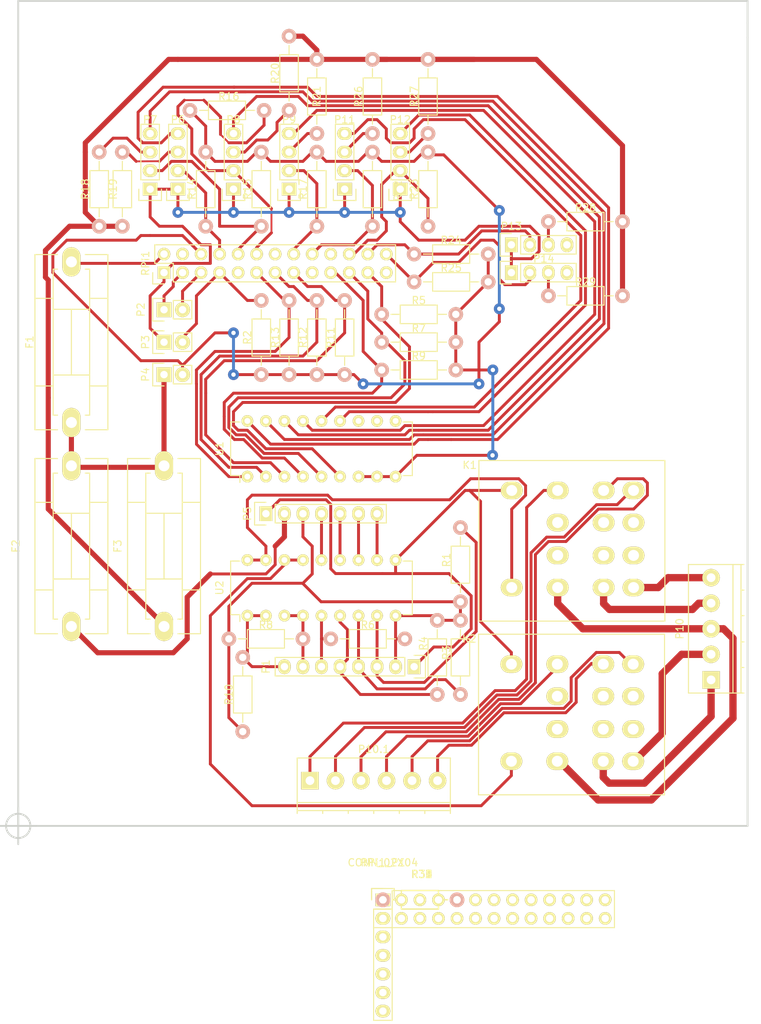
<source format=kicad_pcb>
(kicad_pcb (version 4) (host pcbnew 4.0.2+dfsg1-stable)

  (general
    (links 167)
    (no_connects 32)
    (area 26.872999 31.872999 127.127001 145.127001)
    (thickness 1.6)
    (drawings 9)
    (tracks 653)
    (zones 0)
    (modules 60)
    (nets 85)
  )

  (page A4)
  (layers
    (0 F.Cu signal)
    (31 B.Cu signal)
    (32 B.Adhes user)
    (33 F.Adhes user)
    (34 B.Paste user)
    (35 F.Paste user)
    (36 B.SilkS user)
    (37 F.SilkS user)
    (38 B.Mask user)
    (39 F.Mask user)
    (40 Dwgs.User user)
    (41 Cmts.User user)
    (42 Eco1.User user)
    (43 Eco2.User user)
    (44 Edge.Cuts user)
    (45 Margin user)
    (46 B.CrtYd user)
    (47 F.CrtYd user)
    (48 B.Fab user)
    (49 F.Fab user)
  )

  (setup
    (last_trace_width 0.4)
    (trace_clearance 0.2)
    (zone_clearance 0.508)
    (zone_45_only no)
    (trace_min 0.2)
    (segment_width 0.2)
    (edge_width 0.254)
    (via_size 1.5)
    (via_drill 0.6)
    (via_min_size 0.4)
    (via_min_drill 0.3)
    (uvia_size 0.3)
    (uvia_drill 0.1)
    (uvias_allowed no)
    (uvia_min_size 0.2)
    (uvia_min_drill 0.1)
    (pcb_text_width 0.3)
    (pcb_text_size 1.5 1.5)
    (mod_edge_width 0.15)
    (mod_text_size 1 1)
    (mod_text_width 0.15)
    (pad_size 1.524 1.524)
    (pad_drill 0.762)
    (pad_to_mask_clearance 0.2)
    (aux_axis_origin 27 145)
    (grid_origin 27 145)
    (visible_elements FFFFEFFF)
    (pcbplotparams
      (layerselection 0x00000_00000001)
      (usegerberextensions false)
      (gerberprecision 5)
      (excludeedgelayer true)
      (linewidth 0.100000)
      (plotframeref false)
      (viasonmask false)
      (mode 1)
      (useauxorigin true)
      (hpglpennumber 1)
      (hpglpenspeed 20)
      (hpglpendiameter 15)
      (hpglpenoverlay 2)
      (psnegative false)
      (psa4output false)
      (plotreference false)
      (plotvalue false)
      (plotinvisibletext false)
      (padsonsilk false)
      (subtractmaskfromsilk false)
      (outputformat 1)
      (mirror false)
      (drillshape 0)
      (scaleselection 1)
      (outputdirectory ../../../../../Test/Big230VOutline/))
  )

  (net 0 "")
  (net 1 "Net-(F1-Pad2)")
  (net 2 "Net-(F1-Pad1)")
  (net 3 "Net-(F2-Pad1)")
  (net 4 "Net-(F3-Pad1)")
  (net 5 "Net-(K1-Pad8)")
  (net 6 "Net-(K1-Pad9)")
  (net 7 "Net-(K1-Pad12)")
  (net 8 "Net-(K1-Pad13)")
  (net 9 "Net-(K1-Pad14)")
  (net 10 "Net-(K2-Pad8)")
  (net 11 "Net-(K2-Pad12)")
  (net 12 "Net-(K2-Pad13)")
  (net 13 "Net-(P1-Pad2)")
  (net 14 "Net-(P1-Pad3)")
  (net 15 "Net-(P1-Pad4)")
  (net 16 "Net-(P1-Pad5)")
  (net 17 "Net-(P1-Pad6)")
  (net 18 "Net-(P2-Pad1)")
  (net 19 "Net-(P2-Pad2)")
  (net 20 "Net-(P11-Pad1)")
  (net 21 "Net-(P3-Pad2)")
  (net 22 "Net-(P4-Pad2)")
  (net 23 "Net-(P5-Pad4)")
  (net 24 "Net-(P5-Pad5)")
  (net 25 "Net-(P5-Pad6)")
  (net 26 "Net-(P5-Pad7)")
  (net 27 "Net-(P6-Pad2)")
  (net 28 "Net-(P6-Pad3)")
  (net 29 "Net-(P6-Pad4)")
  (net 30 "Net-(P7-Pad2)")
  (net 31 "Net-(P7-Pad3)")
  (net 32 "Net-(P7-Pad4)")
  (net 33 "Net-(P8-Pad2)")
  (net 34 "Net-(P8-Pad3)")
  (net 35 "Net-(P8-Pad4)")
  (net 36 "Net-(P9-Pad2)")
  (net 37 "Net-(P9-Pad3)")
  (net 38 "Net-(P9-Pad4)")
  (net 39 "Net-(K1-Pad1)")
  (net 40 "Net-(K1-Pad5)")
  (net 41 "Net-(K2-Pad1)")
  (net 42 "Net-(K2-Pad5)")
  (net 43 "Net-(K1-Pad4)")
  (net 44 "Net-(K2-Pad4)")
  (net 45 "Net-(P11-Pad2)")
  (net 46 "Net-(P12-Pad2)")
  (net 47 "Net-(P13-Pad2)")
  (net 48 "Net-(P14-Pad2)")
  (net 49 "Net-(R5-Pad2)")
  (net 50 "Net-(R7-Pad2)")
  (net 51 "Net-(P1-Pad7)")
  (net 52 "Net-(R9-Pad2)")
  (net 53 "Net-(P1-Pad8)")
  (net 54 "Net-(R11-Pad2)")
  (net 55 "Net-(R12-Pad2)")
  (net 56 "Net-(R13-Pad2)")
  (net 57 "Net-(P11-Pad3)")
  (net 58 "Net-(P12-Pad3)")
  (net 59 "Net-(P13-Pad3)")
  (net 60 "Net-(P14-Pad3)")
  (net 61 "Net-(RPi1-Pad4)")
  (net 62 "Net-(RPi1-Pad9)")
  (net 63 "Net-(RPi1-Pad14)")
  (net 64 "Net-(RPi1-Pad17)")
  (net 65 "Net-(RPi1-Pad20)")
  (net 66 "Net-(RPi1-Pad25)")
  (net 67 "Net-(U1-Pad10)")
  (net 68 "Net-(U1-Pad11)")
  (net 69 "Net-(U1-Pad12)")
  (net 70 "Net-(P12-Pad4)")
  (net 71 "Net-(P11-Pad4)")
  (net 72 "Net-(CONN_02X04-Pad1)")
  (net 73 "Net-(CONN_02X04-Pad2)")
  (net 74 "Net-(CONN_02X04-Pad3)")
  (net 75 "Net-(CONN_02X04-Pad4)")
  (net 76 "Net-(CONN_02X04-Pad5)")
  (net 77 "Net-(CONN_02X04-Pad6)")
  (net 78 "Net-(CONN_02X04-Pad7)")
  (net 79 "Net-(R30-Pad1)")
  (net 80 "Net-(RPi1_P1-Pad4)")
  (net 81 "Net-(RPi1_P1-Pad6)")
  (net 82 "Net-(RPi1_P1-Pad9)")
  (net 83 "Net-(RPi1_P1-Pad17)")
  (net 84 "Net-(RPi1_P1-Pad20)")

  (net_class Default "This is the default net class."
    (clearance 0.2)
    (trace_width 0.4)
    (via_dia 1.5)
    (via_drill 0.6)
    (uvia_dia 0.3)
    (uvia_drill 0.1)
    (add_net "Net-(CONN_02X04-Pad1)")
    (add_net "Net-(CONN_02X04-Pad2)")
    (add_net "Net-(CONN_02X04-Pad3)")
    (add_net "Net-(CONN_02X04-Pad4)")
    (add_net "Net-(CONN_02X04-Pad5)")
    (add_net "Net-(CONN_02X04-Pad6)")
    (add_net "Net-(CONN_02X04-Pad7)")
    (add_net "Net-(K1-Pad12)")
    (add_net "Net-(K1-Pad13)")
    (add_net "Net-(K1-Pad14)")
    (add_net "Net-(K1-Pad4)")
    (add_net "Net-(K1-Pad8)")
    (add_net "Net-(K2-Pad12)")
    (add_net "Net-(K2-Pad13)")
    (add_net "Net-(K2-Pad4)")
    (add_net "Net-(K2-Pad8)")
    (add_net "Net-(P1-Pad2)")
    (add_net "Net-(P1-Pad3)")
    (add_net "Net-(P1-Pad4)")
    (add_net "Net-(P1-Pad5)")
    (add_net "Net-(P1-Pad6)")
    (add_net "Net-(P1-Pad7)")
    (add_net "Net-(P1-Pad8)")
    (add_net "Net-(P11-Pad1)")
    (add_net "Net-(P11-Pad2)")
    (add_net "Net-(P11-Pad3)")
    (add_net "Net-(P11-Pad4)")
    (add_net "Net-(P12-Pad2)")
    (add_net "Net-(P12-Pad3)")
    (add_net "Net-(P12-Pad4)")
    (add_net "Net-(P13-Pad2)")
    (add_net "Net-(P13-Pad3)")
    (add_net "Net-(P14-Pad2)")
    (add_net "Net-(P14-Pad3)")
    (add_net "Net-(P2-Pad1)")
    (add_net "Net-(P2-Pad2)")
    (add_net "Net-(P3-Pad2)")
    (add_net "Net-(P4-Pad2)")
    (add_net "Net-(P5-Pad4)")
    (add_net "Net-(P5-Pad5)")
    (add_net "Net-(P5-Pad6)")
    (add_net "Net-(P5-Pad7)")
    (add_net "Net-(P6-Pad2)")
    (add_net "Net-(P6-Pad3)")
    (add_net "Net-(P6-Pad4)")
    (add_net "Net-(P7-Pad2)")
    (add_net "Net-(P7-Pad3)")
    (add_net "Net-(P7-Pad4)")
    (add_net "Net-(P8-Pad2)")
    (add_net "Net-(P8-Pad3)")
    (add_net "Net-(P8-Pad4)")
    (add_net "Net-(P9-Pad2)")
    (add_net "Net-(P9-Pad3)")
    (add_net "Net-(P9-Pad4)")
    (add_net "Net-(R11-Pad2)")
    (add_net "Net-(R12-Pad2)")
    (add_net "Net-(R13-Pad2)")
    (add_net "Net-(R30-Pad1)")
    (add_net "Net-(R5-Pad2)")
    (add_net "Net-(R7-Pad2)")
    (add_net "Net-(R9-Pad2)")
    (add_net "Net-(RPi1-Pad14)")
    (add_net "Net-(RPi1-Pad17)")
    (add_net "Net-(RPi1-Pad20)")
    (add_net "Net-(RPi1-Pad25)")
    (add_net "Net-(RPi1-Pad4)")
    (add_net "Net-(RPi1-Pad9)")
    (add_net "Net-(RPi1_P1-Pad17)")
    (add_net "Net-(RPi1_P1-Pad20)")
    (add_net "Net-(RPi1_P1-Pad4)")
    (add_net "Net-(RPi1_P1-Pad6)")
    (add_net "Net-(RPi1_P1-Pad9)")
    (add_net "Net-(U1-Pad10)")
    (add_net "Net-(U1-Pad11)")
    (add_net "Net-(U1-Pad12)")
  )

  (net_class 230VAC ""
    (clearance 1.3)
    (trace_width 1)
    (via_dia 1.1)
    (via_drill 0.6)
    (uvia_dia 0.3)
    (uvia_drill 0.1)
    (add_net "Net-(K1-Pad1)")
    (add_net "Net-(K1-Pad5)")
    (add_net "Net-(K1-Pad9)")
    (add_net "Net-(K2-Pad1)")
    (add_net "Net-(K2-Pad5)")
  )

  (net_class Supply ""
    (clearance 0.3)
    (trace_width 0.7)
    (via_dia 1.1)
    (via_drill 0.6)
    (uvia_dia 0.3)
    (uvia_drill 0.1)
    (add_net "Net-(F1-Pad1)")
    (add_net "Net-(F1-Pad2)")
    (add_net "Net-(F2-Pad1)")
    (add_net "Net-(F3-Pad1)")
  )

  (module Resistors_ThroughHole:Resistor_Horizontal_RM10mm (layer F.Cu) (tedit 57A7A681) (tstamp 579BBA48)
    (at 41.275 52.705 270)
    (descr "Resistor, Axial,  RM 10mm, 1/3W")
    (tags "Resistor Axial RM 10mm 1/3W")
    (path /579B165C)
    (fp_text reference R18 (at 5.08 5.08 270) (layer F.SilkS)
      (effects (font (size 1 1) (thickness 0.15)))
    )
    (fp_text value R240 (at 5.08 0 270) (layer F.Fab)
      (effects (font (size 1 1) (thickness 0.15)))
    )
    (fp_line (start -1.25 -1.5) (end 11.4 -1.5) (layer F.CrtYd) (width 0.05))
    (fp_line (start -1.25 1.5) (end -1.25 -1.5) (layer F.CrtYd) (width 0.05))
    (fp_line (start 11.4 -1.5) (end 11.4 1.5) (layer F.CrtYd) (width 0.05))
    (fp_line (start -1.25 1.5) (end 11.4 1.5) (layer F.CrtYd) (width 0.05))
    (fp_line (start 2.54 -1.27) (end 7.62 -1.27) (layer F.SilkS) (width 0.15))
    (fp_line (start 7.62 -1.27) (end 7.62 1.27) (layer F.SilkS) (width 0.15))
    (fp_line (start 7.62 1.27) (end 2.54 1.27) (layer F.SilkS) (width 0.15))
    (fp_line (start 2.54 1.27) (end 2.54 -1.27) (layer F.SilkS) (width 0.15))
    (fp_line (start 2.54 0) (end 1.27 0) (layer F.SilkS) (width 0.15))
    (fp_line (start 7.62 0) (end 8.89 0) (layer F.SilkS) (width 0.15))
    (pad 1 thru_hole circle (at 0 0 270) (size 1.99898 1.99898) (drill 1.00076) (layers *.Cu *.SilkS *.Mask)
      (net 28 "Net-(P6-Pad3)"))
    (pad 2 thru_hole circle (at 10.16 0 270) (size 1.99898 1.99898) (drill 1.00076) (layers *.Cu *.SilkS *.Mask)
      (net 4 "Net-(F3-Pad1)"))
    (model Resistors_ThroughHole.3dshapes/Resistor_Horizontal_RM10mm.wrl
      (at (xyz 0 0 0))
      (scale (xyz 0.4 0.4 0.4))
      (rotate (xyz 0 0 0))
    )
  )

  (module Resistors_ThroughHole:Resistor_Horizontal_RM10mm (layer F.Cu) (tedit 57A7A676) (tstamp 579BBA4E)
    (at 38.1 52.705 270)
    (descr "Resistor, Axial,  RM 10mm, 1/3W")
    (tags "Resistor Axial RM 10mm 1/3W")
    (path /579B181E)
    (fp_text reference R19 (at 5.08 -1.905 270) (layer F.SilkS)
      (effects (font (size 1 1) (thickness 0.15)))
    )
    (fp_text value R240 (at 5.08 0 270) (layer F.Fab)
      (effects (font (size 1 1) (thickness 0.15)))
    )
    (fp_line (start -1.25 -1.5) (end 11.4 -1.5) (layer F.CrtYd) (width 0.05))
    (fp_line (start -1.25 1.5) (end -1.25 -1.5) (layer F.CrtYd) (width 0.05))
    (fp_line (start 11.4 -1.5) (end 11.4 1.5) (layer F.CrtYd) (width 0.05))
    (fp_line (start -1.25 1.5) (end 11.4 1.5) (layer F.CrtYd) (width 0.05))
    (fp_line (start 2.54 -1.27) (end 7.62 -1.27) (layer F.SilkS) (width 0.15))
    (fp_line (start 7.62 -1.27) (end 7.62 1.27) (layer F.SilkS) (width 0.15))
    (fp_line (start 7.62 1.27) (end 2.54 1.27) (layer F.SilkS) (width 0.15))
    (fp_line (start 2.54 1.27) (end 2.54 -1.27) (layer F.SilkS) (width 0.15))
    (fp_line (start 2.54 0) (end 1.27 0) (layer F.SilkS) (width 0.15))
    (fp_line (start 7.62 0) (end 8.89 0) (layer F.SilkS) (width 0.15))
    (pad 1 thru_hole circle (at 0 0 270) (size 1.99898 1.99898) (drill 1.00076) (layers *.Cu *.SilkS *.Mask)
      (net 31 "Net-(P7-Pad3)"))
    (pad 2 thru_hole circle (at 10.16 0 270) (size 1.99898 1.99898) (drill 1.00076) (layers *.Cu *.SilkS *.Mask)
      (net 4 "Net-(F3-Pad1)"))
    (model Resistors_ThroughHole.3dshapes/Resistor_Horizontal_RM10mm.wrl
      (at (xyz 0 0 0))
      (scale (xyz 0.4 0.4 0.4))
      (rotate (xyz 0 0 0))
    )
  )

  (module Pin_Headers:Pin_Header_Straight_1x04 (layer F.Cu) (tedit 579E7CC4) (tstamp 579BB99D)
    (at 45.085 57.785 180)
    (descr "Through hole pin header")
    (tags "pin header")
    (path /579A1E41)
    (fp_text reference P7 (at 0 9.525 180) (layer F.SilkS)
      (effects (font (size 1 1) (thickness 0.15)))
    )
    (fp_text value CONN_TV_Zk (at 0 -3.1 180) (layer F.Fab)
      (effects (font (size 1 1) (thickness 0.15)))
    )
    (fp_line (start -1.75 -1.75) (end -1.75 9.4) (layer F.CrtYd) (width 0.05))
    (fp_line (start 1.75 -1.75) (end 1.75 9.4) (layer F.CrtYd) (width 0.05))
    (fp_line (start -1.75 -1.75) (end 1.75 -1.75) (layer F.CrtYd) (width 0.05))
    (fp_line (start -1.75 9.4) (end 1.75 9.4) (layer F.CrtYd) (width 0.05))
    (fp_line (start -1.27 1.27) (end -1.27 8.89) (layer F.SilkS) (width 0.15))
    (fp_line (start 1.27 1.27) (end 1.27 8.89) (layer F.SilkS) (width 0.15))
    (fp_line (start 1.55 -1.55) (end 1.55 0) (layer F.SilkS) (width 0.15))
    (fp_line (start -1.27 8.89) (end 1.27 8.89) (layer F.SilkS) (width 0.15))
    (fp_line (start 1.27 1.27) (end -1.27 1.27) (layer F.SilkS) (width 0.15))
    (fp_line (start -1.55 0) (end -1.55 -1.55) (layer F.SilkS) (width 0.15))
    (fp_line (start -1.55 -1.55) (end 1.55 -1.55) (layer F.SilkS) (width 0.15))
    (pad 1 thru_hole rect (at 0 0 180) (size 2.032 1.7272) (drill 1.016) (layers *.Cu *.Mask F.SilkS)
      (net 20 "Net-(P11-Pad1)"))
    (pad 2 thru_hole oval (at 0 2.54 180) (size 2.032 1.7272) (drill 1.016) (layers *.Cu *.Mask F.SilkS)
      (net 30 "Net-(P7-Pad2)"))
    (pad 3 thru_hole oval (at 0 5.08 180) (size 2.032 1.7272) (drill 1.016) (layers *.Cu *.Mask F.SilkS)
      (net 31 "Net-(P7-Pad3)"))
    (pad 4 thru_hole oval (at 0 7.62 180) (size 2.032 1.7272) (drill 1.016) (layers *.Cu *.Mask F.SilkS)
      (net 32 "Net-(P7-Pad4)"))
    (model Pin_Headers.3dshapes/Pin_Header_Straight_1x04.wrl
      (at (xyz 0 -0.15 0))
      (scale (xyz 1 1 1))
      (rotate (xyz 0 0 90))
    )
  )

  (module Pin_Headers:Pin_Header_Straight_1x04 (layer F.Cu) (tedit 579E7CC0) (tstamp 579BB995)
    (at 48.895 57.785 180)
    (descr "Through hole pin header")
    (tags "pin header")
    (path /579A1DA0)
    (fp_text reference P6 (at 0 9.525 180) (layer F.SilkS)
      (effects (font (size 1 1) (thickness 0.15)))
    )
    (fp_text value CONN_TV_Vr (at 0 -3.1 180) (layer F.Fab)
      (effects (font (size 1 1) (thickness 0.15)))
    )
    (fp_line (start -1.75 -1.75) (end -1.75 9.4) (layer F.CrtYd) (width 0.05))
    (fp_line (start 1.75 -1.75) (end 1.75 9.4) (layer F.CrtYd) (width 0.05))
    (fp_line (start -1.75 -1.75) (end 1.75 -1.75) (layer F.CrtYd) (width 0.05))
    (fp_line (start -1.75 9.4) (end 1.75 9.4) (layer F.CrtYd) (width 0.05))
    (fp_line (start -1.27 1.27) (end -1.27 8.89) (layer F.SilkS) (width 0.15))
    (fp_line (start 1.27 1.27) (end 1.27 8.89) (layer F.SilkS) (width 0.15))
    (fp_line (start 1.55 -1.55) (end 1.55 0) (layer F.SilkS) (width 0.15))
    (fp_line (start -1.27 8.89) (end 1.27 8.89) (layer F.SilkS) (width 0.15))
    (fp_line (start 1.27 1.27) (end -1.27 1.27) (layer F.SilkS) (width 0.15))
    (fp_line (start -1.55 0) (end -1.55 -1.55) (layer F.SilkS) (width 0.15))
    (fp_line (start -1.55 -1.55) (end 1.55 -1.55) (layer F.SilkS) (width 0.15))
    (pad 1 thru_hole rect (at 0 0 180) (size 2.032 1.7272) (drill 1.016) (layers *.Cu *.Mask F.SilkS)
      (net 20 "Net-(P11-Pad1)"))
    (pad 2 thru_hole oval (at 0 2.54 180) (size 2.032 1.7272) (drill 1.016) (layers *.Cu *.Mask F.SilkS)
      (net 27 "Net-(P6-Pad2)"))
    (pad 3 thru_hole oval (at 0 5.08 180) (size 2.032 1.7272) (drill 1.016) (layers *.Cu *.Mask F.SilkS)
      (net 28 "Net-(P6-Pad3)"))
    (pad 4 thru_hole oval (at 0 7.62 180) (size 2.032 1.7272) (drill 1.016) (layers *.Cu *.Mask F.SilkS)
      (net 29 "Net-(P6-Pad4)"))
    (model Pin_Headers.3dshapes/Pin_Header_Straight_1x04.wrl
      (at (xyz 0 -0.15 0))
      (scale (xyz 1 1 1))
      (rotate (xyz 0 0 90))
    )
  )

  (module Pin_Headers:Pin_Header_Straight_1x02 (layer F.Cu) (tedit 579E7DB5) (tstamp 579BB97C)
    (at 46.99 78.74 90)
    (descr "Through hole pin header")
    (tags "pin header")
    (path /5799D2B9)
    (fp_text reference P3 (at 0 -2.54 90) (layer F.SilkS)
      (effects (font (size 1 1) (thickness 0.15)))
    )
    (fp_text value CONN_Not-Aus (at 0 -3.1 90) (layer F.Fab)
      (effects (font (size 1 1) (thickness 0.15)))
    )
    (fp_line (start 1.27 1.27) (end 1.27 3.81) (layer F.SilkS) (width 0.15))
    (fp_line (start 1.55 -1.55) (end 1.55 0) (layer F.SilkS) (width 0.15))
    (fp_line (start -1.75 -1.75) (end -1.75 4.3) (layer F.CrtYd) (width 0.05))
    (fp_line (start 1.75 -1.75) (end 1.75 4.3) (layer F.CrtYd) (width 0.05))
    (fp_line (start -1.75 -1.75) (end 1.75 -1.75) (layer F.CrtYd) (width 0.05))
    (fp_line (start -1.75 4.3) (end 1.75 4.3) (layer F.CrtYd) (width 0.05))
    (fp_line (start 1.27 1.27) (end -1.27 1.27) (layer F.SilkS) (width 0.15))
    (fp_line (start -1.55 0) (end -1.55 -1.55) (layer F.SilkS) (width 0.15))
    (fp_line (start -1.55 -1.55) (end 1.55 -1.55) (layer F.SilkS) (width 0.15))
    (fp_line (start -1.27 1.27) (end -1.27 3.81) (layer F.SilkS) (width 0.15))
    (fp_line (start -1.27 3.81) (end 1.27 3.81) (layer F.SilkS) (width 0.15))
    (pad 1 thru_hole rect (at 0 0 90) (size 2.032 2.032) (drill 1.016) (layers *.Cu *.Mask F.SilkS)
      (net 20 "Net-(P11-Pad1)"))
    (pad 2 thru_hole oval (at 0 2.54 90) (size 2.032 2.032) (drill 1.016) (layers *.Cu *.Mask F.SilkS)
      (net 21 "Net-(P3-Pad2)"))
    (model Pin_Headers.3dshapes/Pin_Header_Straight_1x02.wrl
      (at (xyz 0 -0.05 0))
      (scale (xyz 1 1 1))
      (rotate (xyz 0 0 90))
    )
  )

  (module Pin_Headers:Pin_Header_Straight_2x13 (layer F.Cu) (tedit 579E7DB0) (tstamp 579BBD7F)
    (at 46.99 69.215 90)
    (descr "Through hole pin header")
    (tags "pin header")
    (path /5799A363)
    (fp_text reference RPi1 (at 1.27 -2.54 90) (layer F.SilkS)
      (effects (font (size 1 1) (thickness 0.15)))
    )
    (fp_text value RASPBERRY_IO (at 0 -3.1 90) (layer F.Fab)
      (effects (font (size 1 1) (thickness 0.15)))
    )
    (fp_line (start -1.75 -1.75) (end -1.75 32.25) (layer F.CrtYd) (width 0.05))
    (fp_line (start 4.3 -1.75) (end 4.3 32.25) (layer F.CrtYd) (width 0.05))
    (fp_line (start -1.75 -1.75) (end 4.3 -1.75) (layer F.CrtYd) (width 0.05))
    (fp_line (start -1.75 32.25) (end 4.3 32.25) (layer F.CrtYd) (width 0.05))
    (fp_line (start 3.81 -1.27) (end 3.81 31.75) (layer F.SilkS) (width 0.15))
    (fp_line (start -1.27 1.27) (end -1.27 31.75) (layer F.SilkS) (width 0.15))
    (fp_line (start 3.81 31.75) (end -1.27 31.75) (layer F.SilkS) (width 0.15))
    (fp_line (start 3.81 -1.27) (end 1.27 -1.27) (layer F.SilkS) (width 0.15))
    (fp_line (start 0 -1.55) (end -1.55 -1.55) (layer F.SilkS) (width 0.15))
    (fp_line (start 1.27 -1.27) (end 1.27 1.27) (layer F.SilkS) (width 0.15))
    (fp_line (start 1.27 1.27) (end -1.27 1.27) (layer F.SilkS) (width 0.15))
    (fp_line (start -1.55 -1.55) (end -1.55 0) (layer F.SilkS) (width 0.15))
    (pad 1 thru_hole rect (at 0 0 90) (size 1.7272 1.7272) (drill 1.016) (layers *.Cu *.Mask F.SilkS)
      (net 20 "Net-(P11-Pad1)"))
    (pad 2 thru_hole oval (at 2.54 0 90) (size 1.7272 1.7272) (drill 1.016) (layers *.Cu *.Mask F.SilkS)
      (net 1 "Net-(F1-Pad2)"))
    (pad 3 thru_hole oval (at 0 2.54 90) (size 1.7272 1.7272) (drill 1.016) (layers *.Cu *.Mask F.SilkS)
      (net 18 "Net-(P2-Pad1)"))
    (pad 4 thru_hole oval (at 2.54 2.54 90) (size 1.7272 1.7272) (drill 1.016) (layers *.Cu *.Mask F.SilkS)
      (net 61 "Net-(RPi1-Pad4)"))
    (pad 5 thru_hole oval (at 0 5.08 90) (size 1.7272 1.7272) (drill 1.016) (layers *.Cu *.Mask F.SilkS)
      (net 19 "Net-(P2-Pad2)"))
    (pad 6 thru_hole oval (at 2.54 5.08 90) (size 1.7272 1.7272) (drill 1.016) (layers *.Cu *.Mask F.SilkS)
      (net 22 "Net-(P4-Pad2)"))
    (pad 7 thru_hole oval (at 0 7.62 90) (size 1.7272 1.7272) (drill 1.016) (layers *.Cu *.Mask F.SilkS)
      (net 21 "Net-(P3-Pad2)"))
    (pad 8 thru_hole oval (at 2.54 7.62 90) (size 1.7272 1.7272) (drill 1.016) (layers *.Cu *.Mask F.SilkS)
      (net 27 "Net-(P6-Pad2)"))
    (pad 9 thru_hole oval (at 0 10.16 90) (size 1.7272 1.7272) (drill 1.016) (layers *.Cu *.Mask F.SilkS)
      (net 62 "Net-(RPi1-Pad9)"))
    (pad 10 thru_hole oval (at 2.54 10.16 90) (size 1.7272 1.7272) (drill 1.016) (layers *.Cu *.Mask F.SilkS)
      (net 30 "Net-(P7-Pad2)"))
    (pad 11 thru_hole oval (at 0 12.7 90) (size 1.7272 1.7272) (drill 1.016) (layers *.Cu *.Mask F.SilkS)
      (net 56 "Net-(R13-Pad2)"))
    (pad 12 thru_hole oval (at 2.54 12.7 90) (size 1.7272 1.7272) (drill 1.016) (layers *.Cu *.Mask F.SilkS)
      (net 33 "Net-(P8-Pad2)"))
    (pad 13 thru_hole oval (at 0 15.24 90) (size 1.7272 1.7272) (drill 1.016) (layers *.Cu *.Mask F.SilkS)
      (net 55 "Net-(R12-Pad2)"))
    (pad 14 thru_hole oval (at 2.54 15.24 90) (size 1.7272 1.7272) (drill 1.016) (layers *.Cu *.Mask F.SilkS)
      (net 63 "Net-(RPi1-Pad14)"))
    (pad 15 thru_hole oval (at 0 17.78 90) (size 1.7272 1.7272) (drill 1.016) (layers *.Cu *.Mask F.SilkS)
      (net 54 "Net-(R11-Pad2)"))
    (pad 16 thru_hole oval (at 2.54 17.78 90) (size 1.7272 1.7272) (drill 1.016) (layers *.Cu *.Mask F.SilkS)
      (net 36 "Net-(P9-Pad2)"))
    (pad 17 thru_hole oval (at 0 20.32 90) (size 1.7272 1.7272) (drill 1.016) (layers *.Cu *.Mask F.SilkS)
      (net 64 "Net-(RPi1-Pad17)"))
    (pad 18 thru_hole oval (at 2.54 20.32 90) (size 1.7272 1.7272) (drill 1.016) (layers *.Cu *.Mask F.SilkS)
      (net 45 "Net-(P11-Pad2)"))
    (pad 19 thru_hole oval (at 0 22.86 90) (size 1.7272 1.7272) (drill 1.016) (layers *.Cu *.Mask F.SilkS)
      (net 52 "Net-(R9-Pad2)"))
    (pad 20 thru_hole oval (at 2.54 22.86 90) (size 1.7272 1.7272) (drill 1.016) (layers *.Cu *.Mask F.SilkS)
      (net 65 "Net-(RPi1-Pad20)"))
    (pad 21 thru_hole oval (at 0 25.4 90) (size 1.7272 1.7272) (drill 1.016) (layers *.Cu *.Mask F.SilkS)
      (net 50 "Net-(R7-Pad2)"))
    (pad 22 thru_hole oval (at 2.54 25.4 90) (size 1.7272 1.7272) (drill 1.016) (layers *.Cu *.Mask F.SilkS)
      (net 46 "Net-(P12-Pad2)"))
    (pad 23 thru_hole oval (at 0 27.94 90) (size 1.7272 1.7272) (drill 1.016) (layers *.Cu *.Mask F.SilkS)
      (net 49 "Net-(R5-Pad2)"))
    (pad 24 thru_hole oval (at 2.54 27.94 90) (size 1.7272 1.7272) (drill 1.016) (layers *.Cu *.Mask F.SilkS)
      (net 47 "Net-(P13-Pad2)"))
    (pad 25 thru_hole oval (at 0 30.48 90) (size 1.7272 1.7272) (drill 1.016) (layers *.Cu *.Mask F.SilkS)
      (net 66 "Net-(RPi1-Pad25)"))
    (pad 26 thru_hole oval (at 2.54 30.48 90) (size 1.7272 1.7272) (drill 1.016) (layers *.Cu *.Mask F.SilkS)
      (net 48 "Net-(P14-Pad2)"))
    (model Pin_Headers.3dshapes/Pin_Header_Straight_2x13.wrl
      (at (xyz 0.05 -0.6 0))
      (scale (xyz 1 1 1))
      (rotate (xyz 0 0 90))
    )
  )

  (module Resistors_ThroughHole:Resistor_Horizontal_RM10mm (layer F.Cu) (tedit 579E7DA4) (tstamp 579BB9E8)
    (at 60.325 83.185 90)
    (descr "Resistor, Axial,  RM 10mm, 1/3W")
    (tags "Resistor Axial RM 10mm 1/3W")
    (path /5799F4CB)
    (fp_text reference R2 (at 5.08 -1.905 90) (layer F.SilkS)
      (effects (font (size 1 1) (thickness 0.15)))
    )
    (fp_text value R10k (at 5.08 3.81 90) (layer F.Fab)
      (effects (font (size 1 1) (thickness 0.15)))
    )
    (fp_line (start -1.25 -1.5) (end 11.4 -1.5) (layer F.CrtYd) (width 0.05))
    (fp_line (start -1.25 1.5) (end -1.25 -1.5) (layer F.CrtYd) (width 0.05))
    (fp_line (start 11.4 -1.5) (end 11.4 1.5) (layer F.CrtYd) (width 0.05))
    (fp_line (start -1.25 1.5) (end 11.4 1.5) (layer F.CrtYd) (width 0.05))
    (fp_line (start 2.54 -1.27) (end 7.62 -1.27) (layer F.SilkS) (width 0.15))
    (fp_line (start 7.62 -1.27) (end 7.62 1.27) (layer F.SilkS) (width 0.15))
    (fp_line (start 7.62 1.27) (end 2.54 1.27) (layer F.SilkS) (width 0.15))
    (fp_line (start 2.54 1.27) (end 2.54 -1.27) (layer F.SilkS) (width 0.15))
    (fp_line (start 2.54 0) (end 1.27 0) (layer F.SilkS) (width 0.15))
    (fp_line (start 7.62 0) (end 8.89 0) (layer F.SilkS) (width 0.15))
    (pad 1 thru_hole circle (at 0 0 90) (size 1.99898 1.99898) (drill 1.00076) (layers *.Cu *.SilkS *.Mask)
      (net 78 "Net-(CONN_02X04-Pad7)"))
    (pad 2 thru_hole circle (at 10.16 0 90) (size 1.99898 1.99898) (drill 1.00076) (layers *.Cu *.SilkS *.Mask)
      (net 21 "Net-(P3-Pad2)"))
    (model Resistors_ThroughHole.3dshapes/Resistor_Horizontal_RM10mm.wrl
      (at (xyz 0 0 0))
      (scale (xyz 0.4 0.4 0.4))
      (rotate (xyz 0 0 0))
    )
  )

  (module Resistors_ThroughHole:Resistor_Horizontal_RM10mm (layer F.Cu) (tedit 579E7D9D) (tstamp 579BBA2A)
    (at 64.135 83.185 90)
    (descr "Resistor, Axial,  RM 10mm, 1/3W")
    (tags "Resistor Axial RM 10mm 1/3W")
    (path /579A2CD0)
    (fp_text reference R13 (at 5.08 -1.905 90) (layer F.SilkS)
      (effects (font (size 1 1) (thickness 0.15)))
    )
    (fp_text value R10k (at 5.08 0 90) (layer F.Fab)
      (effects (font (size 1 1) (thickness 0.15)))
    )
    (fp_line (start -1.25 -1.5) (end 11.4 -1.5) (layer F.CrtYd) (width 0.05))
    (fp_line (start -1.25 1.5) (end -1.25 -1.5) (layer F.CrtYd) (width 0.05))
    (fp_line (start 11.4 -1.5) (end 11.4 1.5) (layer F.CrtYd) (width 0.05))
    (fp_line (start -1.25 1.5) (end 11.4 1.5) (layer F.CrtYd) (width 0.05))
    (fp_line (start 2.54 -1.27) (end 7.62 -1.27) (layer F.SilkS) (width 0.15))
    (fp_line (start 7.62 -1.27) (end 7.62 1.27) (layer F.SilkS) (width 0.15))
    (fp_line (start 7.62 1.27) (end 2.54 1.27) (layer F.SilkS) (width 0.15))
    (fp_line (start 2.54 1.27) (end 2.54 -1.27) (layer F.SilkS) (width 0.15))
    (fp_line (start 2.54 0) (end 1.27 0) (layer F.SilkS) (width 0.15))
    (fp_line (start 7.62 0) (end 8.89 0) (layer F.SilkS) (width 0.15))
    (pad 1 thru_hole circle (at 0 0 90) (size 1.99898 1.99898) (drill 1.00076) (layers *.Cu *.SilkS *.Mask)
      (net 78 "Net-(CONN_02X04-Pad7)"))
    (pad 2 thru_hole circle (at 10.16 0 90) (size 1.99898 1.99898) (drill 1.00076) (layers *.Cu *.SilkS *.Mask)
      (net 56 "Net-(R13-Pad2)"))
    (model Resistors_ThroughHole.3dshapes/Resistor_Horizontal_RM10mm.wrl
      (at (xyz 0 0 0))
      (scale (xyz 0.4 0.4 0.4))
      (rotate (xyz 0 0 0))
    )
  )

  (module Resistors_ThroughHole:Resistor_Horizontal_RM10mm (layer F.Cu) (tedit 579E7DA1) (tstamp 579BBA24)
    (at 67.945 83.185 90)
    (descr "Resistor, Axial,  RM 10mm, 1/3W")
    (tags "Resistor Axial RM 10mm 1/3W")
    (path /579A1FDD)
    (fp_text reference R12 (at 5.08 -1.905 90) (layer F.SilkS)
      (effects (font (size 1 1) (thickness 0.15)))
    )
    (fp_text value R10k (at 5.08 0 90) (layer F.Fab)
      (effects (font (size 1 1) (thickness 0.15)))
    )
    (fp_line (start -1.25 -1.5) (end 11.4 -1.5) (layer F.CrtYd) (width 0.05))
    (fp_line (start -1.25 1.5) (end -1.25 -1.5) (layer F.CrtYd) (width 0.05))
    (fp_line (start 11.4 -1.5) (end 11.4 1.5) (layer F.CrtYd) (width 0.05))
    (fp_line (start -1.25 1.5) (end 11.4 1.5) (layer F.CrtYd) (width 0.05))
    (fp_line (start 2.54 -1.27) (end 7.62 -1.27) (layer F.SilkS) (width 0.15))
    (fp_line (start 7.62 -1.27) (end 7.62 1.27) (layer F.SilkS) (width 0.15))
    (fp_line (start 7.62 1.27) (end 2.54 1.27) (layer F.SilkS) (width 0.15))
    (fp_line (start 2.54 1.27) (end 2.54 -1.27) (layer F.SilkS) (width 0.15))
    (fp_line (start 2.54 0) (end 1.27 0) (layer F.SilkS) (width 0.15))
    (fp_line (start 7.62 0) (end 8.89 0) (layer F.SilkS) (width 0.15))
    (pad 1 thru_hole circle (at 0 0 90) (size 1.99898 1.99898) (drill 1.00076) (layers *.Cu *.SilkS *.Mask)
      (net 78 "Net-(CONN_02X04-Pad7)"))
    (pad 2 thru_hole circle (at 10.16 0 90) (size 1.99898 1.99898) (drill 1.00076) (layers *.Cu *.SilkS *.Mask)
      (net 55 "Net-(R12-Pad2)"))
    (model Resistors_ThroughHole.3dshapes/Resistor_Horizontal_RM10mm.wrl
      (at (xyz 0 0 0))
      (scale (xyz 0.4 0.4 0.4))
      (rotate (xyz 0 0 0))
    )
  )

  (module Resistors_ThroughHole:Resistor_Horizontal_RM10mm (layer F.Cu) (tedit 579BC8F5) (tstamp 579BBA1E)
    (at 71.755 83.185 90)
    (descr "Resistor, Axial,  RM 10mm, 1/3W")
    (tags "Resistor Axial RM 10mm 1/3W")
    (path /579A1F75)
    (fp_text reference R11 (at 5.08 -1.905 90) (layer F.SilkS)
      (effects (font (size 1 1) (thickness 0.15)))
    )
    (fp_text value R10k (at 5.08 0 90) (layer F.Fab)
      (effects (font (size 1 1) (thickness 0.15)))
    )
    (fp_line (start -1.25 -1.5) (end 11.4 -1.5) (layer F.CrtYd) (width 0.05))
    (fp_line (start -1.25 1.5) (end -1.25 -1.5) (layer F.CrtYd) (width 0.05))
    (fp_line (start 11.4 -1.5) (end 11.4 1.5) (layer F.CrtYd) (width 0.05))
    (fp_line (start -1.25 1.5) (end 11.4 1.5) (layer F.CrtYd) (width 0.05))
    (fp_line (start 2.54 -1.27) (end 7.62 -1.27) (layer F.SilkS) (width 0.15))
    (fp_line (start 7.62 -1.27) (end 7.62 1.27) (layer F.SilkS) (width 0.15))
    (fp_line (start 7.62 1.27) (end 2.54 1.27) (layer F.SilkS) (width 0.15))
    (fp_line (start 2.54 1.27) (end 2.54 -1.27) (layer F.SilkS) (width 0.15))
    (fp_line (start 2.54 0) (end 1.27 0) (layer F.SilkS) (width 0.15))
    (fp_line (start 7.62 0) (end 8.89 0) (layer F.SilkS) (width 0.15))
    (pad 1 thru_hole circle (at 0 0 90) (size 1.99898 1.99898) (drill 1.00076) (layers *.Cu *.SilkS *.Mask)
      (net 78 "Net-(CONN_02X04-Pad7)"))
    (pad 2 thru_hole circle (at 10.16 0 90) (size 1.99898 1.99898) (drill 1.00076) (layers *.Cu *.SilkS *.Mask)
      (net 54 "Net-(R11-Pad2)"))
    (model Resistors_ThroughHole.3dshapes/Resistor_Horizontal_RM10mm.wrl
      (at (xyz 0 0 0))
      (scale (xyz 0.4 0.4 0.4))
      (rotate (xyz 0 0 0))
    )
  )

  (module Pin_Headers:Pin_Header_Straight_1x02 (layer F.Cu) (tedit 579E7DB3) (tstamp 579BB976)
    (at 46.99 74.295 90)
    (descr "Through hole pin header")
    (tags "pin header")
    (path /579DAA02)
    (fp_text reference P2 (at 0 -3.175 90) (layer F.SilkS)
      (effects (font (size 1 1) (thickness 0.15)))
    )
    (fp_text value CONN_RS232 (at 0 -3.1 90) (layer F.Fab)
      (effects (font (size 1 1) (thickness 0.15)))
    )
    (fp_line (start 1.27 1.27) (end 1.27 3.81) (layer F.SilkS) (width 0.15))
    (fp_line (start 1.55 -1.55) (end 1.55 0) (layer F.SilkS) (width 0.15))
    (fp_line (start -1.75 -1.75) (end -1.75 4.3) (layer F.CrtYd) (width 0.05))
    (fp_line (start 1.75 -1.75) (end 1.75 4.3) (layer F.CrtYd) (width 0.05))
    (fp_line (start -1.75 -1.75) (end 1.75 -1.75) (layer F.CrtYd) (width 0.05))
    (fp_line (start -1.75 4.3) (end 1.75 4.3) (layer F.CrtYd) (width 0.05))
    (fp_line (start 1.27 1.27) (end -1.27 1.27) (layer F.SilkS) (width 0.15))
    (fp_line (start -1.55 0) (end -1.55 -1.55) (layer F.SilkS) (width 0.15))
    (fp_line (start -1.55 -1.55) (end 1.55 -1.55) (layer F.SilkS) (width 0.15))
    (fp_line (start -1.27 1.27) (end -1.27 3.81) (layer F.SilkS) (width 0.15))
    (fp_line (start -1.27 3.81) (end 1.27 3.81) (layer F.SilkS) (width 0.15))
    (pad 1 thru_hole rect (at 0 0 90) (size 2.032 2.032) (drill 1.016) (layers *.Cu *.Mask F.SilkS)
      (net 18 "Net-(P2-Pad1)"))
    (pad 2 thru_hole oval (at 0 2.54 90) (size 2.032 2.032) (drill 1.016) (layers *.Cu *.Mask F.SilkS)
      (net 19 "Net-(P2-Pad2)"))
    (model Pin_Headers.3dshapes/Pin_Header_Straight_1x02.wrl
      (at (xyz 0 -0.05 0))
      (scale (xyz 1 1 1))
      (rotate (xyz 0 0 90))
    )
  )

  (module Resistors_ThroughHole:Resistor_Horizontal_RM10mm (layer F.Cu) (tedit 57A7A693) (tstamp 579BBA5A)
    (at 67.945 50.165 90)
    (descr "Resistor, Axial,  RM 10mm, 1/3W")
    (tags "Resistor Axial RM 10mm 1/3W")
    (path /579B193F)
    (fp_text reference R21 (at 5.08 0 90) (layer F.SilkS)
      (effects (font (size 1 1) (thickness 0.15)))
    )
    (fp_text value R240 (at 5.08 0 90) (layer F.Fab)
      (effects (font (size 1 1) (thickness 0.15)))
    )
    (fp_line (start -1.25 -1.5) (end 11.4 -1.5) (layer F.CrtYd) (width 0.05))
    (fp_line (start -1.25 1.5) (end -1.25 -1.5) (layer F.CrtYd) (width 0.05))
    (fp_line (start 11.4 -1.5) (end 11.4 1.5) (layer F.CrtYd) (width 0.05))
    (fp_line (start -1.25 1.5) (end 11.4 1.5) (layer F.CrtYd) (width 0.05))
    (fp_line (start 2.54 -1.27) (end 7.62 -1.27) (layer F.SilkS) (width 0.15))
    (fp_line (start 7.62 -1.27) (end 7.62 1.27) (layer F.SilkS) (width 0.15))
    (fp_line (start 7.62 1.27) (end 2.54 1.27) (layer F.SilkS) (width 0.15))
    (fp_line (start 2.54 1.27) (end 2.54 -1.27) (layer F.SilkS) (width 0.15))
    (fp_line (start 2.54 0) (end 1.27 0) (layer F.SilkS) (width 0.15))
    (fp_line (start 7.62 0) (end 8.89 0) (layer F.SilkS) (width 0.15))
    (pad 1 thru_hole circle (at 0 0 90) (size 1.99898 1.99898) (drill 1.00076) (layers *.Cu *.SilkS *.Mask)
      (net 37 "Net-(P9-Pad3)"))
    (pad 2 thru_hole circle (at 10.16 0 90) (size 1.99898 1.99898) (drill 1.00076) (layers *.Cu *.SilkS *.Mask)
      (net 4 "Net-(F3-Pad1)"))
    (model Resistors_ThroughHole.3dshapes/Resistor_Horizontal_RM10mm.wrl
      (at (xyz 0 0 0))
      (scale (xyz 0.4 0.4 0.4))
      (rotate (xyz 0 0 0))
    )
  )

  (module Resistors_ThroughHole:Resistor_Horizontal_RM10mm (layer F.Cu) (tedit 57A7A699) (tstamp 579BBA7E)
    (at 83.185 50.165 90)
    (descr "Resistor, Axial,  RM 10mm, 1/3W")
    (tags "Resistor Axial RM 10mm 1/3W")
    (path /579B8553)
    (fp_text reference R27 (at 5.08 -1.905 90) (layer F.SilkS)
      (effects (font (size 1 1) (thickness 0.15)))
    )
    (fp_text value R240 (at 5.08 0 90) (layer F.Fab)
      (effects (font (size 1 1) (thickness 0.15)))
    )
    (fp_line (start -1.25 -1.5) (end 11.4 -1.5) (layer F.CrtYd) (width 0.05))
    (fp_line (start -1.25 1.5) (end -1.25 -1.5) (layer F.CrtYd) (width 0.05))
    (fp_line (start 11.4 -1.5) (end 11.4 1.5) (layer F.CrtYd) (width 0.05))
    (fp_line (start -1.25 1.5) (end 11.4 1.5) (layer F.CrtYd) (width 0.05))
    (fp_line (start 2.54 -1.27) (end 7.62 -1.27) (layer F.SilkS) (width 0.15))
    (fp_line (start 7.62 -1.27) (end 7.62 1.27) (layer F.SilkS) (width 0.15))
    (fp_line (start 7.62 1.27) (end 2.54 1.27) (layer F.SilkS) (width 0.15))
    (fp_line (start 2.54 1.27) (end 2.54 -1.27) (layer F.SilkS) (width 0.15))
    (fp_line (start 2.54 0) (end 1.27 0) (layer F.SilkS) (width 0.15))
    (fp_line (start 7.62 0) (end 8.89 0) (layer F.SilkS) (width 0.15))
    (pad 1 thru_hole circle (at 0 0 90) (size 1.99898 1.99898) (drill 1.00076) (layers *.Cu *.SilkS *.Mask)
      (net 58 "Net-(P12-Pad3)"))
    (pad 2 thru_hole circle (at 10.16 0 90) (size 1.99898 1.99898) (drill 1.00076) (layers *.Cu *.SilkS *.Mask)
      (net 4 "Net-(F3-Pad1)"))
    (model Resistors_ThroughHole.3dshapes/Resistor_Horizontal_RM10mm.wrl
      (at (xyz 0 0 0))
      (scale (xyz 0.4 0.4 0.4))
      (rotate (xyz 0 0 0))
    )
  )

  (module Resistors_ThroughHole:Resistor_Horizontal_RM10mm (layer F.Cu) (tedit 57A7A68C) (tstamp 579BBA54)
    (at 64.135 46.99 90)
    (descr "Resistor, Axial,  RM 10mm, 1/3W")
    (tags "Resistor Axial RM 10mm 1/3W")
    (path /579B18AD)
    (fp_text reference R20 (at 5.08 -1.905 90) (layer F.SilkS)
      (effects (font (size 1 1) (thickness 0.15)))
    )
    (fp_text value R240 (at 5.08 0 90) (layer F.Fab)
      (effects (font (size 1 1) (thickness 0.15)))
    )
    (fp_line (start -1.25 -1.5) (end 11.4 -1.5) (layer F.CrtYd) (width 0.05))
    (fp_line (start -1.25 1.5) (end -1.25 -1.5) (layer F.CrtYd) (width 0.05))
    (fp_line (start 11.4 -1.5) (end 11.4 1.5) (layer F.CrtYd) (width 0.05))
    (fp_line (start -1.25 1.5) (end 11.4 1.5) (layer F.CrtYd) (width 0.05))
    (fp_line (start 2.54 -1.27) (end 7.62 -1.27) (layer F.SilkS) (width 0.15))
    (fp_line (start 7.62 -1.27) (end 7.62 1.27) (layer F.SilkS) (width 0.15))
    (fp_line (start 7.62 1.27) (end 2.54 1.27) (layer F.SilkS) (width 0.15))
    (fp_line (start 2.54 1.27) (end 2.54 -1.27) (layer F.SilkS) (width 0.15))
    (fp_line (start 2.54 0) (end 1.27 0) (layer F.SilkS) (width 0.15))
    (fp_line (start 7.62 0) (end 8.89 0) (layer F.SilkS) (width 0.15))
    (pad 1 thru_hole circle (at 0 0 90) (size 1.99898 1.99898) (drill 1.00076) (layers *.Cu *.SilkS *.Mask)
      (net 34 "Net-(P8-Pad3)"))
    (pad 2 thru_hole circle (at 10.16 0 90) (size 1.99898 1.99898) (drill 1.00076) (layers *.Cu *.SilkS *.Mask)
      (net 4 "Net-(F3-Pad1)"))
    (model Resistors_ThroughHole.3dshapes/Resistor_Horizontal_RM10mm.wrl
      (at (xyz 0 0 0))
      (scale (xyz 0.4 0.4 0.4))
      (rotate (xyz 0 0 0))
    )
  )

  (module Resistors_ThroughHole:Resistor_Horizontal_RM10mm (layer F.Cu) (tedit 57A7A696) (tstamp 579BBA78)
    (at 75.565 50.165 90)
    (descr "Resistor, Axial,  RM 10mm, 1/3W")
    (tags "Resistor Axial RM 10mm 1/3W")
    (path /579B847B)
    (fp_text reference R26 (at 5.08 -1.905 90) (layer F.SilkS)
      (effects (font (size 1 1) (thickness 0.15)))
    )
    (fp_text value R240 (at 5.08 0 90) (layer F.Fab)
      (effects (font (size 1 1) (thickness 0.15)))
    )
    (fp_line (start -1.25 -1.5) (end 11.4 -1.5) (layer F.CrtYd) (width 0.05))
    (fp_line (start -1.25 1.5) (end -1.25 -1.5) (layer F.CrtYd) (width 0.05))
    (fp_line (start 11.4 -1.5) (end 11.4 1.5) (layer F.CrtYd) (width 0.05))
    (fp_line (start -1.25 1.5) (end 11.4 1.5) (layer F.CrtYd) (width 0.05))
    (fp_line (start 2.54 -1.27) (end 7.62 -1.27) (layer F.SilkS) (width 0.15))
    (fp_line (start 7.62 -1.27) (end 7.62 1.27) (layer F.SilkS) (width 0.15))
    (fp_line (start 7.62 1.27) (end 2.54 1.27) (layer F.SilkS) (width 0.15))
    (fp_line (start 2.54 1.27) (end 2.54 -1.27) (layer F.SilkS) (width 0.15))
    (fp_line (start 2.54 0) (end 1.27 0) (layer F.SilkS) (width 0.15))
    (fp_line (start 7.62 0) (end 8.89 0) (layer F.SilkS) (width 0.15))
    (pad 1 thru_hole circle (at 0 0 90) (size 1.99898 1.99898) (drill 1.00076) (layers *.Cu *.SilkS *.Mask)
      (net 57 "Net-(P11-Pad3)"))
    (pad 2 thru_hole circle (at 10.16 0 90) (size 1.99898 1.99898) (drill 1.00076) (layers *.Cu *.SilkS *.Mask)
      (net 4 "Net-(F3-Pad1)"))
    (model Resistors_ThroughHole.3dshapes/Resistor_Horizontal_RM10mm.wrl
      (at (xyz 0 0 0))
      (scale (xyz 0.4 0.4 0.4))
      (rotate (xyz 0 0 0))
    )
  )

  (module Resistors_ThroughHole:Resistor_Horizontal_RM10mm (layer F.Cu) (tedit 579E7D13) (tstamp 579BBA30)
    (at 52.705 52.705 270)
    (descr "Resistor, Axial,  RM 10mm, 1/3W")
    (tags "Resistor Axial RM 10mm 1/3W")
    (path /5799D7A6)
    (fp_text reference R14 (at 5.08 1.905 270) (layer F.SilkS)
      (effects (font (size 1 1) (thickness 0.15)))
    )
    (fp_text value R10k (at 5.08 0.635 270) (layer F.Fab)
      (effects (font (size 1 1) (thickness 0.15)))
    )
    (fp_line (start -1.25 -1.5) (end 11.4 -1.5) (layer F.CrtYd) (width 0.05))
    (fp_line (start -1.25 1.5) (end -1.25 -1.5) (layer F.CrtYd) (width 0.05))
    (fp_line (start 11.4 -1.5) (end 11.4 1.5) (layer F.CrtYd) (width 0.05))
    (fp_line (start -1.25 1.5) (end 11.4 1.5) (layer F.CrtYd) (width 0.05))
    (fp_line (start 2.54 -1.27) (end 7.62 -1.27) (layer F.SilkS) (width 0.15))
    (fp_line (start 7.62 -1.27) (end 7.62 1.27) (layer F.SilkS) (width 0.15))
    (fp_line (start 7.62 1.27) (end 2.54 1.27) (layer F.SilkS) (width 0.15))
    (fp_line (start 2.54 1.27) (end 2.54 -1.27) (layer F.SilkS) (width 0.15))
    (fp_line (start 2.54 0) (end 1.27 0) (layer F.SilkS) (width 0.15))
    (fp_line (start 7.62 0) (end 8.89 0) (layer F.SilkS) (width 0.15))
    (pad 1 thru_hole circle (at 0 0 270) (size 1.99898 1.99898) (drill 1.00076) (layers *.Cu *.SilkS *.Mask)
      (net 78 "Net-(CONN_02X04-Pad7)"))
    (pad 2 thru_hole circle (at 10.16 0 270) (size 1.99898 1.99898) (drill 1.00076) (layers *.Cu *.SilkS *.Mask)
      (net 27 "Net-(P6-Pad2)"))
    (model Resistors_ThroughHole.3dshapes/Resistor_Horizontal_RM10mm.wrl
      (at (xyz 0 0 0))
      (scale (xyz 0.4 0.4 0.4))
      (rotate (xyz 0 0 0))
    )
  )

  (module Pin_Headers:Pin_Header_Straight_1x04 (layer F.Cu) (tedit 579E7CCB) (tstamp 579BB9A5)
    (at 56.515 57.785 180)
    (descr "Through hole pin header")
    (tags "pin header")
    (path /579A1FB7)
    (fp_text reference P8 (at 0 9.525 180) (layer F.SilkS)
      (effects (font (size 1 1) (thickness 0.15)))
    )
    (fp_text value CONN_TV_GZk (at 0 -3.1 180) (layer F.Fab)
      (effects (font (size 1 1) (thickness 0.15)))
    )
    (fp_line (start -1.75 -1.75) (end -1.75 9.4) (layer F.CrtYd) (width 0.05))
    (fp_line (start 1.75 -1.75) (end 1.75 9.4) (layer F.CrtYd) (width 0.05))
    (fp_line (start -1.75 -1.75) (end 1.75 -1.75) (layer F.CrtYd) (width 0.05))
    (fp_line (start -1.75 9.4) (end 1.75 9.4) (layer F.CrtYd) (width 0.05))
    (fp_line (start -1.27 1.27) (end -1.27 8.89) (layer F.SilkS) (width 0.15))
    (fp_line (start 1.27 1.27) (end 1.27 8.89) (layer F.SilkS) (width 0.15))
    (fp_line (start 1.55 -1.55) (end 1.55 0) (layer F.SilkS) (width 0.15))
    (fp_line (start -1.27 8.89) (end 1.27 8.89) (layer F.SilkS) (width 0.15))
    (fp_line (start 1.27 1.27) (end -1.27 1.27) (layer F.SilkS) (width 0.15))
    (fp_line (start -1.55 0) (end -1.55 -1.55) (layer F.SilkS) (width 0.15))
    (fp_line (start -1.55 -1.55) (end 1.55 -1.55) (layer F.SilkS) (width 0.15))
    (pad 1 thru_hole rect (at 0 0 180) (size 2.032 1.7272) (drill 1.016) (layers *.Cu *.Mask F.SilkS)
      (net 20 "Net-(P11-Pad1)"))
    (pad 2 thru_hole oval (at 0 2.54 180) (size 2.032 1.7272) (drill 1.016) (layers *.Cu *.Mask F.SilkS)
      (net 33 "Net-(P8-Pad2)"))
    (pad 3 thru_hole oval (at 0 5.08 180) (size 2.032 1.7272) (drill 1.016) (layers *.Cu *.Mask F.SilkS)
      (net 34 "Net-(P8-Pad3)"))
    (pad 4 thru_hole oval (at 0 7.62 180) (size 2.032 1.7272) (drill 1.016) (layers *.Cu *.Mask F.SilkS)
      (net 35 "Net-(P8-Pad4)"))
    (model Pin_Headers.3dshapes/Pin_Header_Straight_1x04.wrl
      (at (xyz 0 -0.15 0))
      (scale (xyz 1 1 1))
      (rotate (xyz 0 0 90))
    )
  )

  (module Pin_Headers:Pin_Header_Straight_1x04 (layer F.Cu) (tedit 579E7CD2) (tstamp 579BB9AD)
    (at 64.135 57.785 180)
    (descr "Through hole pin header")
    (tags "pin header")
    (path /579A2127)
    (fp_text reference P9 (at 0 9.525 180) (layer F.SilkS)
      (effects (font (size 1 1) (thickness 0.15)))
    )
    (fp_text value CONN_TS_Vr (at 0 -3.1 180) (layer F.Fab)
      (effects (font (size 1 1) (thickness 0.15)))
    )
    (fp_line (start -1.75 -1.75) (end -1.75 9.4) (layer F.CrtYd) (width 0.05))
    (fp_line (start 1.75 -1.75) (end 1.75 9.4) (layer F.CrtYd) (width 0.05))
    (fp_line (start -1.75 -1.75) (end 1.75 -1.75) (layer F.CrtYd) (width 0.05))
    (fp_line (start -1.75 9.4) (end 1.75 9.4) (layer F.CrtYd) (width 0.05))
    (fp_line (start -1.27 1.27) (end -1.27 8.89) (layer F.SilkS) (width 0.15))
    (fp_line (start 1.27 1.27) (end 1.27 8.89) (layer F.SilkS) (width 0.15))
    (fp_line (start 1.55 -1.55) (end 1.55 0) (layer F.SilkS) (width 0.15))
    (fp_line (start -1.27 8.89) (end 1.27 8.89) (layer F.SilkS) (width 0.15))
    (fp_line (start 1.27 1.27) (end -1.27 1.27) (layer F.SilkS) (width 0.15))
    (fp_line (start -1.55 0) (end -1.55 -1.55) (layer F.SilkS) (width 0.15))
    (fp_line (start -1.55 -1.55) (end 1.55 -1.55) (layer F.SilkS) (width 0.15))
    (pad 1 thru_hole rect (at 0 0 180) (size 2.032 1.7272) (drill 1.016) (layers *.Cu *.Mask F.SilkS)
      (net 20 "Net-(P11-Pad1)"))
    (pad 2 thru_hole oval (at 0 2.54 180) (size 2.032 1.7272) (drill 1.016) (layers *.Cu *.Mask F.SilkS)
      (net 36 "Net-(P9-Pad2)"))
    (pad 3 thru_hole oval (at 0 5.08 180) (size 2.032 1.7272) (drill 1.016) (layers *.Cu *.Mask F.SilkS)
      (net 37 "Net-(P9-Pad3)"))
    (pad 4 thru_hole oval (at 0 7.62 180) (size 2.032 1.7272) (drill 1.016) (layers *.Cu *.Mask F.SilkS)
      (net 38 "Net-(P9-Pad4)"))
    (model Pin_Headers.3dshapes/Pin_Header_Straight_1x04.wrl
      (at (xyz 0 -0.15 0))
      (scale (xyz 1 1 1))
      (rotate (xyz 0 0 90))
    )
  )

  (module Resistors_ThroughHole:Resistor_Horizontal_RM10mm (layer F.Cu) (tedit 579E7D42) (tstamp 579BBA36)
    (at 60.325 52.705 270)
    (descr "Resistor, Axial,  RM 10mm, 1/3W")
    (tags "Resistor Axial RM 10mm 1/3W")
    (path /5799D809)
    (fp_text reference R15 (at 5.08 1.905 270) (layer F.SilkS)
      (effects (font (size 1 1) (thickness 0.15)))
    )
    (fp_text value R10k (at 5.08 0 270) (layer F.Fab)
      (effects (font (size 1 1) (thickness 0.15)))
    )
    (fp_line (start -1.25 -1.5) (end 11.4 -1.5) (layer F.CrtYd) (width 0.05))
    (fp_line (start -1.25 1.5) (end -1.25 -1.5) (layer F.CrtYd) (width 0.05))
    (fp_line (start 11.4 -1.5) (end 11.4 1.5) (layer F.CrtYd) (width 0.05))
    (fp_line (start -1.25 1.5) (end 11.4 1.5) (layer F.CrtYd) (width 0.05))
    (fp_line (start 2.54 -1.27) (end 7.62 -1.27) (layer F.SilkS) (width 0.15))
    (fp_line (start 7.62 -1.27) (end 7.62 1.27) (layer F.SilkS) (width 0.15))
    (fp_line (start 7.62 1.27) (end 2.54 1.27) (layer F.SilkS) (width 0.15))
    (fp_line (start 2.54 1.27) (end 2.54 -1.27) (layer F.SilkS) (width 0.15))
    (fp_line (start 2.54 0) (end 1.27 0) (layer F.SilkS) (width 0.15))
    (fp_line (start 7.62 0) (end 8.89 0) (layer F.SilkS) (width 0.15))
    (pad 1 thru_hole circle (at 0 0 270) (size 1.99898 1.99898) (drill 1.00076) (layers *.Cu *.SilkS *.Mask)
      (net 78 "Net-(CONN_02X04-Pad7)"))
    (pad 2 thru_hole circle (at 10.16 0 270) (size 1.99898 1.99898) (drill 1.00076) (layers *.Cu *.SilkS *.Mask)
      (net 30 "Net-(P7-Pad2)"))
    (model Resistors_ThroughHole.3dshapes/Resistor_Horizontal_RM10mm.wrl
      (at (xyz 0 0 0))
      (scale (xyz 0.4 0.4 0.4))
      (rotate (xyz 0 0 0))
    )
  )

  (module Resistors_ThroughHole:Resistor_Horizontal_RM10mm (layer F.Cu) (tedit 579E7D0C) (tstamp 579BBA3C)
    (at 50.546 46.99)
    (descr "Resistor, Axial,  RM 10mm, 1/3W")
    (tags "Resistor Axial RM 10mm 1/3W")
    (path /5799D883)
    (fp_text reference R16 (at 5.334 -1.905) (layer F.SilkS)
      (effects (font (size 1 1) (thickness 0.15)))
    )
    (fp_text value R10k (at 5.08 0) (layer F.Fab)
      (effects (font (size 1 1) (thickness 0.15)))
    )
    (fp_line (start -1.25 -1.5) (end 11.4 -1.5) (layer F.CrtYd) (width 0.05))
    (fp_line (start -1.25 1.5) (end -1.25 -1.5) (layer F.CrtYd) (width 0.05))
    (fp_line (start 11.4 -1.5) (end 11.4 1.5) (layer F.CrtYd) (width 0.05))
    (fp_line (start -1.25 1.5) (end 11.4 1.5) (layer F.CrtYd) (width 0.05))
    (fp_line (start 2.54 -1.27) (end 7.62 -1.27) (layer F.SilkS) (width 0.15))
    (fp_line (start 7.62 -1.27) (end 7.62 1.27) (layer F.SilkS) (width 0.15))
    (fp_line (start 7.62 1.27) (end 2.54 1.27) (layer F.SilkS) (width 0.15))
    (fp_line (start 2.54 1.27) (end 2.54 -1.27) (layer F.SilkS) (width 0.15))
    (fp_line (start 2.54 0) (end 1.27 0) (layer F.SilkS) (width 0.15))
    (fp_line (start 7.62 0) (end 8.89 0) (layer F.SilkS) (width 0.15))
    (pad 1 thru_hole circle (at 0 0) (size 1.99898 1.99898) (drill 1.00076) (layers *.Cu *.SilkS *.Mask)
      (net 78 "Net-(CONN_02X04-Pad7)"))
    (pad 2 thru_hole circle (at 10.16 0) (size 1.99898 1.99898) (drill 1.00076) (layers *.Cu *.SilkS *.Mask)
      (net 33 "Net-(P8-Pad2)"))
    (model Resistors_ThroughHole.3dshapes/Resistor_Horizontal_RM10mm.wrl
      (at (xyz 0 0 0))
      (scale (xyz 0.4 0.4 0.4))
      (rotate (xyz 0 0 0))
    )
  )

  (module Pin_Headers:Pin_Header_Straight_1x04 (layer F.Cu) (tedit 579E7D2C) (tstamp 579BB9CC)
    (at 79.375 57.785 180)
    (descr "Through hole pin header")
    (tags "pin header")
    (path /579A2C6A)
    (fp_text reference P12 (at 0 9.525 180) (layer F.SilkS)
      (effects (font (size 1 1) (thickness 0.15)))
    )
    (fp_text value CONN_TS_Snt (at 0 -3.1 180) (layer F.Fab)
      (effects (font (size 1 1) (thickness 0.15)))
    )
    (fp_line (start -1.75 -1.75) (end -1.75 9.4) (layer F.CrtYd) (width 0.05))
    (fp_line (start 1.75 -1.75) (end 1.75 9.4) (layer F.CrtYd) (width 0.05))
    (fp_line (start -1.75 -1.75) (end 1.75 -1.75) (layer F.CrtYd) (width 0.05))
    (fp_line (start -1.75 9.4) (end 1.75 9.4) (layer F.CrtYd) (width 0.05))
    (fp_line (start -1.27 1.27) (end -1.27 8.89) (layer F.SilkS) (width 0.15))
    (fp_line (start 1.27 1.27) (end 1.27 8.89) (layer F.SilkS) (width 0.15))
    (fp_line (start 1.55 -1.55) (end 1.55 0) (layer F.SilkS) (width 0.15))
    (fp_line (start -1.27 8.89) (end 1.27 8.89) (layer F.SilkS) (width 0.15))
    (fp_line (start 1.27 1.27) (end -1.27 1.27) (layer F.SilkS) (width 0.15))
    (fp_line (start -1.55 0) (end -1.55 -1.55) (layer F.SilkS) (width 0.15))
    (fp_line (start -1.55 -1.55) (end 1.55 -1.55) (layer F.SilkS) (width 0.15))
    (pad 1 thru_hole rect (at 0 0 180) (size 2.032 1.7272) (drill 1.016) (layers *.Cu *.Mask F.SilkS)
      (net 20 "Net-(P11-Pad1)"))
    (pad 2 thru_hole oval (at 0 2.54 180) (size 2.032 1.7272) (drill 1.016) (layers *.Cu *.Mask F.SilkS)
      (net 46 "Net-(P12-Pad2)"))
    (pad 3 thru_hole oval (at 0 5.08 180) (size 2.032 1.7272) (drill 1.016) (layers *.Cu *.Mask F.SilkS)
      (net 58 "Net-(P12-Pad3)"))
    (pad 4 thru_hole oval (at 0 7.62 180) (size 2.032 1.7272) (drill 1.016) (layers *.Cu *.Mask F.SilkS)
      (net 70 "Net-(P12-Pad4)"))
    (model Pin_Headers.3dshapes/Pin_Header_Straight_1x04.wrl
      (at (xyz 0 -0.15 0))
      (scale (xyz 1 1 1))
      (rotate (xyz 0 0 90))
    )
  )

  (module Pin_Headers:Pin_Header_Straight_1x04 (layer F.Cu) (tedit 579E7D28) (tstamp 579BB9C4)
    (at 71.755 57.785 180)
    (descr "Through hole pin header")
    (tags "pin header")
    (path /579A2BDA)
    (fp_text reference P11 (at 0 9.525 180) (layer F.SilkS)
      (effects (font (size 1 1) (thickness 0.15)))
    )
    (fp_text value CONN_TS_Zk (at 0 -3.1 180) (layer F.Fab)
      (effects (font (size 1 1) (thickness 0.15)))
    )
    (fp_line (start -1.75 -1.75) (end -1.75 9.4) (layer F.CrtYd) (width 0.05))
    (fp_line (start 1.75 -1.75) (end 1.75 9.4) (layer F.CrtYd) (width 0.05))
    (fp_line (start -1.75 -1.75) (end 1.75 -1.75) (layer F.CrtYd) (width 0.05))
    (fp_line (start -1.75 9.4) (end 1.75 9.4) (layer F.CrtYd) (width 0.05))
    (fp_line (start -1.27 1.27) (end -1.27 8.89) (layer F.SilkS) (width 0.15))
    (fp_line (start 1.27 1.27) (end 1.27 8.89) (layer F.SilkS) (width 0.15))
    (fp_line (start 1.55 -1.55) (end 1.55 0) (layer F.SilkS) (width 0.15))
    (fp_line (start -1.27 8.89) (end 1.27 8.89) (layer F.SilkS) (width 0.15))
    (fp_line (start 1.27 1.27) (end -1.27 1.27) (layer F.SilkS) (width 0.15))
    (fp_line (start -1.55 0) (end -1.55 -1.55) (layer F.SilkS) (width 0.15))
    (fp_line (start -1.55 -1.55) (end 1.55 -1.55) (layer F.SilkS) (width 0.15))
    (pad 1 thru_hole rect (at 0 0 180) (size 2.032 1.7272) (drill 1.016) (layers *.Cu *.Mask F.SilkS)
      (net 20 "Net-(P11-Pad1)"))
    (pad 2 thru_hole oval (at 0 2.54 180) (size 2.032 1.7272) (drill 1.016) (layers *.Cu *.Mask F.SilkS)
      (net 45 "Net-(P11-Pad2)"))
    (pad 3 thru_hole oval (at 0 5.08 180) (size 2.032 1.7272) (drill 1.016) (layers *.Cu *.Mask F.SilkS)
      (net 57 "Net-(P11-Pad3)"))
    (pad 4 thru_hole oval (at 0 7.62 180) (size 2.032 1.7272) (drill 1.016) (layers *.Cu *.Mask F.SilkS)
      (net 71 "Net-(P11-Pad4)"))
    (model Pin_Headers.3dshapes/Pin_Header_Straight_1x04.wrl
      (at (xyz 0 -0.15 0))
      (scale (xyz 1 1 1))
      (rotate (xyz 0 0 90))
    )
  )

  (module Resistors_ThroughHole:Resistor_Horizontal_RM10mm (layer F.Cu) (tedit 579E7D34) (tstamp 579BBA66)
    (at 83.185 52.705 270)
    (descr "Resistor, Axial,  RM 10mm, 1/3W")
    (tags "Resistor Axial RM 10mm 1/3W")
    (path /5799EE43)
    (fp_text reference R23 (at 5.08 1.905 270) (layer F.SilkS)
      (effects (font (size 1 1) (thickness 0.15)))
    )
    (fp_text value R10k (at 5.08 3.81 270) (layer F.Fab)
      (effects (font (size 1 1) (thickness 0.15)))
    )
    (fp_line (start -1.25 -1.5) (end 11.4 -1.5) (layer F.CrtYd) (width 0.05))
    (fp_line (start -1.25 1.5) (end -1.25 -1.5) (layer F.CrtYd) (width 0.05))
    (fp_line (start 11.4 -1.5) (end 11.4 1.5) (layer F.CrtYd) (width 0.05))
    (fp_line (start -1.25 1.5) (end 11.4 1.5) (layer F.CrtYd) (width 0.05))
    (fp_line (start 2.54 -1.27) (end 7.62 -1.27) (layer F.SilkS) (width 0.15))
    (fp_line (start 7.62 -1.27) (end 7.62 1.27) (layer F.SilkS) (width 0.15))
    (fp_line (start 7.62 1.27) (end 2.54 1.27) (layer F.SilkS) (width 0.15))
    (fp_line (start 2.54 1.27) (end 2.54 -1.27) (layer F.SilkS) (width 0.15))
    (fp_line (start 2.54 0) (end 1.27 0) (layer F.SilkS) (width 0.15))
    (fp_line (start 7.62 0) (end 8.89 0) (layer F.SilkS) (width 0.15))
    (pad 1 thru_hole circle (at 0 0 270) (size 1.99898 1.99898) (drill 1.00076) (layers *.Cu *.SilkS *.Mask)
      (net 78 "Net-(CONN_02X04-Pad7)"))
    (pad 2 thru_hole circle (at 10.16 0 270) (size 1.99898 1.99898) (drill 1.00076) (layers *.Cu *.SilkS *.Mask)
      (net 46 "Net-(P12-Pad2)"))
    (model Resistors_ThroughHole.3dshapes/Resistor_Horizontal_RM10mm.wrl
      (at (xyz 0 0 0))
      (scale (xyz 0.4 0.4 0.4))
      (rotate (xyz 0 0 0))
    )
  )

  (module Resistors_ThroughHole:Resistor_Horizontal_RM10mm (layer F.Cu) (tedit 579E7D4F) (tstamp 579BBA60)
    (at 75.565 52.705 270)
    (descr "Resistor, Axial,  RM 10mm, 1/3W")
    (tags "Resistor Axial RM 10mm 1/3W")
    (path /5799EDD2)
    (fp_text reference R22 (at 5.32892 -3.50012 270) (layer F.SilkS)
      (effects (font (size 1 1) (thickness 0.15)))
    )
    (fp_text value R10k (at 5.08 0 270) (layer F.Fab)
      (effects (font (size 1 1) (thickness 0.15)))
    )
    (fp_line (start -1.25 -1.5) (end 11.4 -1.5) (layer F.CrtYd) (width 0.05))
    (fp_line (start -1.25 1.5) (end -1.25 -1.5) (layer F.CrtYd) (width 0.05))
    (fp_line (start 11.4 -1.5) (end 11.4 1.5) (layer F.CrtYd) (width 0.05))
    (fp_line (start -1.25 1.5) (end 11.4 1.5) (layer F.CrtYd) (width 0.05))
    (fp_line (start 2.54 -1.27) (end 7.62 -1.27) (layer F.SilkS) (width 0.15))
    (fp_line (start 7.62 -1.27) (end 7.62 1.27) (layer F.SilkS) (width 0.15))
    (fp_line (start 7.62 1.27) (end 2.54 1.27) (layer F.SilkS) (width 0.15))
    (fp_line (start 2.54 1.27) (end 2.54 -1.27) (layer F.SilkS) (width 0.15))
    (fp_line (start 2.54 0) (end 1.27 0) (layer F.SilkS) (width 0.15))
    (fp_line (start 7.62 0) (end 8.89 0) (layer F.SilkS) (width 0.15))
    (pad 1 thru_hole circle (at 0 0 270) (size 1.99898 1.99898) (drill 1.00076) (layers *.Cu *.SilkS *.Mask)
      (net 78 "Net-(CONN_02X04-Pad7)"))
    (pad 2 thru_hole circle (at 10.16 0 270) (size 1.99898 1.99898) (drill 1.00076) (layers *.Cu *.SilkS *.Mask)
      (net 45 "Net-(P11-Pad2)"))
    (model Resistors_ThroughHole.3dshapes/Resistor_Horizontal_RM10mm.wrl
      (at (xyz 0 0 0))
      (scale (xyz 0.4 0.4 0.4))
      (rotate (xyz 0 0 0))
    )
  )

  (module Resistors_ThroughHole:Resistor_Horizontal_RM10mm (layer F.Cu) (tedit 579E7D45) (tstamp 579BBA42)
    (at 67.945 52.705 270)
    (descr "Resistor, Axial,  RM 10mm, 1/3W")
    (tags "Resistor Axial RM 10mm 1/3W")
    (path /5799DDBD)
    (fp_text reference R17 (at 5.08 1.905 270) (layer F.SilkS)
      (effects (font (size 1 1) (thickness 0.15)))
    )
    (fp_text value R10k (at 5.08 0 270) (layer F.Fab)
      (effects (font (size 1 1) (thickness 0.15)))
    )
    (fp_line (start -1.25 -1.5) (end 11.4 -1.5) (layer F.CrtYd) (width 0.05))
    (fp_line (start -1.25 1.5) (end -1.25 -1.5) (layer F.CrtYd) (width 0.05))
    (fp_line (start 11.4 -1.5) (end 11.4 1.5) (layer F.CrtYd) (width 0.05))
    (fp_line (start -1.25 1.5) (end 11.4 1.5) (layer F.CrtYd) (width 0.05))
    (fp_line (start 2.54 -1.27) (end 7.62 -1.27) (layer F.SilkS) (width 0.15))
    (fp_line (start 7.62 -1.27) (end 7.62 1.27) (layer F.SilkS) (width 0.15))
    (fp_line (start 7.62 1.27) (end 2.54 1.27) (layer F.SilkS) (width 0.15))
    (fp_line (start 2.54 1.27) (end 2.54 -1.27) (layer F.SilkS) (width 0.15))
    (fp_line (start 2.54 0) (end 1.27 0) (layer F.SilkS) (width 0.15))
    (fp_line (start 7.62 0) (end 8.89 0) (layer F.SilkS) (width 0.15))
    (pad 1 thru_hole circle (at 0 0 270) (size 1.99898 1.99898) (drill 1.00076) (layers *.Cu *.SilkS *.Mask)
      (net 78 "Net-(CONN_02X04-Pad7)"))
    (pad 2 thru_hole circle (at 10.16 0 270) (size 1.99898 1.99898) (drill 1.00076) (layers *.Cu *.SilkS *.Mask)
      (net 36 "Net-(P9-Pad2)"))
    (model Resistors_ThroughHole.3dshapes/Resistor_Horizontal_RM10mm.wrl
      (at (xyz 0 0 0))
      (scale (xyz 0.4 0.4 0.4))
      (rotate (xyz 0 0 0))
    )
  )

  (module Fuse_Holders_and_Fuses:Fuseholder5x20_horiz_SemiClosed_Casing10x25mm (layer F.Cu) (tedit 579E7E69) (tstamp 579BB92C)
    (at 34.29 78.74 90)
    (descr "Fuseholder, 5x20, Semi closed, horizontal, Casing 10x25mm,")
    (tags "Fuseholder, 5x20, Semi closed, horizontal, Casing 10x25mm, Sicherungshalter, halbgeschlossen,")
    (path /579B6161)
    (fp_text reference F1 (at 0 -5.715 90) (layer F.SilkS)
      (effects (font (size 1 1) (thickness 0.15)))
    )
    (fp_text value 1A (at 7.62 0 180) (layer F.Fab)
      (effects (font (size 1 1) (thickness 0.15)))
    )
    (fp_line (start -5.99948 -2.49936) (end -5.99948 -5.00126) (layer F.SilkS) (width 0.15))
    (fp_line (start -5.99948 5.00126) (end -5.99948 2.49936) (layer F.SilkS) (width 0.15))
    (fp_line (start 5.99948 5.00126) (end 5.99948 2.49936) (layer F.SilkS) (width 0.15))
    (fp_line (start 5.99948 -5.00126) (end 5.99948 -2.49936) (layer F.SilkS) (width 0.15))
    (fp_line (start -4.50088 0) (end 4.50088 0) (layer F.SilkS) (width 0.15))
    (fp_line (start -4.50088 -2.49936) (end -4.50088 2.49936) (layer F.SilkS) (width 0.15))
    (fp_line (start 4.50088 -2.49936) (end 4.50088 2.49936) (layer F.SilkS) (width 0.15))
    (fp_line (start 9.99998 -1.89992) (end 9.99998 -2.49936) (layer F.SilkS) (width 0.15))
    (fp_line (start -9.99998 1.89992) (end -9.99998 2.49936) (layer F.SilkS) (width 0.15))
    (fp_line (start -9.99998 2.49936) (end 9.99998 2.49936) (layer F.SilkS) (width 0.15))
    (fp_line (start 9.99998 2.49936) (end 9.99998 1.89992) (layer F.SilkS) (width 0.15))
    (fp_line (start 9.99998 -2.49936) (end -9.99998 -2.49936) (layer F.SilkS) (width 0.15))
    (fp_line (start -9.99998 -2.49936) (end -9.99998 -1.89992) (layer F.SilkS) (width 0.15))
    (fp_line (start 11.99896 -1.89992) (end 11.99896 -5.00126) (layer F.SilkS) (width 0.15))
    (fp_line (start -11.99896 1.89992) (end -11.99896 5.00126) (layer F.SilkS) (width 0.15))
    (fp_line (start -11.99896 5.00126) (end 11.99896 5.00126) (layer F.SilkS) (width 0.15))
    (fp_line (start 11.99896 5.00126) (end 11.99896 1.89992) (layer F.SilkS) (width 0.15))
    (fp_line (start 11.99896 -5.00126) (end -11.99896 -5.00126) (layer F.SilkS) (width 0.15))
    (fp_line (start -11.99896 -5.00126) (end -11.99896 -1.89992) (layer F.SilkS) (width 0.15))
    (pad 2 thru_hole oval (at 11.00074 0) (size 2.49936 4.0005) (drill 1.50114) (layers *.Cu *.Mask F.SilkS)
      (net 1 "Net-(F1-Pad2)"))
    (pad 1 thru_hole oval (at -11.00074 0) (size 2.49936 4.0005) (drill 1.50114) (layers *.Cu *.Mask F.SilkS)
      (net 2 "Net-(F1-Pad1)"))
  )

  (module Pin_Headers:Pin_Header_Straight_1x02 (layer F.Cu) (tedit 579E7DB7) (tstamp 579BB982)
    (at 46.99 83.185 90)
    (descr "Through hole pin header")
    (tags "pin header")
    (path /579AB1A3)
    (fp_text reference P4 (at 0 -2.54 90) (layer F.SilkS)
      (effects (font (size 1 1) (thickness 0.15)))
    )
    (fp_text value CONN_SUPPLY (at 0 -3.1 90) (layer F.Fab)
      (effects (font (size 1 1) (thickness 0.15)))
    )
    (fp_line (start 1.27 1.27) (end 1.27 3.81) (layer F.SilkS) (width 0.15))
    (fp_line (start 1.55 -1.55) (end 1.55 0) (layer F.SilkS) (width 0.15))
    (fp_line (start -1.75 -1.75) (end -1.75 4.3) (layer F.CrtYd) (width 0.05))
    (fp_line (start 1.75 -1.75) (end 1.75 4.3) (layer F.CrtYd) (width 0.05))
    (fp_line (start -1.75 -1.75) (end 1.75 -1.75) (layer F.CrtYd) (width 0.05))
    (fp_line (start -1.75 4.3) (end 1.75 4.3) (layer F.CrtYd) (width 0.05))
    (fp_line (start 1.27 1.27) (end -1.27 1.27) (layer F.SilkS) (width 0.15))
    (fp_line (start -1.55 0) (end -1.55 -1.55) (layer F.SilkS) (width 0.15))
    (fp_line (start -1.55 -1.55) (end 1.55 -1.55) (layer F.SilkS) (width 0.15))
    (fp_line (start -1.27 1.27) (end -1.27 3.81) (layer F.SilkS) (width 0.15))
    (fp_line (start -1.27 3.81) (end 1.27 3.81) (layer F.SilkS) (width 0.15))
    (pad 1 thru_hole rect (at 0 0 90) (size 2.032 2.032) (drill 1.016) (layers *.Cu *.Mask F.SilkS)
      (net 2 "Net-(F1-Pad1)"))
    (pad 2 thru_hole oval (at 0 2.54 90) (size 2.032 2.032) (drill 1.016) (layers *.Cu *.Mask F.SilkS)
      (net 78 "Net-(CONN_02X04-Pad7)"))
    (model Pin_Headers.3dshapes/Pin_Header_Straight_1x02.wrl
      (at (xyz 0 -0.05 0))
      (scale (xyz 1 1 1))
      (rotate (xyz 0 0 90))
    )
  )

  (module Resistors_ThroughHole:Resistor_Horizontal_RM10mm (layer F.Cu) (tedit 579E7D92) (tstamp 579BBA6C)
    (at 91.44 66.675 180)
    (descr "Resistor, Axial,  RM 10mm, 1/3W")
    (tags "Resistor Axial RM 10mm 1/3W")
    (path /5799EE93)
    (fp_text reference R24 (at 5.08 1.905 180) (layer F.SilkS)
      (effects (font (size 1 1) (thickness 0.15)))
    )
    (fp_text value R10k (at 5.08 0 180) (layer F.Fab)
      (effects (font (size 1 1) (thickness 0.15)))
    )
    (fp_line (start -1.25 -1.5) (end 11.4 -1.5) (layer F.CrtYd) (width 0.05))
    (fp_line (start -1.25 1.5) (end -1.25 -1.5) (layer F.CrtYd) (width 0.05))
    (fp_line (start 11.4 -1.5) (end 11.4 1.5) (layer F.CrtYd) (width 0.05))
    (fp_line (start -1.25 1.5) (end 11.4 1.5) (layer F.CrtYd) (width 0.05))
    (fp_line (start 2.54 -1.27) (end 7.62 -1.27) (layer F.SilkS) (width 0.15))
    (fp_line (start 7.62 -1.27) (end 7.62 1.27) (layer F.SilkS) (width 0.15))
    (fp_line (start 7.62 1.27) (end 2.54 1.27) (layer F.SilkS) (width 0.15))
    (fp_line (start 2.54 1.27) (end 2.54 -1.27) (layer F.SilkS) (width 0.15))
    (fp_line (start 2.54 0) (end 1.27 0) (layer F.SilkS) (width 0.15))
    (fp_line (start 7.62 0) (end 8.89 0) (layer F.SilkS) (width 0.15))
    (pad 1 thru_hole circle (at 0 0 180) (size 1.99898 1.99898) (drill 1.00076) (layers *.Cu *.SilkS *.Mask)
      (net 78 "Net-(CONN_02X04-Pad7)"))
    (pad 2 thru_hole circle (at 10.16 0 180) (size 1.99898 1.99898) (drill 1.00076) (layers *.Cu *.SilkS *.Mask)
      (net 47 "Net-(P13-Pad2)"))
    (model Resistors_ThroughHole.3dshapes/Resistor_Horizontal_RM10mm.wrl
      (at (xyz 0 0 0))
      (scale (xyz 0.4 0.4 0.4))
      (rotate (xyz 0 0 0))
    )
  )

  (module Resistors_ThroughHole:Resistor_Horizontal_RM10mm (layer F.Cu) (tedit 579E7D8F) (tstamp 579BBA12)
    (at 86.995 82.55 180)
    (descr "Resistor, Axial,  RM 10mm, 1/3W")
    (tags "Resistor Axial RM 10mm 1/3W")
    (path /579A1F10)
    (fp_text reference R9 (at 5.08 1.905 180) (layer F.SilkS)
      (effects (font (size 1 1) (thickness 0.15)))
    )
    (fp_text value R10k (at 5.08 0 180) (layer F.Fab)
      (effects (font (size 1 1) (thickness 0.15)))
    )
    (fp_line (start -1.25 -1.5) (end 11.4 -1.5) (layer F.CrtYd) (width 0.05))
    (fp_line (start -1.25 1.5) (end -1.25 -1.5) (layer F.CrtYd) (width 0.05))
    (fp_line (start 11.4 -1.5) (end 11.4 1.5) (layer F.CrtYd) (width 0.05))
    (fp_line (start -1.25 1.5) (end 11.4 1.5) (layer F.CrtYd) (width 0.05))
    (fp_line (start 2.54 -1.27) (end 7.62 -1.27) (layer F.SilkS) (width 0.15))
    (fp_line (start 7.62 -1.27) (end 7.62 1.27) (layer F.SilkS) (width 0.15))
    (fp_line (start 7.62 1.27) (end 2.54 1.27) (layer F.SilkS) (width 0.15))
    (fp_line (start 2.54 1.27) (end 2.54 -1.27) (layer F.SilkS) (width 0.15))
    (fp_line (start 2.54 0) (end 1.27 0) (layer F.SilkS) (width 0.15))
    (fp_line (start 7.62 0) (end 8.89 0) (layer F.SilkS) (width 0.15))
    (pad 1 thru_hole circle (at 0 0 180) (size 1.99898 1.99898) (drill 1.00076) (layers *.Cu *.SilkS *.Mask)
      (net 78 "Net-(CONN_02X04-Pad7)"))
    (pad 2 thru_hole circle (at 10.16 0 180) (size 1.99898 1.99898) (drill 1.00076) (layers *.Cu *.SilkS *.Mask)
      (net 52 "Net-(R9-Pad2)"))
    (model Resistors_ThroughHole.3dshapes/Resistor_Horizontal_RM10mm.wrl
      (at (xyz 0 0 0))
      (scale (xyz 0.4 0.4 0.4))
      (rotate (xyz 0 0 0))
    )
  )

  (module Resistors_ThroughHole:Resistor_Horizontal_RM10mm (layer F.Cu) (tedit 579E7D88) (tstamp 579BBA72)
    (at 91.44 70.485 180)
    (descr "Resistor, Axial,  RM 10mm, 1/3W")
    (tags "Resistor Axial RM 10mm 1/3W")
    (path /579AA2F3)
    (fp_text reference R25 (at 5.08 1.905 180) (layer F.SilkS)
      (effects (font (size 1 1) (thickness 0.15)))
    )
    (fp_text value R10k (at 5.08 0 180) (layer F.Fab)
      (effects (font (size 1 1) (thickness 0.15)))
    )
    (fp_line (start -1.25 -1.5) (end 11.4 -1.5) (layer F.CrtYd) (width 0.05))
    (fp_line (start -1.25 1.5) (end -1.25 -1.5) (layer F.CrtYd) (width 0.05))
    (fp_line (start 11.4 -1.5) (end 11.4 1.5) (layer F.CrtYd) (width 0.05))
    (fp_line (start -1.25 1.5) (end 11.4 1.5) (layer F.CrtYd) (width 0.05))
    (fp_line (start 2.54 -1.27) (end 7.62 -1.27) (layer F.SilkS) (width 0.15))
    (fp_line (start 7.62 -1.27) (end 7.62 1.27) (layer F.SilkS) (width 0.15))
    (fp_line (start 7.62 1.27) (end 2.54 1.27) (layer F.SilkS) (width 0.15))
    (fp_line (start 2.54 1.27) (end 2.54 -1.27) (layer F.SilkS) (width 0.15))
    (fp_line (start 2.54 0) (end 1.27 0) (layer F.SilkS) (width 0.15))
    (fp_line (start 7.62 0) (end 8.89 0) (layer F.SilkS) (width 0.15))
    (pad 1 thru_hole circle (at 0 0 180) (size 1.99898 1.99898) (drill 1.00076) (layers *.Cu *.SilkS *.Mask)
      (net 78 "Net-(CONN_02X04-Pad7)"))
    (pad 2 thru_hole circle (at 10.16 0 180) (size 1.99898 1.99898) (drill 1.00076) (layers *.Cu *.SilkS *.Mask)
      (net 48 "Net-(P14-Pad2)"))
    (model Resistors_ThroughHole.3dshapes/Resistor_Horizontal_RM10mm.wrl
      (at (xyz 0 0 0))
      (scale (xyz 0.4 0.4 0.4))
      (rotate (xyz 0 0 0))
    )
  )

  (module Resistors_ThroughHole:Resistor_Horizontal_RM10mm (layer F.Cu) (tedit 579E7D8B) (tstamp 579BB9FA)
    (at 86.995 74.93 180)
    (descr "Resistor, Axial,  RM 10mm, 1/3W")
    (tags "Resistor Axial RM 10mm 1/3W")
    (path /579A1D33)
    (fp_text reference R5 (at 5.08 1.905 180) (layer F.SilkS)
      (effects (font (size 1 1) (thickness 0.15)))
    )
    (fp_text value R10k (at 5.08 0 180) (layer F.Fab)
      (effects (font (size 1 1) (thickness 0.15)))
    )
    (fp_line (start -1.25 -1.5) (end 11.4 -1.5) (layer F.CrtYd) (width 0.05))
    (fp_line (start -1.25 1.5) (end -1.25 -1.5) (layer F.CrtYd) (width 0.05))
    (fp_line (start 11.4 -1.5) (end 11.4 1.5) (layer F.CrtYd) (width 0.05))
    (fp_line (start -1.25 1.5) (end 11.4 1.5) (layer F.CrtYd) (width 0.05))
    (fp_line (start 2.54 -1.27) (end 7.62 -1.27) (layer F.SilkS) (width 0.15))
    (fp_line (start 7.62 -1.27) (end 7.62 1.27) (layer F.SilkS) (width 0.15))
    (fp_line (start 7.62 1.27) (end 2.54 1.27) (layer F.SilkS) (width 0.15))
    (fp_line (start 2.54 1.27) (end 2.54 -1.27) (layer F.SilkS) (width 0.15))
    (fp_line (start 2.54 0) (end 1.27 0) (layer F.SilkS) (width 0.15))
    (fp_line (start 7.62 0) (end 8.89 0) (layer F.SilkS) (width 0.15))
    (pad 1 thru_hole circle (at 0 0 180) (size 1.99898 1.99898) (drill 1.00076) (layers *.Cu *.SilkS *.Mask)
      (net 78 "Net-(CONN_02X04-Pad7)"))
    (pad 2 thru_hole circle (at 10.16 0 180) (size 1.99898 1.99898) (drill 1.00076) (layers *.Cu *.SilkS *.Mask)
      (net 49 "Net-(R5-Pad2)"))
    (model Resistors_ThroughHole.3dshapes/Resistor_Horizontal_RM10mm.wrl
      (at (xyz 0 0 0))
      (scale (xyz 0.4 0.4 0.4))
      (rotate (xyz 0 0 0))
    )
  )

  (module Resistors_ThroughHole:Resistor_Horizontal_RM10mm (layer F.Cu) (tedit 579E7D8D) (tstamp 579BBA06)
    (at 86.995 78.74 180)
    (descr "Resistor, Axial,  RM 10mm, 1/3W")
    (tags "Resistor Axial RM 10mm 1/3W")
    (path /579A1DE4)
    (fp_text reference R7 (at 5.08 1.905 180) (layer F.SilkS)
      (effects (font (size 1 1) (thickness 0.15)))
    )
    (fp_text value R10k (at 5.08 0 180) (layer F.Fab)
      (effects (font (size 1 1) (thickness 0.15)))
    )
    (fp_line (start -1.25 -1.5) (end 11.4 -1.5) (layer F.CrtYd) (width 0.05))
    (fp_line (start -1.25 1.5) (end -1.25 -1.5) (layer F.CrtYd) (width 0.05))
    (fp_line (start 11.4 -1.5) (end 11.4 1.5) (layer F.CrtYd) (width 0.05))
    (fp_line (start -1.25 1.5) (end 11.4 1.5) (layer F.CrtYd) (width 0.05))
    (fp_line (start 2.54 -1.27) (end 7.62 -1.27) (layer F.SilkS) (width 0.15))
    (fp_line (start 7.62 -1.27) (end 7.62 1.27) (layer F.SilkS) (width 0.15))
    (fp_line (start 7.62 1.27) (end 2.54 1.27) (layer F.SilkS) (width 0.15))
    (fp_line (start 2.54 1.27) (end 2.54 -1.27) (layer F.SilkS) (width 0.15))
    (fp_line (start 2.54 0) (end 1.27 0) (layer F.SilkS) (width 0.15))
    (fp_line (start 7.62 0) (end 8.89 0) (layer F.SilkS) (width 0.15))
    (pad 1 thru_hole circle (at 0 0 180) (size 1.99898 1.99898) (drill 1.00076) (layers *.Cu *.SilkS *.Mask)
      (net 78 "Net-(CONN_02X04-Pad7)"))
    (pad 2 thru_hole circle (at 10.16 0 180) (size 1.99898 1.99898) (drill 1.00076) (layers *.Cu *.SilkS *.Mask)
      (net 50 "Net-(R7-Pad2)"))
    (model Resistors_ThroughHole.3dshapes/Resistor_Horizontal_RM10mm.wrl
      (at (xyz 0 0 0))
      (scale (xyz 0.4 0.4 0.4))
      (rotate (xyz 0 0 0))
    )
  )

  (module Pin_Headers:Pin_Header_Straight_1x04 (layer F.Cu) (tedit 579E7D6D) (tstamp 579BB9D4)
    (at 94.615 65.405 90)
    (descr "Through hole pin header")
    (tags "pin header")
    (path /579A2CCB)
    (fp_text reference P13 (at 2.54 0 180) (layer F.SilkS)
      (effects (font (size 1 1) (thickness 0.15)))
    )
    (fp_text value CONN_T_Res (at 0 -3.1 90) (layer F.Fab)
      (effects (font (size 1 1) (thickness 0.15)))
    )
    (fp_line (start -1.75 -1.75) (end -1.75 9.4) (layer F.CrtYd) (width 0.05))
    (fp_line (start 1.75 -1.75) (end 1.75 9.4) (layer F.CrtYd) (width 0.05))
    (fp_line (start -1.75 -1.75) (end 1.75 -1.75) (layer F.CrtYd) (width 0.05))
    (fp_line (start -1.75 9.4) (end 1.75 9.4) (layer F.CrtYd) (width 0.05))
    (fp_line (start -1.27 1.27) (end -1.27 8.89) (layer F.SilkS) (width 0.15))
    (fp_line (start 1.27 1.27) (end 1.27 8.89) (layer F.SilkS) (width 0.15))
    (fp_line (start 1.55 -1.55) (end 1.55 0) (layer F.SilkS) (width 0.15))
    (fp_line (start -1.27 8.89) (end 1.27 8.89) (layer F.SilkS) (width 0.15))
    (fp_line (start 1.27 1.27) (end -1.27 1.27) (layer F.SilkS) (width 0.15))
    (fp_line (start -1.55 0) (end -1.55 -1.55) (layer F.SilkS) (width 0.15))
    (fp_line (start -1.55 -1.55) (end 1.55 -1.55) (layer F.SilkS) (width 0.15))
    (pad 1 thru_hole rect (at 0 0 90) (size 2.032 1.7272) (drill 1.016) (layers *.Cu *.Mask F.SilkS)
      (net 20 "Net-(P11-Pad1)"))
    (pad 2 thru_hole oval (at 0 2.54 90) (size 2.032 1.7272) (drill 1.016) (layers *.Cu *.Mask F.SilkS)
      (net 47 "Net-(P13-Pad2)"))
    (pad 3 thru_hole oval (at 0 5.08 90) (size 2.032 1.7272) (drill 1.016) (layers *.Cu *.Mask F.SilkS)
      (net 59 "Net-(P13-Pad3)"))
    (pad 4 thru_hole oval (at 0 7.62 90) (size 2.032 1.7272) (drill 1.016) (layers *.Cu *.Mask F.SilkS)
      (net 74 "Net-(CONN_02X04-Pad3)"))
    (model Pin_Headers.3dshapes/Pin_Header_Straight_1x04.wrl
      (at (xyz 0 -0.15 0))
      (scale (xyz 1 1 1))
      (rotate (xyz 0 0 90))
    )
  )

  (module Resistors_ThroughHole:Resistor_Horizontal_RM10mm (layer F.Cu) (tedit 57A7A6A0) (tstamp 579BBA8A)
    (at 99.695 72.39)
    (descr "Resistor, Axial,  RM 10mm, 1/3W")
    (tags "Resistor Axial RM 10mm 1/3W")
    (path /579B8690)
    (fp_text reference R29 (at 5.08 -1.905) (layer F.SilkS)
      (effects (font (size 1 1) (thickness 0.15)))
    )
    (fp_text value R240 (at 5.08 0) (layer F.Fab)
      (effects (font (size 1 1) (thickness 0.15)))
    )
    (fp_line (start -1.25 -1.5) (end 11.4 -1.5) (layer F.CrtYd) (width 0.05))
    (fp_line (start -1.25 1.5) (end -1.25 -1.5) (layer F.CrtYd) (width 0.05))
    (fp_line (start 11.4 -1.5) (end 11.4 1.5) (layer F.CrtYd) (width 0.05))
    (fp_line (start -1.25 1.5) (end 11.4 1.5) (layer F.CrtYd) (width 0.05))
    (fp_line (start 2.54 -1.27) (end 7.62 -1.27) (layer F.SilkS) (width 0.15))
    (fp_line (start 7.62 -1.27) (end 7.62 1.27) (layer F.SilkS) (width 0.15))
    (fp_line (start 7.62 1.27) (end 2.54 1.27) (layer F.SilkS) (width 0.15))
    (fp_line (start 2.54 1.27) (end 2.54 -1.27) (layer F.SilkS) (width 0.15))
    (fp_line (start 2.54 0) (end 1.27 0) (layer F.SilkS) (width 0.15))
    (fp_line (start 7.62 0) (end 8.89 0) (layer F.SilkS) (width 0.15))
    (pad 1 thru_hole circle (at 0 0) (size 1.99898 1.99898) (drill 1.00076) (layers *.Cu *.SilkS *.Mask)
      (net 60 "Net-(P14-Pad3)"))
    (pad 2 thru_hole circle (at 10.16 0) (size 1.99898 1.99898) (drill 1.00076) (layers *.Cu *.SilkS *.Mask)
      (net 4 "Net-(F3-Pad1)"))
    (model Resistors_ThroughHole.3dshapes/Resistor_Horizontal_RM10mm.wrl
      (at (xyz 0 0 0))
      (scale (xyz 0.4 0.4 0.4))
      (rotate (xyz 0 0 0))
    )
  )

  (module Pin_Headers:Pin_Header_Straight_1x04 (layer F.Cu) (tedit 579E7D7A) (tstamp 579BB9DC)
    (at 94.615 69.215 90)
    (descr "Through hole pin header")
    (tags "pin header")
    (path /579A8BF7)
    (fp_text reference P14 (at 1.905 4.445 180) (layer F.SilkS)
      (effects (font (size 1 1) (thickness 0.15)))
    )
    (fp_text value CONN_T_Res (at 0 -3.1 90) (layer F.Fab)
      (effects (font (size 1 1) (thickness 0.15)))
    )
    (fp_line (start -1.75 -1.75) (end -1.75 9.4) (layer F.CrtYd) (width 0.05))
    (fp_line (start 1.75 -1.75) (end 1.75 9.4) (layer F.CrtYd) (width 0.05))
    (fp_line (start -1.75 -1.75) (end 1.75 -1.75) (layer F.CrtYd) (width 0.05))
    (fp_line (start -1.75 9.4) (end 1.75 9.4) (layer F.CrtYd) (width 0.05))
    (fp_line (start -1.27 1.27) (end -1.27 8.89) (layer F.SilkS) (width 0.15))
    (fp_line (start 1.27 1.27) (end 1.27 8.89) (layer F.SilkS) (width 0.15))
    (fp_line (start 1.55 -1.55) (end 1.55 0) (layer F.SilkS) (width 0.15))
    (fp_line (start -1.27 8.89) (end 1.27 8.89) (layer F.SilkS) (width 0.15))
    (fp_line (start 1.27 1.27) (end -1.27 1.27) (layer F.SilkS) (width 0.15))
    (fp_line (start -1.55 0) (end -1.55 -1.55) (layer F.SilkS) (width 0.15))
    (fp_line (start -1.55 -1.55) (end 1.55 -1.55) (layer F.SilkS) (width 0.15))
    (pad 1 thru_hole rect (at 0 0 90) (size 2.032 1.7272) (drill 1.016) (layers *.Cu *.Mask F.SilkS)
      (net 20 "Net-(P11-Pad1)"))
    (pad 2 thru_hole oval (at 0 2.54 90) (size 2.032 1.7272) (drill 1.016) (layers *.Cu *.Mask F.SilkS)
      (net 48 "Net-(P14-Pad2)"))
    (pad 3 thru_hole oval (at 0 5.08 90) (size 2.032 1.7272) (drill 1.016) (layers *.Cu *.Mask F.SilkS)
      (net 60 "Net-(P14-Pad3)"))
    (pad 4 thru_hole oval (at 0 7.62 90) (size 2.032 1.7272) (drill 1.016) (layers *.Cu *.Mask F.SilkS)
      (net 75 "Net-(CONN_02X04-Pad4)"))
    (model Pin_Headers.3dshapes/Pin_Header_Straight_1x04.wrl
      (at (xyz 0 -0.15 0))
      (scale (xyz 1 1 1))
      (rotate (xyz 0 0 90))
    )
  )

  (module Resistors_ThroughHole:Resistor_Horizontal_RM10mm (layer F.Cu) (tedit 57A7A69E) (tstamp 579BBA84)
    (at 99.695 62.23)
    (descr "Resistor, Axial,  RM 10mm, 1/3W")
    (tags "Resistor Axial RM 10mm 1/3W")
    (path /579B85F2)
    (fp_text reference R28 (at 5.08 -1.905) (layer F.SilkS)
      (effects (font (size 1 1) (thickness 0.15)))
    )
    (fp_text value R240 (at 5.08 0) (layer F.Fab)
      (effects (font (size 1 1) (thickness 0.15)))
    )
    (fp_line (start -1.25 -1.5) (end 11.4 -1.5) (layer F.CrtYd) (width 0.05))
    (fp_line (start -1.25 1.5) (end -1.25 -1.5) (layer F.CrtYd) (width 0.05))
    (fp_line (start 11.4 -1.5) (end 11.4 1.5) (layer F.CrtYd) (width 0.05))
    (fp_line (start -1.25 1.5) (end 11.4 1.5) (layer F.CrtYd) (width 0.05))
    (fp_line (start 2.54 -1.27) (end 7.62 -1.27) (layer F.SilkS) (width 0.15))
    (fp_line (start 7.62 -1.27) (end 7.62 1.27) (layer F.SilkS) (width 0.15))
    (fp_line (start 7.62 1.27) (end 2.54 1.27) (layer F.SilkS) (width 0.15))
    (fp_line (start 2.54 1.27) (end 2.54 -1.27) (layer F.SilkS) (width 0.15))
    (fp_line (start 2.54 0) (end 1.27 0) (layer F.SilkS) (width 0.15))
    (fp_line (start 7.62 0) (end 8.89 0) (layer F.SilkS) (width 0.15))
    (pad 1 thru_hole circle (at 0 0) (size 1.99898 1.99898) (drill 1.00076) (layers *.Cu *.SilkS *.Mask)
      (net 59 "Net-(P13-Pad3)"))
    (pad 2 thru_hole circle (at 10.16 0) (size 1.99898 1.99898) (drill 1.00076) (layers *.Cu *.SilkS *.Mask)
      (net 4 "Net-(F3-Pad1)"))
    (model Resistors_ThroughHole.3dshapes/Resistor_Horizontal_RM10mm.wrl
      (at (xyz 0 0 0))
      (scale (xyz 0.4 0.4 0.4))
      (rotate (xyz 0 0 0))
    )
  )

  (module Housings_DIP:DIP-18_W7.62mm (layer F.Cu) (tedit 579E7DBD) (tstamp 579BBABE)
    (at 58.42 97.155 90)
    (descr "18-lead dip package, row spacing 7.62 mm (300 mils)")
    (tags "dil dip 2.54 300")
    (path /5799E3E2)
    (fp_text reference U1 (at 3.81 -3.81 90) (layer F.SilkS)
      (effects (font (size 1 1) (thickness 0.15)))
    )
    (fp_text value ULN2803 (at 3.655 -3.92 90) (layer F.Fab)
      (effects (font (size 1 1) (thickness 0.15)))
    )
    (fp_line (start -1.05 -2.45) (end -1.05 22.8) (layer F.CrtYd) (width 0.05))
    (fp_line (start 8.65 -2.45) (end 8.65 22.8) (layer F.CrtYd) (width 0.05))
    (fp_line (start -1.05 -2.45) (end 8.65 -2.45) (layer F.CrtYd) (width 0.05))
    (fp_line (start -1.05 22.8) (end 8.65 22.8) (layer F.CrtYd) (width 0.05))
    (fp_line (start 0.135 -2.295) (end 0.135 -1.025) (layer F.SilkS) (width 0.15))
    (fp_line (start 7.485 -2.295) (end 7.485 -1.025) (layer F.SilkS) (width 0.15))
    (fp_line (start 7.485 22.615) (end 7.485 21.345) (layer F.SilkS) (width 0.15))
    (fp_line (start 0.135 22.615) (end 0.135 21.345) (layer F.SilkS) (width 0.15))
    (fp_line (start 0.135 -2.295) (end 7.485 -2.295) (layer F.SilkS) (width 0.15))
    (fp_line (start 0.135 22.615) (end 7.485 22.615) (layer F.SilkS) (width 0.15))
    (fp_line (start 0.135 -1.025) (end -0.8 -1.025) (layer F.SilkS) (width 0.15))
    (pad 1 thru_hole oval (at 0 0 90) (size 1.6 1.6) (drill 0.8) (layers *.Cu *.Mask F.SilkS)
      (net 56 "Net-(R13-Pad2)"))
    (pad 2 thru_hole oval (at 0 2.54 90) (size 1.6 1.6) (drill 0.8) (layers *.Cu *.Mask F.SilkS)
      (net 55 "Net-(R12-Pad2)"))
    (pad 3 thru_hole oval (at 0 5.08 90) (size 1.6 1.6) (drill 0.8) (layers *.Cu *.Mask F.SilkS)
      (net 54 "Net-(R11-Pad2)"))
    (pad 4 thru_hole oval (at 0 7.62 90) (size 1.6 1.6) (drill 0.8) (layers *.Cu *.Mask F.SilkS)
      (net 52 "Net-(R9-Pad2)"))
    (pad 5 thru_hole oval (at 0 10.16 90) (size 1.6 1.6) (drill 0.8) (layers *.Cu *.Mask F.SilkS)
      (net 50 "Net-(R7-Pad2)"))
    (pad 6 thru_hole oval (at 0 12.7 90) (size 1.6 1.6) (drill 0.8) (layers *.Cu *.Mask F.SilkS)
      (net 49 "Net-(R5-Pad2)"))
    (pad 7 thru_hole oval (at 0 15.24 90) (size 1.6 1.6) (drill 0.8) (layers *.Cu *.Mask F.SilkS)
      (net 78 "Net-(CONN_02X04-Pad7)"))
    (pad 8 thru_hole oval (at 0 17.78 90) (size 1.6 1.6) (drill 0.8) (layers *.Cu *.Mask F.SilkS)
      (net 78 "Net-(CONN_02X04-Pad7)"))
    (pad 9 thru_hole oval (at 0 20.32 90) (size 1.6 1.6) (drill 0.8) (layers *.Cu *.Mask F.SilkS)
      (net 78 "Net-(CONN_02X04-Pad7)"))
    (pad 10 thru_hole oval (at 7.62 20.32 90) (size 1.6 1.6) (drill 0.8) (layers *.Cu *.Mask F.SilkS)
      (net 67 "Net-(U1-Pad10)"))
    (pad 11 thru_hole oval (at 7.62 17.78 90) (size 1.6 1.6) (drill 0.8) (layers *.Cu *.Mask F.SilkS)
      (net 68 "Net-(U1-Pad11)"))
    (pad 12 thru_hole oval (at 7.62 15.24 90) (size 1.6 1.6) (drill 0.8) (layers *.Cu *.Mask F.SilkS)
      (net 69 "Net-(U1-Pad12)"))
    (pad 13 thru_hole oval (at 7.62 12.7 90) (size 1.6 1.6) (drill 0.8) (layers *.Cu *.Mask F.SilkS)
      (net 70 "Net-(P12-Pad4)"))
    (pad 14 thru_hole oval (at 7.62 10.16 90) (size 1.6 1.6) (drill 0.8) (layers *.Cu *.Mask F.SilkS)
      (net 71 "Net-(P11-Pad4)"))
    (pad 15 thru_hole oval (at 7.62 7.62 90) (size 1.6 1.6) (drill 0.8) (layers *.Cu *.Mask F.SilkS)
      (net 38 "Net-(P9-Pad4)"))
    (pad 16 thru_hole oval (at 7.62 5.08 90) (size 1.6 1.6) (drill 0.8) (layers *.Cu *.Mask F.SilkS)
      (net 35 "Net-(P8-Pad4)"))
    (pad 17 thru_hole oval (at 7.62 2.54 90) (size 1.6 1.6) (drill 0.8) (layers *.Cu *.Mask F.SilkS)
      (net 32 "Net-(P7-Pad4)"))
    (pad 18 thru_hole oval (at 7.62 0 90) (size 1.6 1.6) (drill 0.8) (layers *.Cu *.Mask F.SilkS)
      (net 29 "Net-(P6-Pad4)"))
    (model Housings_DIP.3dshapes/DIP-18_W7.62mm.wrl
      (at (xyz 0 0 0))
      (scale (xyz 1 1 1))
      (rotate (xyz 0 0 0))
    )
  )

  (module Fuse_Holders_and_Fuses:Fuseholder5x20_horiz_SemiClosed_Casing10x25mm (layer F.Cu) (tedit 579E7DD1) (tstamp 579BB938)
    (at 46.99 106.68 90)
    (descr "Fuseholder, 5x20, Semi closed, horizontal, Casing 10x25mm,")
    (tags "Fuseholder, 5x20, Semi closed, horizontal, Casing 10x25mm, Sicherungshalter, halbgeschlossen,")
    (path /579BB903)
    (fp_text reference F3 (at 0 -6.35 90) (layer F.SilkS)
      (effects (font (size 1 1) (thickness 0.15)))
    )
    (fp_text value 1A (at 6.985 0 180) (layer F.Fab)
      (effects (font (size 1 1) (thickness 0.15)))
    )
    (fp_line (start -5.99948 -2.49936) (end -5.99948 -5.00126) (layer F.SilkS) (width 0.15))
    (fp_line (start -5.99948 5.00126) (end -5.99948 2.49936) (layer F.SilkS) (width 0.15))
    (fp_line (start 5.99948 5.00126) (end 5.99948 2.49936) (layer F.SilkS) (width 0.15))
    (fp_line (start 5.99948 -5.00126) (end 5.99948 -2.49936) (layer F.SilkS) (width 0.15))
    (fp_line (start -4.50088 0) (end 4.50088 0) (layer F.SilkS) (width 0.15))
    (fp_line (start -4.50088 -2.49936) (end -4.50088 2.49936) (layer F.SilkS) (width 0.15))
    (fp_line (start 4.50088 -2.49936) (end 4.50088 2.49936) (layer F.SilkS) (width 0.15))
    (fp_line (start 9.99998 -1.89992) (end 9.99998 -2.49936) (layer F.SilkS) (width 0.15))
    (fp_line (start -9.99998 1.89992) (end -9.99998 2.49936) (layer F.SilkS) (width 0.15))
    (fp_line (start -9.99998 2.49936) (end 9.99998 2.49936) (layer F.SilkS) (width 0.15))
    (fp_line (start 9.99998 2.49936) (end 9.99998 1.89992) (layer F.SilkS) (width 0.15))
    (fp_line (start 9.99998 -2.49936) (end -9.99998 -2.49936) (layer F.SilkS) (width 0.15))
    (fp_line (start -9.99998 -2.49936) (end -9.99998 -1.89992) (layer F.SilkS) (width 0.15))
    (fp_line (start 11.99896 -1.89992) (end 11.99896 -5.00126) (layer F.SilkS) (width 0.15))
    (fp_line (start -11.99896 1.89992) (end -11.99896 5.00126) (layer F.SilkS) (width 0.15))
    (fp_line (start -11.99896 5.00126) (end 11.99896 5.00126) (layer F.SilkS) (width 0.15))
    (fp_line (start 11.99896 5.00126) (end 11.99896 1.89992) (layer F.SilkS) (width 0.15))
    (fp_line (start 11.99896 -5.00126) (end -11.99896 -5.00126) (layer F.SilkS) (width 0.15))
    (fp_line (start -11.99896 -5.00126) (end -11.99896 -1.89992) (layer F.SilkS) (width 0.15))
    (pad 2 thru_hole oval (at 11.00074 0) (size 2.49936 4.0005) (drill 1.50114) (layers *.Cu *.Mask F.SilkS)
      (net 2 "Net-(F1-Pad1)"))
    (pad 1 thru_hole oval (at -11.00074 0) (size 2.49936 4.0005) (drill 1.50114) (layers *.Cu *.Mask F.SilkS)
      (net 4 "Net-(F3-Pad1)"))
  )

  (module Resistors_ThroughHole:Resistor_Horizontal_RM10mm (layer F.Cu) (tedit 579E7E37) (tstamp 579BBA0C)
    (at 66.04 119.38 180)
    (descr "Resistor, Axial,  RM 10mm, 1/3W")
    (tags "Resistor Axial RM 10mm 1/3W")
    (path /579CC785)
    (fp_text reference R8 (at 5.08 1.905 180) (layer F.SilkS)
      (effects (font (size 1 1) (thickness 0.15)))
    )
    (fp_text value R10k (at 5.08 0 180) (layer F.Fab)
      (effects (font (size 1 1) (thickness 0.15)))
    )
    (fp_line (start -1.25 -1.5) (end 11.4 -1.5) (layer F.CrtYd) (width 0.05))
    (fp_line (start -1.25 1.5) (end -1.25 -1.5) (layer F.CrtYd) (width 0.05))
    (fp_line (start 11.4 -1.5) (end 11.4 1.5) (layer F.CrtYd) (width 0.05))
    (fp_line (start -1.25 1.5) (end 11.4 1.5) (layer F.CrtYd) (width 0.05))
    (fp_line (start 2.54 -1.27) (end 7.62 -1.27) (layer F.SilkS) (width 0.15))
    (fp_line (start 7.62 -1.27) (end 7.62 1.27) (layer F.SilkS) (width 0.15))
    (fp_line (start 7.62 1.27) (end 2.54 1.27) (layer F.SilkS) (width 0.15))
    (fp_line (start 2.54 1.27) (end 2.54 -1.27) (layer F.SilkS) (width 0.15))
    (fp_line (start 2.54 0) (end 1.27 0) (layer F.SilkS) (width 0.15))
    (fp_line (start 7.62 0) (end 8.89 0) (layer F.SilkS) (width 0.15))
    (pad 1 thru_hole circle (at 0 0 180) (size 1.99898 1.99898) (drill 1.00076) (layers *.Cu *.SilkS *.Mask)
      (net 51 "Net-(P1-Pad7)"))
    (pad 2 thru_hole circle (at 10.16 0 180) (size 1.99898 1.99898) (drill 1.00076) (layers *.Cu *.SilkS *.Mask)
      (net 13 "Net-(P1-Pad2)"))
    (model Resistors_ThroughHole.3dshapes/Resistor_Horizontal_RM10mm.wrl
      (at (xyz 0 0 0))
      (scale (xyz 0.4 0.4 0.4))
      (rotate (xyz 0 0 0))
    )
  )

  (module Fuse_Holders_and_Fuses:Fuseholder5x20_horiz_SemiClosed_Casing10x25mm (layer F.Cu) (tedit 579E7DCC) (tstamp 579BB932)
    (at 34.29 106.68 90)
    (descr "Fuseholder, 5x20, Semi closed, horizontal, Casing 10x25mm,")
    (tags "Fuseholder, 5x20, Semi closed, horizontal, Casing 10x25mm, Sicherungshalter, halbgeschlossen,")
    (path /579C7ACF)
    (fp_text reference F2 (at 0 -7.62 90) (layer F.SilkS)
      (effects (font (size 1 1) (thickness 0.15)))
    )
    (fp_text value 1A (at 7.112 -0.254 180) (layer F.Fab)
      (effects (font (size 1 1) (thickness 0.15)))
    )
    (fp_line (start -5.99948 -2.49936) (end -5.99948 -5.00126) (layer F.SilkS) (width 0.15))
    (fp_line (start -5.99948 5.00126) (end -5.99948 2.49936) (layer F.SilkS) (width 0.15))
    (fp_line (start 5.99948 5.00126) (end 5.99948 2.49936) (layer F.SilkS) (width 0.15))
    (fp_line (start 5.99948 -5.00126) (end 5.99948 -2.49936) (layer F.SilkS) (width 0.15))
    (fp_line (start -4.50088 0) (end 4.50088 0) (layer F.SilkS) (width 0.15))
    (fp_line (start -4.50088 -2.49936) (end -4.50088 2.49936) (layer F.SilkS) (width 0.15))
    (fp_line (start 4.50088 -2.49936) (end 4.50088 2.49936) (layer F.SilkS) (width 0.15))
    (fp_line (start 9.99998 -1.89992) (end 9.99998 -2.49936) (layer F.SilkS) (width 0.15))
    (fp_line (start -9.99998 1.89992) (end -9.99998 2.49936) (layer F.SilkS) (width 0.15))
    (fp_line (start -9.99998 2.49936) (end 9.99998 2.49936) (layer F.SilkS) (width 0.15))
    (fp_line (start 9.99998 2.49936) (end 9.99998 1.89992) (layer F.SilkS) (width 0.15))
    (fp_line (start 9.99998 -2.49936) (end -9.99998 -2.49936) (layer F.SilkS) (width 0.15))
    (fp_line (start -9.99998 -2.49936) (end -9.99998 -1.89992) (layer F.SilkS) (width 0.15))
    (fp_line (start 11.99896 -1.89992) (end 11.99896 -5.00126) (layer F.SilkS) (width 0.15))
    (fp_line (start -11.99896 1.89992) (end -11.99896 5.00126) (layer F.SilkS) (width 0.15))
    (fp_line (start -11.99896 5.00126) (end 11.99896 5.00126) (layer F.SilkS) (width 0.15))
    (fp_line (start 11.99896 5.00126) (end 11.99896 1.89992) (layer F.SilkS) (width 0.15))
    (fp_line (start 11.99896 -5.00126) (end -11.99896 -5.00126) (layer F.SilkS) (width 0.15))
    (fp_line (start -11.99896 -5.00126) (end -11.99896 -1.89992) (layer F.SilkS) (width 0.15))
    (pad 2 thru_hole oval (at 11.00074 0) (size 2.49936 4.0005) (drill 1.50114) (layers *.Cu *.Mask F.SilkS)
      (net 2 "Net-(F1-Pad1)"))
    (pad 1 thru_hole oval (at -11.00074 0) (size 2.49936 4.0005) (drill 1.50114) (layers *.Cu *.Mask F.SilkS)
      (net 3 "Net-(F2-Pad1)"))
  )

  (module Resistors_ThroughHole:Resistor_Horizontal_RM10mm (layer F.Cu) (tedit 579E7E4C) (tstamp 579BB9E2)
    (at 87.63 104.14 270)
    (descr "Resistor, Axial,  RM 10mm, 1/3W")
    (tags "Resistor Axial RM 10mm 1/3W")
    (path /579CC0A5)
    (fp_text reference R1 (at 4.445 1.905 270) (layer F.SilkS)
      (effects (font (size 1 1) (thickness 0.15)))
    )
    (fp_text value R10k (at 5.08 0 270) (layer F.Fab)
      (effects (font (size 1 1) (thickness 0.15)))
    )
    (fp_line (start -1.25 -1.5) (end 11.4 -1.5) (layer F.CrtYd) (width 0.05))
    (fp_line (start -1.25 1.5) (end -1.25 -1.5) (layer F.CrtYd) (width 0.05))
    (fp_line (start 11.4 -1.5) (end 11.4 1.5) (layer F.CrtYd) (width 0.05))
    (fp_line (start -1.25 1.5) (end 11.4 1.5) (layer F.CrtYd) (width 0.05))
    (fp_line (start 2.54 -1.27) (end 7.62 -1.27) (layer F.SilkS) (width 0.15))
    (fp_line (start 7.62 -1.27) (end 7.62 1.27) (layer F.SilkS) (width 0.15))
    (fp_line (start 7.62 1.27) (end 2.54 1.27) (layer F.SilkS) (width 0.15))
    (fp_line (start 2.54 1.27) (end 2.54 -1.27) (layer F.SilkS) (width 0.15))
    (fp_line (start 2.54 0) (end 1.27 0) (layer F.SilkS) (width 0.15))
    (fp_line (start 7.62 0) (end 8.89 0) (layer F.SilkS) (width 0.15))
    (pad 1 thru_hole circle (at 0 0 270) (size 1.99898 1.99898) (drill 1.00076) (layers *.Cu *.SilkS *.Mask)
      (net 14 "Net-(P1-Pad3)"))
    (pad 2 thru_hole circle (at 10.16 0 270) (size 1.99898 1.99898) (drill 1.00076) (layers *.Cu *.SilkS *.Mask)
      (net 13 "Net-(P1-Pad2)"))
    (model Resistors_ThroughHole.3dshapes/Resistor_Horizontal_RM10mm.wrl
      (at (xyz 0 0 0))
      (scale (xyz 0.4 0.4 0.4))
      (rotate (xyz 0 0 0))
    )
  )

  (module Resistors_ThroughHole:Resistor_Horizontal_RM10mm (layer F.Cu) (tedit 579E7E23) (tstamp 579BB9EE)
    (at 87.63 127 90)
    (descr "Resistor, Axial,  RM 10mm, 1/3W")
    (tags "Resistor Axial RM 10mm 1/3W")
    (path /579CC50D)
    (fp_text reference R3 (at 5.715 -1.905 90) (layer F.SilkS)
      (effects (font (size 1 1) (thickness 0.15)))
    )
    (fp_text value R10k (at 5.08 0 90) (layer F.Fab)
      (effects (font (size 1 1) (thickness 0.15)))
    )
    (fp_line (start -1.25 -1.5) (end 11.4 -1.5) (layer F.CrtYd) (width 0.05))
    (fp_line (start -1.25 1.5) (end -1.25 -1.5) (layer F.CrtYd) (width 0.05))
    (fp_line (start 11.4 -1.5) (end 11.4 1.5) (layer F.CrtYd) (width 0.05))
    (fp_line (start -1.25 1.5) (end 11.4 1.5) (layer F.CrtYd) (width 0.05))
    (fp_line (start 2.54 -1.27) (end 7.62 -1.27) (layer F.SilkS) (width 0.15))
    (fp_line (start 7.62 -1.27) (end 7.62 1.27) (layer F.SilkS) (width 0.15))
    (fp_line (start 7.62 1.27) (end 2.54 1.27) (layer F.SilkS) (width 0.15))
    (fp_line (start 2.54 1.27) (end 2.54 -1.27) (layer F.SilkS) (width 0.15))
    (fp_line (start 2.54 0) (end 1.27 0) (layer F.SilkS) (width 0.15))
    (fp_line (start 7.62 0) (end 8.89 0) (layer F.SilkS) (width 0.15))
    (pad 1 thru_hole circle (at 0 0 90) (size 1.99898 1.99898) (drill 1.00076) (layers *.Cu *.SilkS *.Mask)
      (net 15 "Net-(P1-Pad4)"))
    (pad 2 thru_hole circle (at 10.16 0 90) (size 1.99898 1.99898) (drill 1.00076) (layers *.Cu *.SilkS *.Mask)
      (net 13 "Net-(P1-Pad2)"))
    (model Resistors_ThroughHole.3dshapes/Resistor_Horizontal_RM10mm.wrl
      (at (xyz 0 0 0))
      (scale (xyz 0.4 0.4 0.4))
      (rotate (xyz 0 0 0))
    )
  )

  (module Pin_Headers:Pin_Header_Straight_1x07 (layer F.Cu) (tedit 579E7DC0) (tstamp 579BB98D)
    (at 60.96 102.235 90)
    (descr "Through hole pin header")
    (tags "pin header")
    (path /579C7106)
    (fp_text reference P5 (at 0 -2.54 90) (layer F.SilkS)
      (effects (font (size 1 1) (thickness 0.15)))
    )
    (fp_text value CONN_Aux_Res (at 0 -3.1 90) (layer F.Fab)
      (effects (font (size 1 1) (thickness 0.15)))
    )
    (fp_line (start -1.75 -1.75) (end -1.75 17) (layer F.CrtYd) (width 0.05))
    (fp_line (start 1.75 -1.75) (end 1.75 17) (layer F.CrtYd) (width 0.05))
    (fp_line (start -1.75 -1.75) (end 1.75 -1.75) (layer F.CrtYd) (width 0.05))
    (fp_line (start -1.75 17) (end 1.75 17) (layer F.CrtYd) (width 0.05))
    (fp_line (start 1.27 1.27) (end 1.27 16.51) (layer F.SilkS) (width 0.15))
    (fp_line (start 1.27 16.51) (end -1.27 16.51) (layer F.SilkS) (width 0.15))
    (fp_line (start -1.27 16.51) (end -1.27 1.27) (layer F.SilkS) (width 0.15))
    (fp_line (start 1.55 -1.55) (end 1.55 0) (layer F.SilkS) (width 0.15))
    (fp_line (start 1.27 1.27) (end -1.27 1.27) (layer F.SilkS) (width 0.15))
    (fp_line (start -1.55 0) (end -1.55 -1.55) (layer F.SilkS) (width 0.15))
    (fp_line (start -1.55 -1.55) (end 1.55 -1.55) (layer F.SilkS) (width 0.15))
    (pad 1 thru_hole rect (at 0 0 90) (size 2.032 1.7272) (drill 1.016) (layers *.Cu *.Mask F.SilkS)
      (net 9 "Net-(K1-Pad14)"))
    (pad 2 thru_hole oval (at 0 2.54 90) (size 2.032 1.7272) (drill 1.016) (layers *.Cu *.Mask F.SilkS)
      (net 3 "Net-(F2-Pad1)"))
    (pad 3 thru_hole oval (at 0 5.08 90) (size 2.032 1.7272) (drill 1.016) (layers *.Cu *.Mask F.SilkS)
      (net 13 "Net-(P1-Pad2)"))
    (pad 4 thru_hole oval (at 0 7.62 90) (size 2.032 1.7272) (drill 1.016) (layers *.Cu *.Mask F.SilkS)
      (net 23 "Net-(P5-Pad4)"))
    (pad 5 thru_hole oval (at 0 10.16 90) (size 2.032 1.7272) (drill 1.016) (layers *.Cu *.Mask F.SilkS)
      (net 24 "Net-(P5-Pad5)"))
    (pad 6 thru_hole oval (at 0 12.7 90) (size 2.032 1.7272) (drill 1.016) (layers *.Cu *.Mask F.SilkS)
      (net 25 "Net-(P5-Pad6)"))
    (pad 7 thru_hole oval (at 0 15.24 90) (size 2.032 1.7272) (drill 1.016) (layers *.Cu *.Mask F.SilkS)
      (net 26 "Net-(P5-Pad7)"))
    (model Pin_Headers.3dshapes/Pin_Header_Straight_1x07.wrl
      (at (xyz 0 -0.3 0))
      (scale (xyz 1 1 1))
      (rotate (xyz 0 0 90))
    )
  )

  (module Housings_DIP:DIP-18_W7.62mm (layer F.Cu) (tedit 579E7DE0) (tstamp 579BBAD4)
    (at 58.42 116.205 90)
    (descr "18-lead dip package, row spacing 7.62 mm (300 mils)")
    (tags "dil dip 2.54 300")
    (path /5799A440)
    (fp_text reference U2 (at 3.81 -3.81 90) (layer F.SilkS)
      (effects (font (size 1 1) (thickness 0.15)))
    )
    (fp_text value ULN2803 (at 3.805 -5.62 90) (layer F.Fab)
      (effects (font (size 1 1) (thickness 0.15)))
    )
    (fp_line (start -1.05 -2.45) (end -1.05 22.8) (layer F.CrtYd) (width 0.05))
    (fp_line (start 8.65 -2.45) (end 8.65 22.8) (layer F.CrtYd) (width 0.05))
    (fp_line (start -1.05 -2.45) (end 8.65 -2.45) (layer F.CrtYd) (width 0.05))
    (fp_line (start -1.05 22.8) (end 8.65 22.8) (layer F.CrtYd) (width 0.05))
    (fp_line (start 0.135 -2.295) (end 0.135 -1.025) (layer F.SilkS) (width 0.15))
    (fp_line (start 7.485 -2.295) (end 7.485 -1.025) (layer F.SilkS) (width 0.15))
    (fp_line (start 7.485 22.615) (end 7.485 21.345) (layer F.SilkS) (width 0.15))
    (fp_line (start 0.135 22.615) (end 0.135 21.345) (layer F.SilkS) (width 0.15))
    (fp_line (start 0.135 -2.295) (end 7.485 -2.295) (layer F.SilkS) (width 0.15))
    (fp_line (start 0.135 22.615) (end 7.485 22.615) (layer F.SilkS) (width 0.15))
    (fp_line (start 0.135 -1.025) (end -0.8 -1.025) (layer F.SilkS) (width 0.15))
    (pad 1 thru_hole oval (at 0 0 90) (size 1.6 1.6) (drill 0.8) (layers *.Cu *.Mask F.SilkS)
      (net 53 "Net-(P1-Pad8)"))
    (pad 2 thru_hole oval (at 0 2.54 90) (size 1.6 1.6) (drill 0.8) (layers *.Cu *.Mask F.SilkS)
      (net 53 "Net-(P1-Pad8)"))
    (pad 3 thru_hole oval (at 0 5.08 90) (size 1.6 1.6) (drill 0.8) (layers *.Cu *.Mask F.SilkS)
      (net 51 "Net-(P1-Pad7)"))
    (pad 4 thru_hole oval (at 0 7.62 90) (size 1.6 1.6) (drill 0.8) (layers *.Cu *.Mask F.SilkS)
      (net 51 "Net-(P1-Pad7)"))
    (pad 5 thru_hole oval (at 0 10.16 90) (size 1.6 1.6) (drill 0.8) (layers *.Cu *.Mask F.SilkS)
      (net 17 "Net-(P1-Pad6)"))
    (pad 6 thru_hole oval (at 0 12.7 90) (size 1.6 1.6) (drill 0.8) (layers *.Cu *.Mask F.SilkS)
      (net 16 "Net-(P1-Pad5)"))
    (pad 7 thru_hole oval (at 0 15.24 90) (size 1.6 1.6) (drill 0.8) (layers *.Cu *.Mask F.SilkS)
      (net 15 "Net-(P1-Pad4)"))
    (pad 8 thru_hole oval (at 0 17.78 90) (size 1.6 1.6) (drill 0.8) (layers *.Cu *.Mask F.SilkS)
      (net 14 "Net-(P1-Pad3)"))
    (pad 9 thru_hole oval (at 0 20.32 90) (size 1.6 1.6) (drill 0.8) (layers *.Cu *.Mask F.SilkS)
      (net 13 "Net-(P1-Pad2)"))
    (pad 10 thru_hole oval (at 7.62 20.32 90) (size 1.6 1.6) (drill 0.8) (layers *.Cu *.Mask F.SilkS)
      (net 9 "Net-(K1-Pad14)"))
    (pad 11 thru_hole oval (at 7.62 17.78 90) (size 1.6 1.6) (drill 0.8) (layers *.Cu *.Mask F.SilkS)
      (net 26 "Net-(P5-Pad7)"))
    (pad 12 thru_hole oval (at 7.62 15.24 90) (size 1.6 1.6) (drill 0.8) (layers *.Cu *.Mask F.SilkS)
      (net 25 "Net-(P5-Pad6)"))
    (pad 13 thru_hole oval (at 7.62 12.7 90) (size 1.6 1.6) (drill 0.8) (layers *.Cu *.Mask F.SilkS)
      (net 24 "Net-(P5-Pad5)"))
    (pad 14 thru_hole oval (at 7.62 10.16 90) (size 1.6 1.6) (drill 0.8) (layers *.Cu *.Mask F.SilkS)
      (net 23 "Net-(P5-Pad4)"))
    (pad 15 thru_hole oval (at 7.62 7.62 90) (size 1.6 1.6) (drill 0.8) (layers *.Cu *.Mask F.SilkS)
      (net 12 "Net-(K2-Pad13)"))
    (pad 16 thru_hole oval (at 7.62 5.08 90) (size 1.6 1.6) (drill 0.8) (layers *.Cu *.Mask F.SilkS)
      (net 12 "Net-(K2-Pad13)"))
    (pad 17 thru_hole oval (at 7.62 2.54 90) (size 1.6 1.6) (drill 0.8) (layers *.Cu *.Mask F.SilkS)
      (net 8 "Net-(K1-Pad13)"))
    (pad 18 thru_hole oval (at 7.62 0 90) (size 1.6 1.6) (drill 0.8) (layers *.Cu *.Mask F.SilkS)
      (net 8 "Net-(K1-Pad13)"))
    (model Housings_DIP.3dshapes/DIP-18_W7.62mm.wrl
      (at (xyz 0 0 0))
      (scale (xyz 1 1 1))
      (rotate (xyz 0 0 0))
    )
  )

  (module Resistors_ThroughHole:Resistor_Horizontal_RM10mm (layer F.Cu) (tedit 579E7DE7) (tstamp 579BBA18)
    (at 57.785 121.92 270)
    (descr "Resistor, Axial,  RM 10mm, 1/3W")
    (tags "Resistor Axial RM 10mm 1/3W")
    (path /579CE806)
    (fp_text reference R10 (at 5.08 1.905 270) (layer F.SilkS)
      (effects (font (size 1 1) (thickness 0.15)))
    )
    (fp_text value R10k (at 5.08 0 270) (layer F.Fab)
      (effects (font (size 1 1) (thickness 0.15)))
    )
    (fp_line (start -1.25 -1.5) (end 11.4 -1.5) (layer F.CrtYd) (width 0.05))
    (fp_line (start -1.25 1.5) (end -1.25 -1.5) (layer F.CrtYd) (width 0.05))
    (fp_line (start 11.4 -1.5) (end 11.4 1.5) (layer F.CrtYd) (width 0.05))
    (fp_line (start -1.25 1.5) (end 11.4 1.5) (layer F.CrtYd) (width 0.05))
    (fp_line (start 2.54 -1.27) (end 7.62 -1.27) (layer F.SilkS) (width 0.15))
    (fp_line (start 7.62 -1.27) (end 7.62 1.27) (layer F.SilkS) (width 0.15))
    (fp_line (start 7.62 1.27) (end 2.54 1.27) (layer F.SilkS) (width 0.15))
    (fp_line (start 2.54 1.27) (end 2.54 -1.27) (layer F.SilkS) (width 0.15))
    (fp_line (start 2.54 0) (end 1.27 0) (layer F.SilkS) (width 0.15))
    (fp_line (start 7.62 0) (end 8.89 0) (layer F.SilkS) (width 0.15))
    (pad 1 thru_hole circle (at 0 0 270) (size 1.99898 1.99898) (drill 1.00076) (layers *.Cu *.SilkS *.Mask)
      (net 53 "Net-(P1-Pad8)"))
    (pad 2 thru_hole circle (at 10.16 0 270) (size 1.99898 1.99898) (drill 1.00076) (layers *.Cu *.SilkS *.Mask)
      (net 13 "Net-(P1-Pad2)"))
    (model Resistors_ThroughHole.3dshapes/Resistor_Horizontal_RM10mm.wrl
      (at (xyz 0 0 0))
      (scale (xyz 0.4 0.4 0.4))
      (rotate (xyz 0 0 0))
    )
  )

  (module Resistors_ThroughHole:Resistor_Horizontal_RM10mm (layer F.Cu) (tedit 579E7E32) (tstamp 579BBA00)
    (at 69.85 119.38)
    (descr "Resistor, Axial,  RM 10mm, 1/3W")
    (tags "Resistor Axial RM 10mm 1/3W")
    (path /579CC6DD)
    (fp_text reference R6 (at 5.08 -1.905) (layer F.SilkS)
      (effects (font (size 1 1) (thickness 0.15)))
    )
    (fp_text value R10k (at 5.08 3.81) (layer F.Fab)
      (effects (font (size 1 1) (thickness 0.15)))
    )
    (fp_line (start -1.25 -1.5) (end 11.4 -1.5) (layer F.CrtYd) (width 0.05))
    (fp_line (start -1.25 1.5) (end -1.25 -1.5) (layer F.CrtYd) (width 0.05))
    (fp_line (start 11.4 -1.5) (end 11.4 1.5) (layer F.CrtYd) (width 0.05))
    (fp_line (start -1.25 1.5) (end 11.4 1.5) (layer F.CrtYd) (width 0.05))
    (fp_line (start 2.54 -1.27) (end 7.62 -1.27) (layer F.SilkS) (width 0.15))
    (fp_line (start 7.62 -1.27) (end 7.62 1.27) (layer F.SilkS) (width 0.15))
    (fp_line (start 7.62 1.27) (end 2.54 1.27) (layer F.SilkS) (width 0.15))
    (fp_line (start 2.54 1.27) (end 2.54 -1.27) (layer F.SilkS) (width 0.15))
    (fp_line (start 2.54 0) (end 1.27 0) (layer F.SilkS) (width 0.15))
    (fp_line (start 7.62 0) (end 8.89 0) (layer F.SilkS) (width 0.15))
    (pad 1 thru_hole circle (at 0 0) (size 1.99898 1.99898) (drill 1.00076) (layers *.Cu *.SilkS *.Mask)
      (net 17 "Net-(P1-Pad6)"))
    (pad 2 thru_hole circle (at 10.16 0) (size 1.99898 1.99898) (drill 1.00076) (layers *.Cu *.SilkS *.Mask)
      (net 13 "Net-(P1-Pad2)"))
    (model Resistors_ThroughHole.3dshapes/Resistor_Horizontal_RM10mm.wrl
      (at (xyz 0 0 0))
      (scale (xyz 0.4 0.4 0.4))
      (rotate (xyz 0 0 0))
    )
  )

  (module Resistors_ThroughHole:Resistor_Horizontal_RM10mm (layer F.Cu) (tedit 579E7E01) (tstamp 579BB9F4)
    (at 84.455 127 90)
    (descr "Resistor, Axial,  RM 10mm, 1/3W")
    (tags "Resistor Axial RM 10mm 1/3W")
    (path /579CC5AF)
    (fp_text reference R4 (at 6.985 -1.905 90) (layer F.SilkS)
      (effects (font (size 1 1) (thickness 0.15)))
    )
    (fp_text value R10k (at 5.08 0 90) (layer F.Fab)
      (effects (font (size 1 1) (thickness 0.15)))
    )
    (fp_line (start -1.25 -1.5) (end 11.4 -1.5) (layer F.CrtYd) (width 0.05))
    (fp_line (start -1.25 1.5) (end -1.25 -1.5) (layer F.CrtYd) (width 0.05))
    (fp_line (start 11.4 -1.5) (end 11.4 1.5) (layer F.CrtYd) (width 0.05))
    (fp_line (start -1.25 1.5) (end 11.4 1.5) (layer F.CrtYd) (width 0.05))
    (fp_line (start 2.54 -1.27) (end 7.62 -1.27) (layer F.SilkS) (width 0.15))
    (fp_line (start 7.62 -1.27) (end 7.62 1.27) (layer F.SilkS) (width 0.15))
    (fp_line (start 7.62 1.27) (end 2.54 1.27) (layer F.SilkS) (width 0.15))
    (fp_line (start 2.54 1.27) (end 2.54 -1.27) (layer F.SilkS) (width 0.15))
    (fp_line (start 2.54 0) (end 1.27 0) (layer F.SilkS) (width 0.15))
    (fp_line (start 7.62 0) (end 8.89 0) (layer F.SilkS) (width 0.15))
    (pad 1 thru_hole circle (at 0 0 90) (size 1.99898 1.99898) (drill 1.00076) (layers *.Cu *.SilkS *.Mask)
      (net 16 "Net-(P1-Pad5)"))
    (pad 2 thru_hole circle (at 10.16 0 90) (size 1.99898 1.99898) (drill 1.00076) (layers *.Cu *.SilkS *.Mask)
      (net 13 "Net-(P1-Pad2)"))
    (model Resistors_ThroughHole.3dshapes/Resistor_Horizontal_RM10mm.wrl
      (at (xyz 0 0 0))
      (scale (xyz 0.4 0.4 0.4))
      (rotate (xyz 0 0 0))
    )
  )

  (module Pin_Headers:Pin_Header_Straight_1x08 (layer F.Cu) (tedit 579E7E2A) (tstamp 579BB970)
    (at 81.28 123.19 270)
    (descr "Through hole pin header")
    (tags "pin header")
    (path /5799AA03)
    (fp_text reference P1 (at 0 20.32 270) (layer F.SilkS)
      (effects (font (size 1 1) (thickness 0.15)))
    )
    (fp_text value CONN_SUPPLY2 (at 3.01 15.48 360) (layer F.Fab)
      (effects (font (size 1 1) (thickness 0.15)))
    )
    (fp_line (start -1.75 -1.75) (end -1.75 19.55) (layer F.CrtYd) (width 0.05))
    (fp_line (start 1.75 -1.75) (end 1.75 19.55) (layer F.CrtYd) (width 0.05))
    (fp_line (start -1.75 -1.75) (end 1.75 -1.75) (layer F.CrtYd) (width 0.05))
    (fp_line (start -1.75 19.55) (end 1.75 19.55) (layer F.CrtYd) (width 0.05))
    (fp_line (start 1.27 1.27) (end 1.27 19.05) (layer F.SilkS) (width 0.15))
    (fp_line (start 1.27 19.05) (end -1.27 19.05) (layer F.SilkS) (width 0.15))
    (fp_line (start -1.27 19.05) (end -1.27 1.27) (layer F.SilkS) (width 0.15))
    (fp_line (start 1.55 -1.55) (end 1.55 0) (layer F.SilkS) (width 0.15))
    (fp_line (start 1.27 1.27) (end -1.27 1.27) (layer F.SilkS) (width 0.15))
    (fp_line (start -1.55 0) (end -1.55 -1.55) (layer F.SilkS) (width 0.15))
    (fp_line (start -1.55 -1.55) (end 1.55 -1.55) (layer F.SilkS) (width 0.15))
    (pad 1 thru_hole rect (at 0 0 270) (size 2.032 1.7272) (drill 1.016) (layers *.Cu *.Mask F.SilkS)
      (net 9 "Net-(K1-Pad14)"))
    (pad 2 thru_hole oval (at 0 2.54 270) (size 2.032 1.7272) (drill 1.016) (layers *.Cu *.Mask F.SilkS)
      (net 13 "Net-(P1-Pad2)"))
    (pad 3 thru_hole oval (at 0 5.08 270) (size 2.032 1.7272) (drill 1.016) (layers *.Cu *.Mask F.SilkS)
      (net 14 "Net-(P1-Pad3)"))
    (pad 4 thru_hole oval (at 0 7.62 270) (size 2.032 1.7272) (drill 1.016) (layers *.Cu *.Mask F.SilkS)
      (net 15 "Net-(P1-Pad4)"))
    (pad 5 thru_hole oval (at 0 10.16 270) (size 2.032 1.7272) (drill 1.016) (layers *.Cu *.Mask F.SilkS)
      (net 16 "Net-(P1-Pad5)"))
    (pad 6 thru_hole oval (at 0 12.7 270) (size 2.032 1.7272) (drill 1.016) (layers *.Cu *.Mask F.SilkS)
      (net 17 "Net-(P1-Pad6)"))
    (pad 7 thru_hole oval (at 0 15.24 270) (size 2.032 1.7272) (drill 1.016) (layers *.Cu *.Mask F.SilkS)
      (net 51 "Net-(P1-Pad7)"))
    (pad 8 thru_hole oval (at 0 17.78 270) (size 2.032 1.7272) (drill 1.016) (layers *.Cu *.Mask F.SilkS)
      (net 53 "Net-(P1-Pad8)"))
    (model Pin_Headers.3dshapes/Pin_Header_Straight_1x08.wrl
      (at (xyz 0 -0.35 0))
      (scale (xyz 1 1 1))
      (rotate (xyz 0 0 90))
    )
  )

  (module Terminal_Blocks:TerminalBlock_Pheonix_PT-3.5mm_6pol (layer F.Cu) (tedit 0) (tstamp 57A79D89)
    (at 67 138.8)
    (descr "6-way 3.5mm pitch terminal block, Phoenix PT series")
    (path /579EF7E9)
    (fp_text reference P10.1 (at 8.75 -4.3) (layer F.SilkS)
      (effects (font (size 1 1) (thickness 0.15)))
    )
    (fp_text value CONN_01X06 (at 8.75 6) (layer F.Fab)
      (effects (font (size 1 1) (thickness 0.15)))
    )
    (fp_line (start -1.9 -3.3) (end 19.4 -3.3) (layer F.CrtYd) (width 0.05))
    (fp_line (start -1.9 4.7) (end -1.9 -3.3) (layer F.CrtYd) (width 0.05))
    (fp_line (start 19.4 4.7) (end -1.9 4.7) (layer F.CrtYd) (width 0.05))
    (fp_line (start 19.4 -3.3) (end 19.4 4.7) (layer F.CrtYd) (width 0.05))
    (fp_line (start 15.75 4.1) (end 15.75 4.5) (layer F.SilkS) (width 0.15))
    (fp_line (start 12.25 4.1) (end 12.25 4.5) (layer F.SilkS) (width 0.15))
    (fp_line (start 1.75 4.1) (end 1.75 4.5) (layer F.SilkS) (width 0.15))
    (fp_line (start 5.25 4.1) (end 5.25 4.5) (layer F.SilkS) (width 0.15))
    (fp_line (start 8.75 4.1) (end 8.75 4.5) (layer F.SilkS) (width 0.15))
    (fp_line (start -1.75 3) (end 19.25 3) (layer F.SilkS) (width 0.15))
    (fp_line (start -1.75 4.1) (end 19.25 4.1) (layer F.SilkS) (width 0.15))
    (fp_line (start -1.75 -3.1) (end -1.75 4.5) (layer F.SilkS) (width 0.15))
    (fp_line (start 19.25 4.5) (end 19.25 -3.1) (layer F.SilkS) (width 0.15))
    (fp_line (start 19.25 -3.1) (end -1.75 -3.1) (layer F.SilkS) (width 0.15))
    (pad 2 thru_hole circle (at 3.5 0) (size 2.4 2.4) (drill 1.2) (layers *.Cu *.Mask F.SilkS)
      (net 43 "Net-(K1-Pad4)"))
    (pad 1 thru_hole rect (at 0 0) (size 2.4 2.4) (drill 1.2) (layers *.Cu *.Mask F.SilkS)
      (net 7 "Net-(K1-Pad12)"))
    (pad 3 thru_hole circle (at 7 0) (size 2.4 2.4) (drill 1.2) (layers *.Cu *.Mask F.SilkS)
      (net 5 "Net-(K1-Pad8)"))
    (pad 4 thru_hole circle (at 10.5 0) (size 2.4 2.4) (drill 1.2) (layers *.Cu *.Mask F.SilkS)
      (net 11 "Net-(K2-Pad12)"))
    (pad 5 thru_hole circle (at 14 0) (size 2.4 2.4) (drill 1.2) (layers *.Cu *.Mask F.SilkS)
      (net 44 "Net-(K2-Pad4)"))
    (pad 6 thru_hole circle (at 17.5 0) (size 2.4 2.4) (drill 1.2) (layers *.Cu *.Mask F.SilkS)
      (net 10 "Net-(K2-Pad8)"))
    (model Terminal_Blocks.3dshapes/TerminalBlock_Pheonix_PT-3.5mm_6pol.wrl
      (at (xyz 0 0 0))
      (scale (xyz 1 1 1))
      (rotate (xyz 0 0 0))
    )
  )

  (module EigenbauFootprints:Relais_FIN94_Print-Socket (layer F.Cu) (tedit 579E7E19) (tstamp 579BB94E)
    (at 90.165 94.95 270)
    (descr Relais_FIN94)
    (path /57986020)
    (fp_text reference K1 (at 0.635 1.27 360) (layer F.SilkS)
      (effects (font (size 1 1) (thickness 0.15)))
    )
    (fp_text value RELAY_Stbsgr (at 1.05 -13.435 360) (layer F.Fab)
      (effects (font (size 1 1) (thickness 0.15)))
    )
    (fp_line (start 0 0) (end 22 0) (layer F.SilkS) (width 0.15))
    (fp_line (start 22 0) (end 22 -25.5) (layer F.SilkS) (width 0.15))
    (fp_line (start 22 -25.5) (end 0 -25.5) (layer F.SilkS) (width 0.15))
    (fp_line (start 0 -25.5) (end 0 0) (layer F.SilkS) (width 0.15))
    (pad 14 thru_hole oval (at 4.1 -4.5 270) (size 2.4 3) (drill 1.5) (layers *.Cu *.Mask F.SilkS)
      (net 9 "Net-(K1-Pad14)"))
    (pad 13 thru_hole oval (at 17.4 -4.5 270) (size 2.4 3) (drill 1.5) (layers *.Cu *.Mask F.SilkS)
      (net 8 "Net-(K1-Pad13)"))
    (pad 12 thru_hole oval (at 4.1 -10.8 270) (size 2.4 3) (drill 1.5) (layers *.Cu *.Mask F.SilkS)
      (net 7 "Net-(K1-Pad12)"))
    (pad 9 thru_hole oval (at 17.4 -10.8 270) (size 2.4 3) (drill 1.5) (layers *.Cu *.Mask F.SilkS)
      (net 6 "Net-(K1-Pad9)"))
    (pad 11 thru_hole oval (at 8.5 -10.8 270) (size 2.4 3) (drill 1.5) (layers *.Cu *.Mask F.SilkS))
    (pad 10 thru_hole oval (at 13 -10.8 270) (size 2.4 3) (drill 1.5) (layers *.Cu *.Mask F.SilkS))
    (pad 6 thru_hole oval (at 13 -17.1 270) (size 2.4 3) (drill 1.5) (layers *.Cu *.Mask F.SilkS))
    (pad 5 thru_hole oval (at 17.4 -17.1 270) (size 2.4 3) (drill 1.5) (layers *.Cu *.Mask F.SilkS)
      (net 40 "Net-(K1-Pad5)"))
    (pad 7 thru_hole oval (at 8.5 -17.1 270) (size 2.4 3) (drill 1.5) (layers *.Cu *.Mask F.SilkS))
    (pad 8 thru_hole oval (at 4.1 -17.1 270) (size 2.4 3) (drill 1.5) (layers *.Cu *.Mask F.SilkS)
      (net 5 "Net-(K1-Pad8)"))
    (pad 4 thru_hole oval (at 4.1 -21.2 270) (size 2.4 3) (drill 1.5) (layers *.Cu *.Mask F.SilkS)
      (net 43 "Net-(K1-Pad4)"))
    (pad 3 thru_hole oval (at 8.5 -21.2 270) (size 2.4 3) (drill 1.5) (layers *.Cu *.Mask F.SilkS))
    (pad 2 thru_hole oval (at 13 -21.2 270) (size 2.4 3) (drill 1.5) (layers *.Cu *.Mask F.SilkS))
    (pad 1 thru_hole oval (at 17.4 -21.2 270) (size 2.4 3) (drill 1.5) (layers *.Cu *.Mask F.SilkS)
      (net 39 "Net-(K1-Pad1)"))
  )

  (module EigenbauFootprints:Relais_FIN94_Print-Socket (layer F.Cu) (tedit 579E7E43) (tstamp 579BB964)
    (at 90.115 118.745 270)
    (descr Relais_FIN94)
    (path /579860B3)
    (fp_text reference K2 (at 0.635 1.27 360) (layer F.SilkS)
      (effects (font (size 1 1) (thickness 0.15)))
    )
    (fp_text value RELAY_Hakrsae (at 0.955 -13.785 360) (layer F.Fab)
      (effects (font (size 1 1) (thickness 0.15)))
    )
    (fp_line (start 0 0) (end 22 0) (layer F.SilkS) (width 0.15))
    (fp_line (start 22 0) (end 22 -25.5) (layer F.SilkS) (width 0.15))
    (fp_line (start 22 -25.5) (end 0 -25.5) (layer F.SilkS) (width 0.15))
    (fp_line (start 0 -25.5) (end 0 0) (layer F.SilkS) (width 0.15))
    (pad 14 thru_hole oval (at 4.1 -4.5 270) (size 2.4 3) (drill 1.5) (layers *.Cu *.Mask F.SilkS)
      (net 9 "Net-(K1-Pad14)"))
    (pad 13 thru_hole oval (at 17.4 -4.5 270) (size 2.4 3) (drill 1.5) (layers *.Cu *.Mask F.SilkS)
      (net 12 "Net-(K2-Pad13)"))
    (pad 12 thru_hole oval (at 4.1 -10.8 270) (size 2.4 3) (drill 1.5) (layers *.Cu *.Mask F.SilkS)
      (net 11 "Net-(K2-Pad12)"))
    (pad 9 thru_hole oval (at 17.4 -10.8 270) (size 2.4 3) (drill 1.5) (layers *.Cu *.Mask F.SilkS)
      (net 6 "Net-(K1-Pad9)"))
    (pad 11 thru_hole oval (at 8.5 -10.8 270) (size 2.4 3) (drill 1.5) (layers *.Cu *.Mask F.SilkS))
    (pad 10 thru_hole oval (at 13 -10.8 270) (size 2.4 3) (drill 1.5) (layers *.Cu *.Mask F.SilkS))
    (pad 6 thru_hole oval (at 13 -17.1 270) (size 2.4 3) (drill 1.5) (layers *.Cu *.Mask F.SilkS))
    (pad 5 thru_hole oval (at 17.4 -17.1 270) (size 2.4 3) (drill 1.5) (layers *.Cu *.Mask F.SilkS)
      (net 42 "Net-(K2-Pad5)"))
    (pad 7 thru_hole oval (at 8.5 -17.1 270) (size 2.4 3) (drill 1.5) (layers *.Cu *.Mask F.SilkS))
    (pad 8 thru_hole oval (at 4.1 -17.1 270) (size 2.4 3) (drill 1.5) (layers *.Cu *.Mask F.SilkS)
      (net 10 "Net-(K2-Pad8)"))
    (pad 4 thru_hole oval (at 4.1 -21.2 270) (size 2.4 3) (drill 1.5) (layers *.Cu *.Mask F.SilkS)
      (net 44 "Net-(K2-Pad4)"))
    (pad 3 thru_hole oval (at 8.5 -21.2 270) (size 2.4 3) (drill 1.5) (layers *.Cu *.Mask F.SilkS))
    (pad 2 thru_hole oval (at 13 -21.2 270) (size 2.4 3) (drill 1.5) (layers *.Cu *.Mask F.SilkS))
    (pad 1 thru_hole oval (at 17.4 -21.2 270) (size 2.4 3) (drill 1.5) (layers *.Cu *.Mask F.SilkS)
      (net 41 "Net-(K2-Pad1)"))
  )

  (module Terminal_Blocks:TerminalBlock_Pheonix_PT-3.5mm_5pol (layer F.Cu) (tedit 0) (tstamp 57A7A20C)
    (at 122 125 90)
    (descr "5-way 3.5mm pitch terminal block, Phoenix PT series")
    (path /579EF762)
    (fp_text reference P10 (at 7 -4.3 90) (layer F.SilkS)
      (effects (font (size 1 1) (thickness 0.15)))
    )
    (fp_text value CONN_01X05 (at 7 6 90) (layer F.Fab)
      (effects (font (size 1 1) (thickness 0.15)))
    )
    (fp_line (start -2 -3.3) (end 16 -3.3) (layer F.CrtYd) (width 0.05))
    (fp_line (start -2 4.7) (end -2 -3.3) (layer F.CrtYd) (width 0.05))
    (fp_line (start 16 4.7) (end -2 4.7) (layer F.CrtYd) (width 0.05))
    (fp_line (start 16 -3.3) (end 16 4.7) (layer F.CrtYd) (width 0.05))
    (fp_line (start 12.3 4.1) (end 12.3 4.5) (layer F.SilkS) (width 0.15))
    (fp_line (start 8.8 4.1) (end 8.8 4.5) (layer F.SilkS) (width 0.15))
    (fp_line (start 1.7 4.1) (end 1.7 4.5) (layer F.SilkS) (width 0.15))
    (fp_line (start 5.2 4.1) (end 5.2 4.5) (layer F.SilkS) (width 0.15))
    (fp_line (start -1.8 3) (end 15.8 3) (layer F.SilkS) (width 0.15))
    (fp_line (start -1.8 4.1) (end 15.8 4.1) (layer F.SilkS) (width 0.15))
    (fp_line (start -1.8 -3.1) (end -1.8 4.5) (layer F.SilkS) (width 0.15))
    (fp_line (start 15.8 4.5) (end 15.8 -3.1) (layer F.SilkS) (width 0.15))
    (fp_line (start 15.8 -3.1) (end -1.8 -3.1) (layer F.SilkS) (width 0.15))
    (pad 2 thru_hole circle (at 3.5 0 90) (size 2.4 2.4) (drill 1.2) (layers *.Cu *.Mask F.SilkS)
      (net 41 "Net-(K2-Pad1)"))
    (pad 1 thru_hole rect (at 0 0 90) (size 2.4 2.4) (drill 1.2) (layers *.Cu *.Mask F.SilkS)
      (net 42 "Net-(K2-Pad5)"))
    (pad 3 thru_hole circle (at 7 0 90) (size 2.4 2.4) (drill 1.2) (layers *.Cu *.Mask F.SilkS)
      (net 6 "Net-(K1-Pad9)"))
    (pad 4 thru_hole circle (at 10.5 0 90) (size 2.4 2.4) (drill 1.2) (layers *.Cu *.Mask F.SilkS)
      (net 40 "Net-(K1-Pad5)"))
    (pad 5 thru_hole circle (at 14 0 90) (size 2.4 2.4) (drill 1.2) (layers *.Cu *.Mask F.SilkS)
      (net 39 "Net-(K1-Pad1)"))
    (model Terminal_Blocks.3dshapes/TerminalBlock_Pheonix_PT-3.5mm_5pol.wrl
      (at (xyz 0 0 0))
      (scale (xyz 1 1 1))
      (rotate (xyz 0 0 0))
    )
  )

  (module Pin_Headers:Pin_Header_Straight_1x07 (layer F.Cu) (tedit 0) (tstamp 57BE9804)
    (at 77 155.127001)
    (descr "Through hole pin header")
    (tags "pin header")
    (path /57BED64C)
    (fp_text reference CONN_02X04 (at 0 -5.1) (layer F.SilkS)
      (effects (font (size 1 1) (thickness 0.15)))
    )
    (fp_text value RPi2_P5 (at 0 -3.1) (layer F.Fab)
      (effects (font (size 1 1) (thickness 0.15)))
    )
    (fp_line (start -1.75 -1.75) (end -1.75 17) (layer F.CrtYd) (width 0.05))
    (fp_line (start 1.75 -1.75) (end 1.75 17) (layer F.CrtYd) (width 0.05))
    (fp_line (start -1.75 -1.75) (end 1.75 -1.75) (layer F.CrtYd) (width 0.05))
    (fp_line (start -1.75 17) (end 1.75 17) (layer F.CrtYd) (width 0.05))
    (fp_line (start 1.27 1.27) (end 1.27 16.51) (layer F.SilkS) (width 0.15))
    (fp_line (start 1.27 16.51) (end -1.27 16.51) (layer F.SilkS) (width 0.15))
    (fp_line (start -1.27 16.51) (end -1.27 1.27) (layer F.SilkS) (width 0.15))
    (fp_line (start 1.55 -1.55) (end 1.55 0) (layer F.SilkS) (width 0.15))
    (fp_line (start 1.27 1.27) (end -1.27 1.27) (layer F.SilkS) (width 0.15))
    (fp_line (start -1.55 0) (end -1.55 -1.55) (layer F.SilkS) (width 0.15))
    (fp_line (start -1.55 -1.55) (end 1.55 -1.55) (layer F.SilkS) (width 0.15))
    (pad 1 thru_hole rect (at 0 0) (size 2.032 1.7272) (drill 1.016) (layers *.Cu *.Mask F.SilkS)
      (net 72 "Net-(CONN_02X04-Pad1)"))
    (pad 2 thru_hole oval (at 0 2.54) (size 2.032 1.7272) (drill 1.016) (layers *.Cu *.Mask F.SilkS)
      (net 73 "Net-(CONN_02X04-Pad2)"))
    (pad 3 thru_hole oval (at 0 5.08) (size 2.032 1.7272) (drill 1.016) (layers *.Cu *.Mask F.SilkS)
      (net 74 "Net-(CONN_02X04-Pad3)"))
    (pad 4 thru_hole oval (at 0 7.62) (size 2.032 1.7272) (drill 1.016) (layers *.Cu *.Mask F.SilkS)
      (net 75 "Net-(CONN_02X04-Pad4)"))
    (pad 5 thru_hole oval (at 0 10.16) (size 2.032 1.7272) (drill 1.016) (layers *.Cu *.Mask F.SilkS)
      (net 76 "Net-(CONN_02X04-Pad5)"))
    (pad 6 thru_hole oval (at 0 12.7) (size 2.032 1.7272) (drill 1.016) (layers *.Cu *.Mask F.SilkS)
      (net 77 "Net-(CONN_02X04-Pad6)"))
    (pad 7 thru_hole oval (at 0 15.24) (size 2.032 1.7272) (drill 1.016) (layers *.Cu *.Mask F.SilkS)
      (net 78 "Net-(CONN_02X04-Pad7)"))
    (model Pin_Headers.3dshapes/Pin_Header_Straight_1x07.wrl
      (at (xyz 0 -0.3 0))
      (scale (xyz 1 1 1))
      (rotate (xyz 0 0 90))
    )
  )

  (module Resistors_ThroughHole:Resistor_Horizontal_RM10mm (layer F.Cu) (tedit 56648415) (tstamp 57BE980A)
    (at 77 155.127001)
    (descr "Resistor, Axial,  RM 10mm, 1/3W")
    (tags "Resistor Axial RM 10mm 1/3W")
    (path /57B84426)
    (fp_text reference R30 (at 5.32892 -3.50012) (layer F.SilkS)
      (effects (font (size 1 1) (thickness 0.15)))
    )
    (fp_text value R6k2 (at 5.08 3.81) (layer F.Fab)
      (effects (font (size 1 1) (thickness 0.15)))
    )
    (fp_line (start -1.25 -1.5) (end 11.4 -1.5) (layer F.CrtYd) (width 0.05))
    (fp_line (start -1.25 1.5) (end -1.25 -1.5) (layer F.CrtYd) (width 0.05))
    (fp_line (start 11.4 -1.5) (end 11.4 1.5) (layer F.CrtYd) (width 0.05))
    (fp_line (start -1.25 1.5) (end 11.4 1.5) (layer F.CrtYd) (width 0.05))
    (fp_line (start 2.54 -1.27) (end 7.62 -1.27) (layer F.SilkS) (width 0.15))
    (fp_line (start 7.62 -1.27) (end 7.62 1.27) (layer F.SilkS) (width 0.15))
    (fp_line (start 7.62 1.27) (end 2.54 1.27) (layer F.SilkS) (width 0.15))
    (fp_line (start 2.54 1.27) (end 2.54 -1.27) (layer F.SilkS) (width 0.15))
    (fp_line (start 2.54 0) (end 1.27 0) (layer F.SilkS) (width 0.15))
    (fp_line (start 7.62 0) (end 8.89 0) (layer F.SilkS) (width 0.15))
    (pad 1 thru_hole circle (at 0 0) (size 1.99898 1.99898) (drill 1.00076) (layers *.Cu *.SilkS *.Mask)
      (net 79 "Net-(R30-Pad1)"))
    (pad 2 thru_hole circle (at 10.16 0) (size 1.99898 1.99898) (drill 1.00076) (layers *.Cu *.SilkS *.Mask)
      (net 18 "Net-(P2-Pad1)"))
    (model Resistors_ThroughHole.3dshapes/Resistor_Horizontal_RM10mm.wrl
      (at (xyz 0 0 0))
      (scale (xyz 0.4 0.4 0.4))
      (rotate (xyz 0 0 0))
    )
  )

  (module Resistors_ThroughHole:Resistor_Horizontal_RM10mm (layer F.Cu) (tedit 56648415) (tstamp 57BE9810)
    (at 77 155.127001)
    (descr "Resistor, Axial,  RM 10mm, 1/3W")
    (tags "Resistor Axial RM 10mm 1/3W")
    (path /57B84532)
    (fp_text reference R31 (at 5.32892 -3.50012) (layer F.SilkS)
      (effects (font (size 1 1) (thickness 0.15)))
    )
    (fp_text value R12k (at 5.08 3.81) (layer F.Fab)
      (effects (font (size 1 1) (thickness 0.15)))
    )
    (fp_line (start -1.25 -1.5) (end 11.4 -1.5) (layer F.CrtYd) (width 0.05))
    (fp_line (start -1.25 1.5) (end -1.25 -1.5) (layer F.CrtYd) (width 0.05))
    (fp_line (start 11.4 -1.5) (end 11.4 1.5) (layer F.CrtYd) (width 0.05))
    (fp_line (start -1.25 1.5) (end 11.4 1.5) (layer F.CrtYd) (width 0.05))
    (fp_line (start 2.54 -1.27) (end 7.62 -1.27) (layer F.SilkS) (width 0.15))
    (fp_line (start 7.62 -1.27) (end 7.62 1.27) (layer F.SilkS) (width 0.15))
    (fp_line (start 7.62 1.27) (end 2.54 1.27) (layer F.SilkS) (width 0.15))
    (fp_line (start 2.54 1.27) (end 2.54 -1.27) (layer F.SilkS) (width 0.15))
    (fp_line (start 2.54 0) (end 1.27 0) (layer F.SilkS) (width 0.15))
    (fp_line (start 7.62 0) (end 8.89 0) (layer F.SilkS) (width 0.15))
    (pad 1 thru_hole circle (at 0 0) (size 1.99898 1.99898) (drill 1.00076) (layers *.Cu *.SilkS *.Mask)
      (net 78 "Net-(CONN_02X04-Pad7)"))
    (pad 2 thru_hole circle (at 10.16 0) (size 1.99898 1.99898) (drill 1.00076) (layers *.Cu *.SilkS *.Mask)
      (net 79 "Net-(R30-Pad1)"))
    (model Resistors_ThroughHole.3dshapes/Resistor_Horizontal_RM10mm.wrl
      (at (xyz 0 0 0))
      (scale (xyz 0.4 0.4 0.4))
      (rotate (xyz 0 0 0))
    )
  )

  (module Resistors_ThroughHole:Resistor_Horizontal_RM10mm (layer F.Cu) (tedit 56648415) (tstamp 57BE9816)
    (at 77 155.127001)
    (descr "Resistor, Axial,  RM 10mm, 1/3W")
    (tags "Resistor Axial RM 10mm 1/3W")
    (path /57BF4461)
    (fp_text reference R32 (at 5.32892 -3.50012) (layer F.SilkS)
      (effects (font (size 1 1) (thickness 0.15)))
    )
    (fp_text value R10k (at 5.08 3.81) (layer F.Fab)
      (effects (font (size 1 1) (thickness 0.15)))
    )
    (fp_line (start -1.25 -1.5) (end 11.4 -1.5) (layer F.CrtYd) (width 0.05))
    (fp_line (start -1.25 1.5) (end -1.25 -1.5) (layer F.CrtYd) (width 0.05))
    (fp_line (start 11.4 -1.5) (end 11.4 1.5) (layer F.CrtYd) (width 0.05))
    (fp_line (start -1.25 1.5) (end 11.4 1.5) (layer F.CrtYd) (width 0.05))
    (fp_line (start 2.54 -1.27) (end 7.62 -1.27) (layer F.SilkS) (width 0.15))
    (fp_line (start 7.62 -1.27) (end 7.62 1.27) (layer F.SilkS) (width 0.15))
    (fp_line (start 7.62 1.27) (end 2.54 1.27) (layer F.SilkS) (width 0.15))
    (fp_line (start 2.54 1.27) (end 2.54 -1.27) (layer F.SilkS) (width 0.15))
    (fp_line (start 2.54 0) (end 1.27 0) (layer F.SilkS) (width 0.15))
    (fp_line (start 7.62 0) (end 8.89 0) (layer F.SilkS) (width 0.15))
    (pad 1 thru_hole circle (at 0 0) (size 1.99898 1.99898) (drill 1.00076) (layers *.Cu *.SilkS *.Mask)
      (net 77 "Net-(CONN_02X04-Pad6)"))
    (pad 2 thru_hole circle (at 10.16 0) (size 1.99898 1.99898) (drill 1.00076) (layers *.Cu *.SilkS *.Mask)
      (net 78 "Net-(CONN_02X04-Pad7)"))
    (model Resistors_ThroughHole.3dshapes/Resistor_Horizontal_RM10mm.wrl
      (at (xyz 0 0 0))
      (scale (xyz 0.4 0.4 0.4))
      (rotate (xyz 0 0 0))
    )
  )

  (module Resistors_ThroughHole:Resistor_Horizontal_RM10mm (layer F.Cu) (tedit 56648415) (tstamp 57BE981C)
    (at 77 155.127001)
    (descr "Resistor, Axial,  RM 10mm, 1/3W")
    (tags "Resistor Axial RM 10mm 1/3W")
    (path /57BF4397)
    (fp_text reference R33 (at 5.32892 -3.50012) (layer F.SilkS)
      (effects (font (size 1 1) (thickness 0.15)))
    )
    (fp_text value R10k (at 5.08 3.81) (layer F.Fab)
      (effects (font (size 1 1) (thickness 0.15)))
    )
    (fp_line (start -1.25 -1.5) (end 11.4 -1.5) (layer F.CrtYd) (width 0.05))
    (fp_line (start -1.25 1.5) (end -1.25 -1.5) (layer F.CrtYd) (width 0.05))
    (fp_line (start 11.4 -1.5) (end 11.4 1.5) (layer F.CrtYd) (width 0.05))
    (fp_line (start -1.25 1.5) (end 11.4 1.5) (layer F.CrtYd) (width 0.05))
    (fp_line (start 2.54 -1.27) (end 7.62 -1.27) (layer F.SilkS) (width 0.15))
    (fp_line (start 7.62 -1.27) (end 7.62 1.27) (layer F.SilkS) (width 0.15))
    (fp_line (start 7.62 1.27) (end 2.54 1.27) (layer F.SilkS) (width 0.15))
    (fp_line (start 2.54 1.27) (end 2.54 -1.27) (layer F.SilkS) (width 0.15))
    (fp_line (start 2.54 0) (end 1.27 0) (layer F.SilkS) (width 0.15))
    (fp_line (start 7.62 0) (end 8.89 0) (layer F.SilkS) (width 0.15))
    (pad 1 thru_hole circle (at 0 0) (size 1.99898 1.99898) (drill 1.00076) (layers *.Cu *.SilkS *.Mask)
      (net 78 "Net-(CONN_02X04-Pad7)"))
    (pad 2 thru_hole circle (at 10.16 0) (size 1.99898 1.99898) (drill 1.00076) (layers *.Cu *.SilkS *.Mask)
      (net 76 "Net-(CONN_02X04-Pad5)"))
    (model Resistors_ThroughHole.3dshapes/Resistor_Horizontal_RM10mm.wrl
      (at (xyz 0 0 0))
      (scale (xyz 0.4 0.4 0.4))
      (rotate (xyz 0 0 0))
    )
  )

  (module Resistors_ThroughHole:Resistor_Horizontal_RM10mm (layer F.Cu) (tedit 56648415) (tstamp 57BE9822)
    (at 77 155.127001)
    (descr "Resistor, Axial,  RM 10mm, 1/3W")
    (tags "Resistor Axial RM 10mm 1/3W")
    (path /57BF4264)
    (fp_text reference R34 (at 5.32892 -3.50012) (layer F.SilkS)
      (effects (font (size 1 1) (thickness 0.15)))
    )
    (fp_text value R10k (at 5.08 3.81) (layer F.Fab)
      (effects (font (size 1 1) (thickness 0.15)))
    )
    (fp_line (start -1.25 -1.5) (end 11.4 -1.5) (layer F.CrtYd) (width 0.05))
    (fp_line (start -1.25 1.5) (end -1.25 -1.5) (layer F.CrtYd) (width 0.05))
    (fp_line (start 11.4 -1.5) (end 11.4 1.5) (layer F.CrtYd) (width 0.05))
    (fp_line (start -1.25 1.5) (end 11.4 1.5) (layer F.CrtYd) (width 0.05))
    (fp_line (start 2.54 -1.27) (end 7.62 -1.27) (layer F.SilkS) (width 0.15))
    (fp_line (start 7.62 -1.27) (end 7.62 1.27) (layer F.SilkS) (width 0.15))
    (fp_line (start 7.62 1.27) (end 2.54 1.27) (layer F.SilkS) (width 0.15))
    (fp_line (start 2.54 1.27) (end 2.54 -1.27) (layer F.SilkS) (width 0.15))
    (fp_line (start 2.54 0) (end 1.27 0) (layer F.SilkS) (width 0.15))
    (fp_line (start 7.62 0) (end 8.89 0) (layer F.SilkS) (width 0.15))
    (pad 1 thru_hole circle (at 0 0) (size 1.99898 1.99898) (drill 1.00076) (layers *.Cu *.SilkS *.Mask)
      (net 75 "Net-(CONN_02X04-Pad4)"))
    (pad 2 thru_hole circle (at 10.16 0) (size 1.99898 1.99898) (drill 1.00076) (layers *.Cu *.SilkS *.Mask)
      (net 78 "Net-(CONN_02X04-Pad7)"))
    (model Resistors_ThroughHole.3dshapes/Resistor_Horizontal_RM10mm.wrl
      (at (xyz 0 0 0))
      (scale (xyz 0.4 0.4 0.4))
      (rotate (xyz 0 0 0))
    )
  )

  (module Resistors_ThroughHole:Resistor_Horizontal_RM10mm (layer F.Cu) (tedit 56648415) (tstamp 57BE9828)
    (at 77 155.127001)
    (descr "Resistor, Axial,  RM 10mm, 1/3W")
    (tags "Resistor Axial RM 10mm 1/3W")
    (path /57BF414A)
    (fp_text reference R35 (at 5.32892 -3.50012) (layer F.SilkS)
      (effects (font (size 1 1) (thickness 0.15)))
    )
    (fp_text value R10k (at 5.08 3.81) (layer F.Fab)
      (effects (font (size 1 1) (thickness 0.15)))
    )
    (fp_line (start -1.25 -1.5) (end 11.4 -1.5) (layer F.CrtYd) (width 0.05))
    (fp_line (start -1.25 1.5) (end -1.25 -1.5) (layer F.CrtYd) (width 0.05))
    (fp_line (start 11.4 -1.5) (end 11.4 1.5) (layer F.CrtYd) (width 0.05))
    (fp_line (start -1.25 1.5) (end 11.4 1.5) (layer F.CrtYd) (width 0.05))
    (fp_line (start 2.54 -1.27) (end 7.62 -1.27) (layer F.SilkS) (width 0.15))
    (fp_line (start 7.62 -1.27) (end 7.62 1.27) (layer F.SilkS) (width 0.15))
    (fp_line (start 7.62 1.27) (end 2.54 1.27) (layer F.SilkS) (width 0.15))
    (fp_line (start 2.54 1.27) (end 2.54 -1.27) (layer F.SilkS) (width 0.15))
    (fp_line (start 2.54 0) (end 1.27 0) (layer F.SilkS) (width 0.15))
    (fp_line (start 7.62 0) (end 8.89 0) (layer F.SilkS) (width 0.15))
    (pad 1 thru_hole circle (at 0 0) (size 1.99898 1.99898) (drill 1.00076) (layers *.Cu *.SilkS *.Mask)
      (net 78 "Net-(CONN_02X04-Pad7)"))
    (pad 2 thru_hole circle (at 10.16 0) (size 1.99898 1.99898) (drill 1.00076) (layers *.Cu *.SilkS *.Mask)
      (net 74 "Net-(CONN_02X04-Pad3)"))
    (model Resistors_ThroughHole.3dshapes/Resistor_Horizontal_RM10mm.wrl
      (at (xyz 0 0 0))
      (scale (xyz 0.4 0.4 0.4))
      (rotate (xyz 0 0 0))
    )
  )

  (module Socket_Strips:Socket_Strip_Straight_2x13 (layer F.Cu) (tedit 0) (tstamp 57BE9846)
    (at 77 155.127001)
    (descr "Through hole socket strip")
    (tags "socket strip")
    (path /5799A363)
    (fp_text reference RPi1_P1 (at 0 -5.1) (layer F.SilkS)
      (effects (font (size 1 1) (thickness 0.15)))
    )
    (fp_text value RASPBERRY_IO (at 0 -3.1) (layer F.Fab)
      (effects (font (size 1 1) (thickness 0.15)))
    )
    (fp_line (start -1.75 -1.75) (end -1.75 4.3) (layer F.CrtYd) (width 0.05))
    (fp_line (start 32.25 -1.75) (end 32.25 4.3) (layer F.CrtYd) (width 0.05))
    (fp_line (start -1.75 -1.75) (end 32.25 -1.75) (layer F.CrtYd) (width 0.05))
    (fp_line (start -1.75 4.3) (end 32.25 4.3) (layer F.CrtYd) (width 0.05))
    (fp_line (start -1.27 3.81) (end 31.75 3.81) (layer F.SilkS) (width 0.15))
    (fp_line (start 1.27 -1.27) (end 31.75 -1.27) (layer F.SilkS) (width 0.15))
    (fp_line (start 31.75 3.81) (end 31.75 -1.27) (layer F.SilkS) (width 0.15))
    (fp_line (start -1.27 3.81) (end -1.27 1.27) (layer F.SilkS) (width 0.15))
    (fp_line (start 0 -1.55) (end -1.55 -1.55) (layer F.SilkS) (width 0.15))
    (fp_line (start -1.27 1.27) (end 1.27 1.27) (layer F.SilkS) (width 0.15))
    (fp_line (start 1.27 1.27) (end 1.27 -1.27) (layer F.SilkS) (width 0.15))
    (fp_line (start -1.55 -1.55) (end -1.55 0) (layer F.SilkS) (width 0.15))
    (pad 1 thru_hole rect (at 0 0) (size 1.7272 1.7272) (drill 1.016) (layers *.Cu *.Mask F.SilkS)
      (net 20 "Net-(P11-Pad1)"))
    (pad 2 thru_hole oval (at 0 2.54) (size 1.7272 1.7272) (drill 1.016) (layers *.Cu *.Mask F.SilkS)
      (net 1 "Net-(F1-Pad2)"))
    (pad 3 thru_hole oval (at 2.54 0) (size 1.7272 1.7272) (drill 1.016) (layers *.Cu *.Mask F.SilkS)
      (net 27 "Net-(P6-Pad2)"))
    (pad 4 thru_hole oval (at 2.54 2.54) (size 1.7272 1.7272) (drill 1.016) (layers *.Cu *.Mask F.SilkS)
      (net 80 "Net-(RPi1_P1-Pad4)"))
    (pad 5 thru_hole oval (at 5.08 0) (size 1.7272 1.7272) (drill 1.016) (layers *.Cu *.Mask F.SilkS)
      (net 30 "Net-(P7-Pad2)"))
    (pad 6 thru_hole oval (at 5.08 2.54) (size 1.7272 1.7272) (drill 1.016) (layers *.Cu *.Mask F.SilkS)
      (net 81 "Net-(RPi1_P1-Pad6)"))
    (pad 7 thru_hole oval (at 7.62 0) (size 1.7272 1.7272) (drill 1.016) (layers *.Cu *.Mask F.SilkS)
      (net 21 "Net-(P3-Pad2)"))
    (pad 8 thru_hole oval (at 7.62 2.54) (size 1.7272 1.7272) (drill 1.016) (layers *.Cu *.Mask F.SilkS)
      (net 19 "Net-(P2-Pad2)"))
    (pad 9 thru_hole oval (at 10.16 0) (size 1.7272 1.7272) (drill 1.016) (layers *.Cu *.Mask F.SilkS)
      (net 82 "Net-(RPi1_P1-Pad9)"))
    (pad 10 thru_hole oval (at 10.16 2.54) (size 1.7272 1.7272) (drill 1.016) (layers *.Cu *.Mask F.SilkS)
      (net 79 "Net-(R30-Pad1)"))
    (pad 11 thru_hole oval (at 12.7 0) (size 1.7272 1.7272) (drill 1.016) (layers *.Cu *.Mask F.SilkS)
      (net 56 "Net-(R13-Pad2)"))
    (pad 12 thru_hole oval (at 12.7 2.54) (size 1.7272 1.7272) (drill 1.016) (layers *.Cu *.Mask F.SilkS)
      (net 33 "Net-(P8-Pad2)"))
    (pad 13 thru_hole oval (at 15.24 0) (size 1.7272 1.7272) (drill 1.016) (layers *.Cu *.Mask F.SilkS)
      (net 55 "Net-(R12-Pad2)"))
    (pad 14 thru_hole oval (at 15.24 2.54) (size 1.7272 1.7272) (drill 1.016) (layers *.Cu *.Mask F.SilkS)
      (net 78 "Net-(CONN_02X04-Pad7)"))
    (pad 15 thru_hole oval (at 17.78 0) (size 1.7272 1.7272) (drill 1.016) (layers *.Cu *.Mask F.SilkS)
      (net 54 "Net-(R11-Pad2)"))
    (pad 16 thru_hole oval (at 17.78 2.54) (size 1.7272 1.7272) (drill 1.016) (layers *.Cu *.Mask F.SilkS)
      (net 36 "Net-(P9-Pad2)"))
    (pad 17 thru_hole oval (at 20.32 0) (size 1.7272 1.7272) (drill 1.016) (layers *.Cu *.Mask F.SilkS)
      (net 83 "Net-(RPi1_P1-Pad17)"))
    (pad 18 thru_hole oval (at 20.32 2.54) (size 1.7272 1.7272) (drill 1.016) (layers *.Cu *.Mask F.SilkS)
      (net 45 "Net-(P11-Pad2)"))
    (pad 19 thru_hole oval (at 22.86 0) (size 1.7272 1.7272) (drill 1.016) (layers *.Cu *.Mask F.SilkS)
      (net 52 "Net-(R9-Pad2)"))
    (pad 20 thru_hole oval (at 22.86 2.54) (size 1.7272 1.7272) (drill 1.016) (layers *.Cu *.Mask F.SilkS)
      (net 84 "Net-(RPi1_P1-Pad20)"))
    (pad 21 thru_hole oval (at 25.4 0) (size 1.7272 1.7272) (drill 1.016) (layers *.Cu *.Mask F.SilkS)
      (net 50 "Net-(R7-Pad2)"))
    (pad 22 thru_hole oval (at 25.4 2.54) (size 1.7272 1.7272) (drill 1.016) (layers *.Cu *.Mask F.SilkS)
      (net 46 "Net-(P12-Pad2)"))
    (pad 23 thru_hole oval (at 27.94 0) (size 1.7272 1.7272) (drill 1.016) (layers *.Cu *.Mask F.SilkS)
      (net 49 "Net-(R5-Pad2)"))
    (pad 24 thru_hole oval (at 27.94 2.54) (size 1.7272 1.7272) (drill 1.016) (layers *.Cu *.Mask F.SilkS)
      (net 47 "Net-(P13-Pad2)"))
    (pad 25 thru_hole oval (at 30.48 0) (size 1.7272 1.7272) (drill 1.016) (layers *.Cu *.Mask F.SilkS)
      (net 78 "Net-(CONN_02X04-Pad7)"))
    (pad 26 thru_hole oval (at 30.48 2.54) (size 1.7272 1.7272) (drill 1.016) (layers *.Cu *.Mask F.SilkS)
      (net 48 "Net-(P14-Pad2)"))
    (model Socket_Strips.3dshapes/Socket_Strip_Straight_2x13.wrl
      (at (xyz 0.6 -0.05 0))
      (scale (xyz 1 1 1))
      (rotate (xyz 0 0 180))
    )
  )

  (dimension 22 (width 0.3) (layer Dwgs.User)
    (gr_text "22,000 mm" (at 37.65 78.8 90) (layer Dwgs.User)
      (effects (font (size 1.5 1.5) (thickness 0.3)))
    )
    (feature1 (pts (xy 34.3 67.8) (xy 39 67.8)))
    (feature2 (pts (xy 34.3 89.8) (xy 39 89.8)))
    (crossbar (pts (xy 36.3 89.8) (xy 36.3 67.8)))
    (arrow1a (pts (xy 36.3 67.8) (xy 36.886421 68.926504)))
    (arrow1b (pts (xy 36.3 67.8) (xy 35.713579 68.926504)))
    (arrow2a (pts (xy 36.3 89.8) (xy 36.886421 88.673496)))
    (arrow2b (pts (xy 36.3 89.8) (xy 35.713579 88.673496)))
  )
  (gr_line (start 127 32) (end 27 32) (layer Edge.Cuts) (width 0.254))
  (gr_line (start 127 35) (end 127 32) (layer Edge.Cuts) (width 0.254))
  (gr_line (start 127 37) (end 127 35) (layer Edge.Cuts) (width 0.254))
  (target plus (at 27 145) (size 5) (width 0.254) (layer Edge.Cuts))
  (dimension 3.5 (width 0.3) (layer Dwgs.User)
    (gr_text "3,500 mm" (at 116.05 115.95 90) (layer Dwgs.User)
      (effects (font (size 1.5 1.5) (thickness 0.3)))
    )
    (feature1 (pts (xy 120.4 114.2) (xy 114.7 114.2)))
    (feature2 (pts (xy 120.4 117.7) (xy 114.7 117.7)))
    (crossbar (pts (xy 117.4 117.7) (xy 117.4 114.2)))
    (arrow1a (pts (xy 117.4 114.2) (xy 117.986421 115.326504)))
    (arrow1b (pts (xy 117.4 114.2) (xy 116.813579 115.326504)))
    (arrow2a (pts (xy 117.4 117.7) (xy 117.986421 116.573496)))
    (arrow2b (pts (xy 117.4 117.7) (xy 116.813579 116.573496)))
  )
  (gr_line (start 27 32) (end 27 145) (layer Edge.Cuts) (width 0.254))
  (gr_line (start 127 145) (end 127 37) (layer Edge.Cuts) (width 0.254))
  (gr_line (start 27 145) (end 127 145) (layer Edge.Cuts) (width 0.254))

  (segment (start 34.29 67.945) (end 34.29 67.73926) (width 0.7) (layer F.Cu) (net 1) (tstamp 579BE45E) (status 80000))
  (segment (start 46.99 66.675) (end 45.72 67.945) (width 0.4) (layer F.Cu) (net 1) (status 80000))
  (segment (start 45.72 67.945) (end 34.29 67.945) (width 0.4) (layer F.Cu) (net 1) (status 80000))
  (segment (start 46.99 95.67926) (end 46.99 95.885) (width 0.7) (layer F.Cu) (net 2) (status 80000))
  (segment (start 46.99 95.885) (end 34.29 95.885) (width 0.7) (layer F.Cu) (net 2) (status 80000))
  (segment (start 46.99 83.185) (end 46.99 95.67926) (width 0.7) (layer F.Cu) (net 2) (status 80000))
  (segment (start 34.29 95.67926) (end 34.29 89.74074) (width 0.7) (layer F.Cu) (net 2) (status 80000))
  (segment (start 34.29 95.885) (end 34.29 95.67926) (width 0.7) (layer F.Cu) (net 2) (tstamp 579BE45D) (status 80000))
  (segment (start 50.165 119.38) (end 48.26 121.285) (width 0.7) (layer F.Cu) (net 3) (tstamp 579DBB21))
  (segment (start 53.34 110.49) (end 50.165 113.665) (width 0.7) (layer F.Cu) (net 3) (tstamp 579DBB1D))
  (segment (start 50.165 113.665) (end 50.165 119.38) (width 0.7) (layer F.Cu) (net 3) (tstamp 579DBB1F))
  (segment (start 62.23 109.22) (end 60.96 110.49) (width 0.4) (layer F.Cu) (net 3) (tstamp 579DBB19))
  (segment (start 62.23 106.68) (end 62.23 109.22) (width 0.4) (layer F.Cu) (net 3) (tstamp 579DBB17))
  (segment (start 60.96 110.49) (end 53.34 110.49) (width 0.4) (layer F.Cu) (net 3) (tstamp 579DBB1B))
  (segment (start 48.26 121.285) (end 37.89426 121.285) (width 0.7) (layer F.Cu) (net 3) (tstamp 579DBB23))
  (segment (start 37.89426 121.285) (end 34.29 117.68074) (width 0.7) (layer F.Cu) (net 3) (tstamp 579DBB25))
  (segment (start 63.5 102.235) (end 63.5 105.41) (width 0.7) (layer F.Cu) (net 3))
  (segment (start 63.5 105.41) (end 62.23 106.68) (width 0.7) (layer F.Cu) (net 3) (tstamp 579DBB15))
  (segment (start 98.044 40.005) (end 109.855 51.816) (width 0.7) (layer F.Cu) (net 4) (tstamp 579DB8EE))
  (segment (start 83.185 40.005) (end 98.044 40.005) (width 0.7) (layer F.Cu) (net 4))
  (segment (start 109.855 62.23) (end 109.855 72.39) (width 0.7) (layer F.Cu) (net 4))
  (segment (start 109.855 51.816) (end 109.855 62.23) (width 0.7) (layer F.Cu) (net 4) (tstamp 579DB8F7))
  (segment (start 36.195 52.705) (end 36.195 51.435) (width 0.7) (layer F.Cu) (net 4))
  (segment (start 36.195 60.96) (end 36.195 52.705) (width 0.7) (layer F.Cu) (net 4) (tstamp 579E7B05))
  (segment (start 36.195 51.435) (end 47.625 40.005) (width 0.7) (layer F.Cu) (net 4))
  (segment (start 62.357 40.005) (end 48.895 40.005) (width 0.7) (layer F.Cu) (net 4))
  (segment (start 47.625 40.005) (end 48.895 40.005) (width 0.7) (layer F.Cu) (net 4))
  (segment (start 64.135 36.83) (end 66.04 36.83) (width 0.7) (layer F.Cu) (net 4))
  (segment (start 66.04 36.83) (end 67.945 38.735) (width 0.7) (layer F.Cu) (net 4) (tstamp 579C5A01))
  (segment (start 67.945 38.735) (end 67.945 40.005) (width 0.7) (layer F.Cu) (net 4) (tstamp 579C5A03))
  (segment (start 67.945 40.005) (end 62.357 40.005) (width 0.7) (layer F.Cu) (net 4) (tstamp 579BE4E8))
  (segment (start 75.565 40.005) (end 67.945 40.005) (width 0.7) (layer F.Cu) (net 4) (tstamp 579BE4E7))
  (segment (start 77.597 40.005) (end 75.565 40.005) (width 0.7) (layer F.Cu) (net 4) (tstamp 579BE4E6))
  (segment (start 75.565 40.005) (end 83.185 40.005) (width 0.7) (layer F.Cu) (net 4))
  (segment (start 83.185 40.005) (end 89.535 40.005) (width 0.7) (layer F.Cu) (net 4))
  (segment (start 30.734 69.85) (end 30.734 66.167) (width 0.7) (layer F.Cu) (net 4) (tstamp 579EE7C9))
  (segment (start 30.734 66.167) (end 34.036 62.865) (width 0.7) (layer F.Cu) (net 4) (tstamp 579EE7CA))
  (segment (start 31.115 70.231) (end 30.734 69.85) (width 0.7) (layer F.Cu) (net 4) (tstamp 579EE7C8))
  (segment (start 38.1 62.865) (end 36.195 60.96) (width 0.7) (layer F.Cu) (net 4) (tstamp 579E7B04))
  (segment (start 41.275 62.865) (end 38.1 62.865) (width 0.7) (layer F.Cu) (net 4))
  (segment (start 34.036 62.865) (end 38.1 62.865) (width 0.7) (layer F.Cu) (net 4) (tstamp 579EE7CB))
  (segment (start 31.115 85.09) (end 31.115 86.36) (width 0.7) (layer F.Cu) (net 4) (status 80000))
  (segment (start 31.115 85.09) (end 31.115 70.231) (width 0.7) (layer F.Cu) (net 4))
  (segment (start 46.99 117.475) (end 31.115 101.6) (width 0.7) (layer F.Cu) (net 4) (status 80000))
  (segment (start 46.99 117.475) (end 46.99 117.68074) (width 0.7) (layer F.Cu) (net 4) (tstamp 579BE463) (status 80000))
  (segment (start 31.115 86.36) (end 31.115 101.6) (width 0.7) (layer F.Cu) (net 4) (status 80000))
  (segment (start 88.437925 132.114993) (end 77.413017 132.114993) (width 0.4) (layer F.Cu) (net 5))
  (segment (start 77.413017 132.114993) (end 74 135.52801) (width 0.4) (layer F.Cu) (net 5))
  (segment (start 74 135.52801) (end 74 138.8) (width 0.4) (layer F.Cu) (net 5))
  (segment (start 113.26501 99.712745) (end 111.377753 101.600002) (width 0.4) (layer F.Cu) (net 5))
  (segment (start 107.265 99.05) (end 107.565 99.05) (width 0.4) (layer F.Cu) (net 5))
  (segment (start 112.69 97.45) (end 113.26501 98.02501) (width 0.4) (layer F.Cu) (net 5))
  (segment (start 107.565 99.05) (end 109.165 97.45) (width 0.4) (layer F.Cu) (net 5))
  (segment (start 109.165 97.45) (end 112.69 97.45) (width 0.4) (layer F.Cu) (net 5))
  (segment (start 113.26501 98.02501) (end 113.26501 99.712745) (width 0.4) (layer F.Cu) (net 5))
  (segment (start 102.107245 106.045001) (end 99.703541 106.045001) (width 0.4) (layer F.Cu) (net 5))
  (segment (start 111.377753 101.600002) (end 106.552243 101.600002) (width 0.4) (layer F.Cu) (net 5))
  (segment (start 106.552243 101.600002) (end 102.107245 106.045001) (width 0.4) (layer F.Cu) (net 5))
  (segment (start 99.703541 106.045001) (end 97.910995 107.837547) (width 0.4) (layer F.Cu) (net 5))
  (segment (start 97.910995 107.837547) (end 97.910994 125.395466) (width 0.4) (layer F.Cu) (net 5))
  (segment (start 97.910994 125.395466) (end 95.636465 127.669993) (width 0.4) (layer F.Cu) (net 5))
  (segment (start 95.636465 127.669993) (end 92.882924 127.669993) (width 0.4) (layer F.Cu) (net 5))
  (segment (start 92.882924 127.669993) (end 88.437925 132.114993) (width 0.4) (layer F.Cu) (net 5))
  (segment (start 100.915 136.145) (end 101.215 136.145) (width 1) (layer F.Cu) (net 6))
  (segment (start 125.000001 119.302945) (end 123.697056 118) (width 1) (layer F.Cu) (net 6))
  (segment (start 101.215 136.145) (end 106.51502 141.44502) (width 1) (layer F.Cu) (net 6))
  (segment (start 106.51502 141.44502) (end 113.810339 141.44502) (width 1) (layer F.Cu) (net 6))
  (segment (start 113.810339 141.44502) (end 125.000001 130.255358) (width 1) (layer F.Cu) (net 6))
  (segment (start 125.000001 130.255358) (end 125.000001 119.302945) (width 1) (layer F.Cu) (net 6))
  (segment (start 123.697056 118) (end 122 118) (width 1) (layer F.Cu) (net 6))
  (segment (start 100.965 112.35) (end 100.965 114.55) (width 1) (layer F.Cu) (net 6))
  (segment (start 100.965 114.55) (end 104.415 118) (width 1) (layer F.Cu) (net 6))
  (segment (start 104.415 118) (end 122 118) (width 1) (layer F.Cu) (net 6))
  (segment (start 87.940861 130.914971) (end 71.585029 130.914971) (width 0.4) (layer F.Cu) (net 7))
  (segment (start 71.585029 130.914971) (end 67 135.5) (width 0.4) (layer F.Cu) (net 7))
  (segment (start 67 135.5) (end 67 138.8) (width 0.4) (layer F.Cu) (net 7))
  (segment (start 100.965 99.05) (end 99.065 99.05) (width 0.4) (layer F.Cu) (net 7))
  (segment (start 92.385859 126.469973) (end 87.940861 130.914971) (width 0.4) (layer F.Cu) (net 7))
  (segment (start 95.139402 126.469972) (end 92.385859 126.469973) (width 0.4) (layer F.Cu) (net 7))
  (segment (start 97.14 100.96) (end 96.710973 101.389027) (width 0.4) (layer F.Cu) (net 7))
  (segment (start 99.065 99.05) (end 97.155 100.96) (width 0.4) (layer F.Cu) (net 7))
  (segment (start 97.155 100.96) (end 97.14 100.96) (width 0.4) (layer F.Cu) (net 7))
  (segment (start 96.710973 101.389027) (end 96.710973 124.898401) (width 0.4) (layer F.Cu) (net 7))
  (segment (start 96.710973 124.898401) (end 95.139402 126.469972) (width 0.4) (layer F.Cu) (net 7))
  (segment (start 60.96 106.68) (end 60.96 108.585) (width 0.4) (layer F.Cu) (net 8))
  (segment (start 60.96 108.585) (end 58.42 108.585) (width 0.4) (layer F.Cu) (net 8) (status 80000))
  (segment (start 58.42 104.14) (end 60.96 106.68) (width 0.4) (layer F.Cu) (net 8))
  (segment (start 58.42 100.33) (end 58.42 104.14) (width 0.4) (layer F.Cu) (net 8))
  (segment (start 59.055 99.695) (end 58.42 100.33) (width 0.4) (layer F.Cu) (net 8))
  (segment (start 86.146458 100.33) (end 70.063542 100.33) (width 0.4) (layer F.Cu) (net 8))
  (segment (start 69.428542 99.695) (end 59.055 99.695) (width 0.4) (layer F.Cu) (net 8))
  (segment (start 70.063542 100.33) (end 69.428542 99.695) (width 0.4) (layer F.Cu) (net 8))
  (segment (start 89.026468 97.44999) (end 86.146458 100.33) (width 0.4) (layer F.Cu) (net 8))
  (segment (start 95.627745 97.44999) (end 89.026468 97.44999) (width 0.4) (layer F.Cu) (net 8))
  (segment (start 94.665 112.35) (end 94.665 101.612755) (width 0.4) (layer F.Cu) (net 8))
  (segment (start 96.56501 99.712745) (end 96.56501 98.387255) (width 0.4) (layer F.Cu) (net 8))
  (segment (start 94.665 101.612755) (end 96.56501 99.712745) (width 0.4) (layer F.Cu) (net 8))
  (segment (start 96.56501 98.387255) (end 95.627745 97.44999) (width 0.4) (layer F.Cu) (net 8))
  (segment (start 86.0552 110.4392) (end 78.74 110.4392) (width 0.4) (layer F.Cu) (net 9))
  (segment (start 78.74 110.4392) (end 78.74 110.3884) (width 0.4) (layer F.Cu) (net 9) (tstamp 579E5DE7))
  (segment (start 86.0425 110.4265) (end 86.0552 110.4392) (width 0.4) (layer F.Cu) (net 9) (tstamp 579E5D83))
  (segment (start 78.74 110.3884) (end 78.74 110.4392) (width 0.4) (layer F.Cu) (net 9) (tstamp 579E5DE9))
  (segment (start 78.74 108.585) (end 78.74 110.4392) (width 0.4) (layer F.Cu) (net 9))
  (segment (start 69.85 109.7788) (end 69.85 109.22) (width 0.4) (layer F.Cu) (net 9) (tstamp 579E5DC8))
  (segment (start 70.5104 110.4392) (end 69.85 109.7788) (width 0.4) (layer F.Cu) (net 9) (tstamp 579E5DC6))
  (segment (start 76.9112 110.4392) (end 70.5104 110.4392) (width 0.4) (layer F.Cu) (net 9) (tstamp 579E5DC5))
  (segment (start 78.74 110.4392) (end 76.9112 110.4392) (width 0.4) (layer F.Cu) (net 9) (tstamp 579E5DEA))
  (segment (start 69.85 100.965) (end 69.85 109.22) (width 0.4) (layer F.Cu) (net 9) (tstamp 579DBC60))
  (segment (start 78.74 108.585) (end 88.275 99.05) (width 0.4) (layer F.Cu) (net 9))
  (segment (start 69.215 100.33) (end 69.85 100.965) (width 0.4) (layer F.Cu) (net 9) (tstamp 579DBC5F))
  (segment (start 60.96 102.235) (end 60.96 101.6) (width 0.4) (layer F.Cu) (net 9))
  (segment (start 62.865 100.33) (end 60.96 102.235) (width 0.4) (layer F.Cu) (net 9))
  (segment (start 62.865 100.33) (end 69.215 100.33) (width 0.4) (layer F.Cu) (net 9) (tstamp 579DBC5E))
  (segment (start 81.915 122.555) (end 81.915 122.555) (width 0.4) (layer F.Cu) (net 9) (status 80030))
  (segment (start 83.9724 120.4976) (end 81.28 123.19) (width 0.4) (layer F.Cu) (net 9) (tstamp 579E5D8E))
  (segment (start 81.28 123.19) (end 81.28 123.825) (width 0.4) (layer F.Cu) (net 9))
  (segment (start 86.614 120.4976) (end 83.9724 120.4976) (width 0.4) (layer F.Cu) (net 9) (tstamp 579E5D8C))
  (segment (start 86.0552 110.4392) (end 89.1032 113.4872) (width 0.4) (layer F.Cu) (net 9) (tstamp 579E5DC3))
  (segment (start 90.38901 117.01901) (end 90.38901 100.54901) (width 0.4) (layer F.Cu) (net 9))
  (segment (start 89.1032 113.4872) (end 89.1032 118.0084) (width 0.4) (layer F.Cu) (net 9) (tstamp 579E5D87))
  (segment (start 89.1032 118.0084) (end 86.614 120.4976) (width 0.4) (layer F.Cu) (net 9) (tstamp 579E5D89))
  (segment (start 88.9 99.06) (end 88.9 99.05) (width 0.4) (layer F.Cu) (net 9))
  (segment (start 88.275 99.05) (end 88.9 99.05) (width 0.4) (layer F.Cu) (net 9))
  (segment (start 90.38901 100.54901) (end 88.9 99.06) (width 0.4) (layer F.Cu) (net 9))
  (segment (start 88.9 99.05) (end 94.665 99.05) (width 0.4) (layer F.Cu) (net 9))
  (segment (start 94.615 122.845) (end 94.615 121.245) (width 0.4) (layer F.Cu) (net 9))
  (segment (start 94.615 121.245) (end 90.38901 117.01901) (width 0.4) (layer F.Cu) (net 9))
  (segment (start 86.04999 133.95001) (end 84.5 135.5) (width 0.4) (layer F.Cu) (net 10))
  (segment (start 88.513532 133.95001) (end 86.04999 133.95001) (width 0.4) (layer F.Cu) (net 10))
  (segment (start 84.5 135.5) (end 84.5 138.8) (width 0.4) (layer F.Cu) (net 10))
  (segment (start 89.148533 133.950009) (end 88.513532 133.95001) (width 0.4) (layer F.Cu) (net 10))
  (segment (start 103.505 128.066297) (end 102.066288 129.505009) (width 0.4) (layer F.Cu) (net 10))
  (segment (start 103.505 124.840787) (end 103.505 128.066297) (width 0.4) (layer F.Cu) (net 10))
  (segment (start 93.593533 129.505009) (end 89.148533 133.950009) (width 0.4) (layer F.Cu) (net 10))
  (segment (start 102.066288 129.505009) (end 93.593533 129.505009) (width 0.4) (layer F.Cu) (net 10))
  (segment (start 107.215 122.845) (end 105.700001 122.845) (width 0.4) (layer F.Cu) (net 10))
  (segment (start 105.700001 122.845) (end 105.600394 122.745393) (width 0.4) (layer F.Cu) (net 10))
  (segment (start 105.600394 122.745393) (end 103.505 124.840787) (width 0.4) (layer F.Cu) (net 10))
  (segment (start 88.686458 132.715) (end 80.285 132.715) (width 0.4) (layer F.Cu) (net 11))
  (segment (start 80.285 132.715) (end 77.5 135.5) (width 0.4) (layer F.Cu) (net 11))
  (segment (start 77.5 135.5) (end 77.5 138.8) (width 0.4) (layer F.Cu) (net 11))
  (segment (start 100.915 122.845) (end 100.915 123.24) (width 0.4) (layer F.Cu) (net 11))
  (segment (start 100.915 123.24) (end 95.885 128.27) (width 0.4) (layer F.Cu) (net 11))
  (segment (start 95.885 128.27) (end 93.131458 128.27) (width 0.4) (layer F.Cu) (net 11))
  (segment (start 93.131458 128.27) (end 88.686458 132.715) (width 0.4) (layer F.Cu) (net 11))
  (segment (start 53.34 116.205) (end 53.34 136.525) (width 0.4) (layer F.Cu) (net 12) (tstamp 579DBBE1))
  (segment (start 58.42 111.125) (end 53.34 116.205) (width 0.4) (layer F.Cu) (net 12) (tstamp 579DBBDE))
  (segment (start 63.5 109.22) (end 61.595 111.125) (width 0.4) (layer F.Cu) (net 12) (tstamp 579DBBD9))
  (segment (start 61.595 111.125) (end 58.42 111.125) (width 0.4) (layer F.Cu) (net 12) (tstamp 579DBBDC))
  (segment (start 63.5 108.585) (end 63.5 109.22) (width 0.4) (layer F.Cu) (net 12))
  (segment (start 66.04 108.585) (end 63.5 108.585) (width 0.4) (layer F.Cu) (net 12) (status 80000))
  (segment (start 53.34 136.525) (end 59.055 142.24) (width 0.4) (layer F.Cu) (net 12) (tstamp 579DBBE7))
  (segment (start 59.055 142.24) (end 90.48 142.24) (width 0.4) (layer F.Cu) (net 12) (tstamp 579DBBE9))
  (segment (start 94.615 138.105) (end 94.615 136.145) (width 0.4) (layer F.Cu) (net 12))
  (segment (start 90.48 142.24) (end 94.615 138.105) (width 0.4) (layer F.Cu) (net 12))
  (segment (start 78.74 116.205) (end 83.82 116.205) (width 0.4) (layer F.Cu) (net 13))
  (segment (start 87.63 116.84) (end 87.63 114.3) (width 0.4) (layer F.Cu) (net 13) (tstamp 579E58CC))
  (segment (start 84.455 116.84) (end 87.63 116.84) (width 0.4) (layer F.Cu) (net 13) (tstamp 579E58CB))
  (segment (start 83.82 116.205) (end 84.455 116.84) (width 0.4) (layer F.Cu) (net 13) (tstamp 579E58C9))
  (segment (start 55.88 119.38) (end 55.88 130.175) (width 0.4) (layer F.Cu) (net 13))
  (segment (start 55.88 130.175) (end 57.785 132.08) (width 0.4) (layer F.Cu) (net 13) (tstamp 579DBB9F))
  (segment (start 55.88 114.935) (end 55.88 119.38) (width 0.4) (layer F.Cu) (net 13) (tstamp 579DBBCD))
  (segment (start 65.9892 111.76) (end 59.055 111.76) (width 0.4) (layer F.Cu) (net 13) (tstamp 579E5D6A))
  (segment (start 59.055 111.76) (end 55.88 114.935) (width 0.4) (layer F.Cu) (net 13) (tstamp 579DBBCB))
  (segment (start 66.04 105.41) (end 67.31 106.68) (width 0.4) (layer F.Cu) (net 13) (tstamp 579DBBB5))
  (segment (start 67.31 106.68) (end 67.31 110.49) (width 0.4) (layer F.Cu) (net 13) (tstamp 579DBBB7))
  (segment (start 68.5292 114.3) (end 65.9892 111.76) (width 0.4) (layer F.Cu) (net 13) (tstamp 579E5D60))
  (segment (start 67.31 110.49) (end 66.04 111.76) (width 0.4) (layer F.Cu) (net 13) (tstamp 579DBBC6))
  (segment (start 66.04 111.76) (end 65.9892 111.76) (width 0.4) (layer F.Cu) (net 13) (tstamp 579DBBC7))
  (segment (start 66.04 102.235) (end 66.04 105.41) (width 0.4) (layer F.Cu) (net 13))
  (segment (start 78.74 119.38) (end 80.01 119.38) (width 0.4) (layer F.Cu) (net 13))
  (segment (start 78.74 119.38) (end 78.74 123.19) (width 0.4) (layer F.Cu) (net 13) (tstamp 579DBAC0) (status 80020))
  (segment (start 78.74 116.205) (end 78.74 119.38) (width 0.4) (layer F.Cu) (net 13) (status 80020))
  (segment (start 87.63 114.3) (end 68.5292 114.3) (width 0.4) (layer F.Cu) (net 13))
  (segment (start 76.2 123.19) (end 76.2 116.205) (width 0.4) (layer F.Cu) (net 14) (status 80010))
  (segment (start 77.089 125.349) (end 82.677 125.349) (width 0.4) (layer F.Cu) (net 14) (tstamp 579E594B))
  (segment (start 76.2 124.46) (end 77.089 125.349) (width 0.4) (layer F.Cu) (net 14) (tstamp 579E5948))
  (segment (start 76.2 123.19) (end 76.2 124.46) (width 0.4) (layer F.Cu) (net 14))
  (segment (start 89.789 118.364) (end 89.789 106.172) (width 0.4) (layer F.Cu) (net 14) (tstamp 579E5954))
  (segment (start 89.789 106.172) (end 87.63 104.14) (width 0.4) (layer F.Cu) (net 14) (tstamp 579E5957))
  (segment (start 82.677 125.349) (end 89.789 118.364) (width 0.4) (layer F.Cu) (net 14) (tstamp 579E594D))
  (segment (start 73.66 123.444) (end 76.2 126.238) (width 0.4) (layer F.Cu) (net 15) (tstamp 579E58D4))
  (segment (start 73.66 123.19) (end 73.66 123.444) (width 0.4) (layer F.Cu) (net 15))
  (segment (start 73.66 123.19) (end 73.66 116.205) (width 0.4) (layer F.Cu) (net 15) (status 80010))
  (segment (start 84.074 124.968) (end 85.598 124.968) (width 0.4) (layer F.Cu) (net 15) (tstamp 579E58E2))
  (segment (start 82.804 126.238) (end 84.074 124.968) (width 0.4) (layer F.Cu) (net 15) (tstamp 579E58E1))
  (segment (start 76.2 126.238) (end 82.804 126.238) (width 0.4) (layer F.Cu) (net 15) (tstamp 579E58D6))
  (segment (start 85.598 124.968) (end 87.63 127) (width 0.4) (layer F.Cu) (net 15) (tstamp 579E58E3))
  (segment (start 71.12 116.205) (end 71.12 117.094) (width 0.4) (layer F.Cu) (net 16))
  (segment (start 71.12 117.094) (end 72.136 118.11) (width 0.4) (layer F.Cu) (net 16) (tstamp 579EE78A))
  (segment (start 71.12 123.19) (end 71.12 123.952) (width 0.4) (layer F.Cu) (net 16))
  (segment (start 71.12 123.19) (end 71.12 123.825) (width 0.4) (layer F.Cu) (net 16))
  (segment (start 71.12 123.952) (end 73.914 127) (width 0.4) (layer F.Cu) (net 16) (tstamp 579E58E7))
  (segment (start 72.136 118.11) (end 72.136 122.174) (width 0.4) (layer F.Cu) (net 16) (tstamp 579EE78B))
  (segment (start 72.136 122.174) (end 71.12 123.19) (width 0.4) (layer F.Cu) (net 16) (tstamp 579EE78C))
  (segment (start 83.947 127) (end 84.455 127) (width 0.4) (layer F.Cu) (net 16) (tstamp 579E58EE))
  (segment (start 73.914 127) (end 83.947 127) (width 0.4) (layer F.Cu) (net 16) (tstamp 579E58EA))
  (segment (start 68.58 119.38) (end 69.85 119.38) (width 0.4) (layer F.Cu) (net 17))
  (segment (start 68.58 116.205) (end 68.58 119.38) (width 0.4) (layer F.Cu) (net 17) (status 80020))
  (segment (start 68.58 119.38) (end 68.58 123.19) (width 0.4) (layer F.Cu) (net 17) (tstamp 579DBABC) (status 80020))
  (segment (start 48.26 71.12) (end 48.26 70.485) (width 0.4) (layer F.Cu) (net 18) (status 80000))
  (segment (start 48.26 70.485) (end 49.53 69.215) (width 0.4) (layer F.Cu) (net 18) (status 80000))
  (segment (start 46.99 72.39) (end 48.26 71.12) (width 0.4) (layer F.Cu) (net 18) (status 80000))
  (segment (start 46.99 74.295) (end 46.99 72.39) (width 0.4) (layer F.Cu) (net 18) (status 80000))
  (segment (start 49.53 71.755) (end 52.07 69.215) (width 0.4) (layer F.Cu) (net 19) (status 80000))
  (segment (start 49.53 74.295) (end 49.53 71.755) (width 0.4) (layer F.Cu) (net 19) (status 80000))
  (via (at 79.375 60.96) (size 1.5) (drill 0.6) (layers F.Cu B.Cu) (net 20))
  (via (at 64.135 60.96) (size 1.5) (drill 0.6) (layers F.Cu B.Cu) (net 20))
  (via (at 71.755 60.96) (size 1.5) (drill 0.6) (layers F.Cu B.Cu) (net 20))
  (via (at 56.515 60.96) (size 1.5) (drill 0.6) (layers F.Cu B.Cu) (net 20))
  (via (at 48.895 60.96) (size 1.5) (drill 0.6) (layers F.Cu B.Cu) (net 20))
  (segment (start 90.17 62.865) (end 97.155 62.865) (width 0.4) (layer F.Cu) (net 20) (tstamp 579C5767))
  (segment (start 98.425 64.135) (end 98.41992 66.30416) (width 0.4) (layer F.Cu) (net 20) (tstamp 579C576B))
  (segment (start 97.36328 67.31) (end 94.615 67.31) (width 0.4) (layer F.Cu) (net 20) (tstamp 579C576F))
  (segment (start 98.41992 66.30416) (end 97.36328 67.31) (width 0.4) (layer F.Cu) (net 20) (tstamp 579C576D))
  (segment (start 94.615 65.405) (end 94.615 67.31) (width 0.4) (layer F.Cu) (net 20) (status 80000))
  (segment (start 97.155 62.865) (end 98.425 64.135) (width 0.4) (layer F.Cu) (net 20) (tstamp 579C5769))
  (segment (start 94.615 67.31) (end 94.615 69.215) (width 0.4) (layer F.Cu) (net 20) (tstamp 579C5773) (status 80000))
  (segment (start 48.895 57.785) (end 45.085 57.785) (width 0.4) (layer F.Cu) (net 20) (status 80020))
  (segment (start 48.895 57.785) (end 48.895 60.96) (width 0.4) (layer F.Cu) (net 20))
  (segment (start 56.515 60.96) (end 56.515 57.785) (width 0.4) (layer F.Cu) (net 20) (tstamp 579C5732))
  (segment (start 64.135 60.96) (end 64.135 57.785) (width 0.4) (layer F.Cu) (net 20) (tstamp 579C5742))
  (segment (start 46.99 69.215) (end 46.99 70.485) (width 0.4) (layer F.Cu) (net 20) (status 80000))
  (segment (start 46.99 69.215) (end 48.26 67.945) (width 0.4) (layer F.Cu) (net 20) (status 80000))
  (segment (start 53.34 67.945) (end 48.26 67.945) (width 0.4) (layer F.Cu) (net 20) (status 80000))
  (segment (start 45.085 61.595) (end 45.085 57.785) (width 0.4) (layer F.Cu) (net 20) (tstamp 579C5714) (status 20))
  (segment (start 49.53 62.865) (end 46.355 62.865) (width 0.4) (layer F.Cu) (net 20) (tstamp 579C5710))
  (segment (start 46.355 62.865) (end 45.085 61.595) (width 0.4) (layer F.Cu) (net 20) (tstamp 579C5712))
  (segment (start 52.705 65.405) (end 53.34 65.405) (width 0.4) (layer F.Cu) (net 20) (status 80000))
  (segment (start 53.34 65.405) (end 53.34 67.945) (width 0.4) (layer F.Cu) (net 20) (status 80000))
  (segment (start 52.07 65.405) (end 49.53 62.865) (width 0.4) (layer F.Cu) (net 20) (tstamp 579C570A))
  (segment (start 52.705 65.405) (end 52.07 65.405) (width 0.4) (layer F.Cu) (net 20))
  (segment (start 79.375 60.96) (end 79.375 62.23) (width 0.4) (layer F.Cu) (net 20))
  (segment (start 88.265 64.77) (end 90.17 62.865) (width 0.4) (layer F.Cu) (net 20) (tstamp 579C5765))
  (segment (start 81.915 64.77) (end 88.265 64.77) (width 0.4) (layer F.Cu) (net 20) (tstamp 579C5763))
  (segment (start 79.375 60.96) (end 79.375 57.785) (width 0.4) (layer F.Cu) (net 20) (tstamp 579C5750) (status 20))
  (segment (start 71.755 60.96) (end 71.755 57.785) (width 0.4) (layer F.Cu) (net 20) (tstamp 579C574A))
  (segment (start 79.375 62.23) (end 81.915 64.77) (width 0.4) (layer F.Cu) (net 20) (tstamp 579C5760))
  (segment (start 46.99 70.485) (end 45.085 72.39) (width 0.4) (layer F.Cu) (net 20) (status 80000))
  (segment (start 45.085 72.39) (end 45.085 76.835) (width 0.4) (layer F.Cu) (net 20) (status 80000))
  (segment (start 45.085 76.835) (end 46.99 78.74) (width 0.4) (layer F.Cu) (net 20) (status 80000))
  (segment (start 48.895 60.96) (end 56.515 60.96) (width 0.4) (layer B.Cu) (net 20) (tstamp 579C572E))
  (segment (start 64.135 60.96) (end 71.755 60.96) (width 0.4) (layer B.Cu) (net 20))
  (segment (start 56.515 60.96) (end 64.135 60.96) (width 0.4) (layer B.Cu) (net 20))
  (segment (start 71.755 60.96) (end 79.375 60.96) (width 0.4) (layer B.Cu) (net 20))
  (segment (start 49.53 78.105) (end 51.435 76.2) (width 0.4) (layer F.Cu) (net 21) (status 80000))
  (segment (start 49.53 78.74) (end 49.53 78.105) (width 0.4) (layer F.Cu) (net 21) (status 80000))
  (segment (start 51.435 76.2) (end 51.435 72.39) (width 0.4) (layer F.Cu) (net 21) (status 80000))
  (segment (start 51.435 72.39) (end 54.61 69.215) (width 0.4) (layer F.Cu) (net 21) (status 80000))
  (segment (start 58.42 73.025) (end 60.325 73.025) (width 0.4) (layer F.Cu) (net 21) (status 80000))
  (segment (start 54.61 69.215) (end 58.42 73.025) (width 0.4) (layer F.Cu) (net 21) (status 80000))
  (segment (start 33.655 64.77) (end 31.75 66.675) (width 0.4) (layer F.Cu) (net 22) (tstamp 579C58C2))
  (segment (start 43.815 64.135) (end 43.18 64.77) (width 0.4) (layer F.Cu) (net 22) (tstamp 579C58BB))
  (segment (start 43.18 64.77) (end 33.655 64.77) (width 0.4) (layer F.Cu) (net 22) (tstamp 579C58C0))
  (segment (start 49.53 64.135) (end 45.085 64.135) (width 0.4) (layer F.Cu) (net 22) (status 80000))
  (segment (start 45.085 64.135) (end 43.815 64.135) (width 0.4) (layer F.Cu) (net 22))
  (segment (start 52.07 66.675) (end 49.53 64.135) (width 0.4) (layer F.Cu) (net 22) (status 80000))
  (segment (start 68.58 108.585) (end 68.58 102.235) (width 0.4) (layer F.Cu) (net 23) (status 80000))
  (segment (start 71.12 108.585) (end 71.12 102.235) (width 0.4) (layer F.Cu) (net 24) (status 80000))
  (segment (start 73.66 108.585) (end 73.66 102.235) (width 0.4) (layer F.Cu) (net 25) (status 80000))
  (segment (start 76.2 108.585) (end 76.2 102.235) (width 0.4) (layer F.Cu) (net 26) (status 80000))
  (segment (start 49.657 55.245) (end 48.895 55.245) (width 0.4) (layer F.Cu) (net 27) (tstamp 579C56CA))
  (segment (start 52.705 58.293) (end 49.657 55.245) (width 0.4) (layer F.Cu) (net 27) (tstamp 579C56C9))
  (segment (start 54.61 66.675) (end 54.61 64.77) (width 0.4) (layer F.Cu) (net 27) (status 80000))
  (segment (start 52.705 62.865) (end 52.705 58.293) (width 0.4) (layer F.Cu) (net 27))
  (segment (start 54.61 64.77) (end 52.705 62.865) (width 0.4) (layer F.Cu) (net 27) (status 80000))
  (segment (start 41.91 52.705) (end 41.275 52.705) (width 0.4) (layer F.Cu) (net 28) (status 80000))
  (segment (start 46.34992 53.957441) (end 46.370019 53.957441) (width 0.4) (layer F.Cu) (net 28))
  (segment (start 46.403472 53.957102) (end 46.34992 53.957441) (width 0.4) (layer F.Cu) (net 28) (status 80000))
  (segment (start 46.34992 53.957441) (end 43.17492 53.97754) (width 0.25) (layer F.Cu) (net 28) (tstamp 579E7B57) (status 80000))
  (segment (start 43.17492 53.97754) (end 41.91 52.705) (width 0.4) (layer F.Cu) (net 28) (status 80000))
  (segment (start 46.370019 53.957441) (end 47.625 52.705) (width 0.4) (layer F.Cu) (net 28) (tstamp 579E7B59))
  (segment (start 47.625 52.705) (end 48.895 52.705) (width 0.4) (layer F.Cu) (net 28) (tstamp 579E7B5A))
  (segment (start 86.36 92.075) (end 83.185 92.075) (width 0.4) (layer F.Cu) (net 29))
  (segment (start 83.185 92.075) (end 81.915 92.075) (width 0.4) (layer F.Cu) (net 29))
  (segment (start 81.915 92.075) (end 81.28 92.71) (width 0.4) (layer F.Cu) (net 29) (tstamp 579C54D0))
  (segment (start 92.71 92.075) (end 86.36 92.075) (width 0.4) (layer F.Cu) (net 29) (tstamp 579C4F6E))
  (segment (start 107.95 76.835) (end 92.71 92.075) (width 0.4) (layer F.Cu) (net 29) (tstamp 579C4F68))
  (segment (start 92.71 45.085) (end 107.95 60.325) (width 0.4) (layer F.Cu) (net 29) (tstamp 579C4F62))
  (segment (start 107.95 60.325) (end 107.95 76.835) (width 0.4) (layer F.Cu) (net 29) (tstamp 579C4F64))
  (segment (start 81.28 92.71) (end 61.595 92.71) (width 0.4) (layer F.Cu) (net 29) (tstamp 579C54D1))
  (segment (start 44.069 51.435) (end 43.434 50.8) (width 0.4) (layer F.Cu) (net 29) (tstamp 579C5B20))
  (segment (start 43.434 47.244) (end 46.863 43.815) (width 0.4) (layer F.Cu) (net 29) (tstamp 579C5B23))
  (segment (start 43.434 50.8) (end 43.434 47.244) (width 0.4) (layer F.Cu) (net 29) (tstamp 579C5B22))
  (segment (start 46.609 51.435) (end 44.069 51.435) (width 0.4) (layer F.Cu) (net 29) (tstamp 579C5B1E))
  (segment (start 47.879 50.165) (end 46.609 51.435) (width 0.4) (layer F.Cu) (net 29) (tstamp 579C5B1C))
  (segment (start 46.863 43.815) (end 56.642 43.815) (width 0.4) (layer F.Cu) (net 29) (tstamp 579C5B26))
  (segment (start 56.642 43.815) (end 66.675 43.815) (width 0.4) (layer F.Cu) (net 29) (tstamp 579C5B2A))
  (segment (start 56.515 43.815) (end 56.642 43.815) (width 0.4) (layer F.Cu) (net 29) (tstamp 579C4F5B))
  (segment (start 66.675 43.815) (end 67.945 45.085) (width 0.4) (layer F.Cu) (net 29) (tstamp 579C4F5E))
  (segment (start 48.895 50.165) (end 47.879 50.165) (width 0.4) (layer F.Cu) (net 29))
  (segment (start 67.945 45.085) (end 92.71 45.085) (width 0.4) (layer F.Cu) (net 29) (tstamp 579C4F60))
  (segment (start 61.595 92.71) (end 58.42 89.535) (width 0.4) (layer F.Cu) (net 29) (tstamp 579C54D2))
  (segment (start 46.736 55.245) (end 45.085 55.245) (width 0.4) (layer F.Cu) (net 30) (status 20))
  (segment (start 46.736 55.245) (end 48.006 53.975) (width 0.4) (layer F.Cu) (net 30) (tstamp 579C56B9))
  (segment (start 48.006 53.975) (end 50.673 53.975) (width 0.4) (layer F.Cu) (net 30) (tstamp 579C56BB))
  (segment (start 50.673 53.975) (end 50.8 53.975) (width 0.4) (layer F.Cu) (net 30))
  (segment (start 50.8 53.975) (end 54.61 57.785) (width 0.4) (layer F.Cu) (net 30) (tstamp 579E7B6B))
  (segment (start 57.15 66.675) (end 57.15 66.04) (width 0.4) (layer F.Cu) (net 30) (status 80000))
  (segment (start 57.15 66.04) (end 60.325 62.865) (width 0.4) (layer F.Cu) (net 30) (status 80000))
  (segment (start 60.325 62.865) (end 54.61 62.865) (width 0.4) (layer F.Cu) (net 30) (tstamp 579C56C5))
  (segment (start 54.61 58.42) (end 54.61 62.865) (width 0.4) (layer F.Cu) (net 30) (tstamp 579C56C3))
  (segment (start 54.61 57.785) (end 54.61 58.42) (width 0.4) (layer F.Cu) (net 30) (tstamp 579E7B71))
  (segment (start 41.91 50.8) (end 40.005 50.8) (width 0.4) (layer F.Cu) (net 31))
  (segment (start 40.005 50.8) (end 38.1 52.705) (width 0.4) (layer F.Cu) (net 31) (tstamp 579E7B00))
  (segment (start 41.91 50.8) (end 43.815 52.705) (width 0.4) (layer F.Cu) (net 31) (status 80000))
  (segment (start 45.085 52.705) (end 43.815 52.705) (width 0.4) (layer F.Cu) (net 31) (status 80010))
  (segment (start 107.315 76.2) (end 92.075 91.44) (width 0.4) (layer F.Cu) (net 32) (tstamp 579C4F3A))
  (segment (start 107.315 60.96) (end 107.315 76.2) (width 0.4) (layer F.Cu) (net 32) (tstamp 579C4F37))
  (segment (start 92.075 45.72) (end 107.315 60.96) (width 0.4) (layer F.Cu) (net 32) (tstamp 579C4F32))
  (segment (start 82.55 91.44) (end 81.28 91.44) (width 0.4) (layer F.Cu) (net 32))
  (segment (start 92.075 91.44) (end 82.55 91.44) (width 0.4) (layer F.Cu) (net 32))
  (segment (start 81.28 91.44) (end 80.645 92.075) (width 0.4) (layer F.Cu) (net 32) (tstamp 579C54C9))
  (segment (start 80.645 92.075) (end 63.5 92.075) (width 0.4) (layer F.Cu) (net 32) (tstamp 579C54CA))
  (segment (start 63.5 92.075) (end 60.96 89.535) (width 0.4) (layer F.Cu) (net 32) (tstamp 579C54CB))
  (segment (start 45.085 50.165) (end 45.085 47.117) (width 0.4) (layer F.Cu) (net 32) (status 10))
  (segment (start 45.085 47.117) (end 47.752 44.45) (width 0.4) (layer F.Cu) (net 32) (tstamp 579C5B10))
  (segment (start 47.752 44.45) (end 57.404 44.45) (width 0.4) (layer F.Cu) (net 32) (tstamp 579C5B13))
  (segment (start 58.166 44.45) (end 66.04 44.45) (width 0.4) (layer F.Cu) (net 32) (tstamp 579C5B19))
  (segment (start 57.15 44.45) (end 58.166 44.45) (width 0.4) (layer F.Cu) (net 32) (tstamp 579C4F2A))
  (segment (start 57.404 44.45) (end 58.166 44.45) (width 0.4) (layer F.Cu) (net 32) (tstamp 579C5B15))
  (segment (start 66.04 44.45) (end 67.31 45.72) (width 0.4) (layer F.Cu) (net 32) (tstamp 579C4F2E))
  (segment (start 67.31 45.72) (end 92.075 45.72) (width 0.4) (layer F.Cu) (net 32) (tstamp 579C4F30))
  (segment (start 50.8 52.959) (end 50.8 49.53) (width 0.4) (layer F.Cu) (net 33) (tstamp 579C5AEB))
  (segment (start 53.086 55.245) (end 50.8 52.959) (width 0.4) (layer F.Cu) (net 33) (tstamp 579C5AE8))
  (segment (start 60.706 49.022) (end 60.706 46.99) (width 0.4) (layer F.Cu) (net 33) (tstamp 579C5B00))
  (segment (start 58.293 51.435) (end 60.706 49.022) (width 0.4) (layer F.Cu) (net 33) (tstamp 579C5AFE))
  (segment (start 48.895 46.482) (end 49.784 45.593) (width 0.4) (layer F.Cu) (net 33) (tstamp 579C5AF2))
  (segment (start 52.451 45.593) (end 54.737 47.879) (width 0.4) (layer F.Cu) (net 33) (tstamp 579C5AF5))
  (segment (start 48.895 47.625) (end 48.895 46.482) (width 0.4) (layer F.Cu) (net 33) (tstamp 579C5AF0))
  (segment (start 50.8 49.53) (end 48.895 47.625) (width 0.4) (layer F.Cu) (net 33) (tstamp 579C5AEE))
  (segment (start 49.784 45.593) (end 52.451 45.593) (width 0.25) (layer F.Cu) (net 33) (tstamp 579C5AF4))
  (segment (start 54.737 47.879) (end 54.737 50.292) (width 0.4) (layer F.Cu) (net 33) (tstamp 579C5AF7))
  (segment (start 54.737 50.292) (end 55.88 51.435) (width 0.25) (layer F.Cu) (net 33) (tstamp 579C5AF9))
  (segment (start 55.88 51.435) (end 58.293 51.435) (width 0.4) (layer F.Cu) (net 33) (tstamp 579C5AFC))
  (segment (start 56.515 55.245) (end 53.086 55.245) (width 0.4) (layer F.Cu) (net 33))
  (segment (start 59.69 65.786) (end 61.722 63.754) (width 0.4) (layer F.Cu) (net 33) (tstamp 579C568B))
  (segment (start 59.69 66.675) (end 59.69 65.786) (width 0.4) (layer F.Cu) (net 33))
  (segment (start 61.722 60.452) (end 56.515 55.245) (width 0.4) (layer F.Cu) (net 33) (tstamp 579C5691))
  (segment (start 61.722 63.754) (end 61.722 60.452) (width 0.25) (layer F.Cu) (net 33) (tstamp 579C568E))
  (segment (start 59.69 51.054) (end 61.214 51.054) (width 0.4) (layer F.Cu) (net 34) (tstamp 579C59F3))
  (segment (start 62.484 48.641) (end 64.135 46.99) (width 0.4) (layer F.Cu) (net 34) (tstamp 579C59F9))
  (segment (start 61.214 51.054) (end 62.484 49.784) (width 0.4) (layer F.Cu) (net 34) (tstamp 579C59F5))
  (segment (start 62.484 49.784) (end 62.484 48.641) (width 0.4) (layer F.Cu) (net 34) (tstamp 579C59F7))
  (segment (start 56.515 52.705) (end 58.039 52.705) (width 0.4) (layer F.Cu) (net 34))
  (segment (start 58.039 52.705) (end 59.69 51.054) (width 0.4) (layer F.Cu) (net 34) (tstamp 579C59F0))
  (segment (start 106.68 75.565) (end 91.44 90.805) (width 0.4) (layer F.Cu) (net 35) (tstamp 579C4DE5))
  (segment (start 106.68 61.595) (end 106.68 75.565) (width 0.4) (layer F.Cu) (net 35) (tstamp 579C4DE2))
  (segment (start 91.44 46.355) (end 106.68 61.595) (width 0.4) (layer F.Cu) (net 35) (tstamp 579C4DDE))
  (segment (start 91.44 90.805) (end 81.915 90.805) (width 0.4) (layer F.Cu) (net 35))
  (segment (start 81.915 90.805) (end 80.645 90.805) (width 0.4) (layer F.Cu) (net 35))
  (segment (start 80.645 90.805) (end 80.01 91.44) (width 0.4) (layer F.Cu) (net 35) (tstamp 579C54C1))
  (segment (start 80.01 91.44) (end 65.405 91.44) (width 0.4) (layer F.Cu) (net 35) (tstamp 579C54C2))
  (segment (start 63.5 89.535) (end 65.405 91.44) (width 0.4) (layer F.Cu) (net 35) (tstamp 579C54C3))
  (segment (start 65.405 45.085) (end 59.69 45.085) (width 0.4) (layer F.Cu) (net 35) (tstamp 579C59DE))
  (segment (start 59.69 45.085) (end 56.515 48.26) (width 0.4) (layer F.Cu) (net 35) (tstamp 579C59DF))
  (segment (start 56.515 48.26) (end 56.515 50.165) (width 0.4) (layer F.Cu) (net 35) (tstamp 579C59E0))
  (segment (start 66.675 46.355) (end 65.405 45.085) (width 0.4) (layer F.Cu) (net 35))
  (segment (start 66.675 46.355) (end 91.44 46.355) (width 0.4) (layer F.Cu) (net 35) (tstamp 579C4DDC))
  (segment (start 66.167 55.245) (end 64.135 55.245) (width 0.4) (layer F.Cu) (net 36) (tstamp 579C5678))
  (segment (start 67.945 62.865) (end 67.945 57.023) (width 0.4) (layer F.Cu) (net 36))
  (segment (start 67.945 57.023) (end 66.167 55.245) (width 0.4) (layer F.Cu) (net 36) (tstamp 579C5675))
  (segment (start 64.77 66.675) (end 64.77 66.04) (width 0.4) (layer F.Cu) (net 36) (status 80000))
  (segment (start 64.77 66.04) (end 67.945 62.865) (width 0.4) (layer F.Cu) (net 36) (status 80000))
  (segment (start 66.675 50.165) (end 67.945 50.165) (width 0.4) (layer F.Cu) (net 37) (tstamp 579BE4CC))
  (segment (start 64.135 52.705) (end 66.675 50.165) (width 0.4) (layer F.Cu) (net 37))
  (segment (start 106.045 74.93) (end 90.805 90.17) (width 0.4) (layer F.Cu) (net 38) (tstamp 579C4D70))
  (segment (start 106.045 62.23) (end 106.045 74.93) (width 0.4) (layer F.Cu) (net 38) (tstamp 579C4D69))
  (segment (start 90.805 46.99) (end 106.045 62.23) (width 0.4) (layer F.Cu) (net 38) (tstamp 579C4D61))
  (segment (start 90.805 90.17) (end 81.28 90.17) (width 0.4) (layer F.Cu) (net 38))
  (segment (start 81.28 90.17) (end 81.281398 90.17) (width 0.4) (layer F.Cu) (net 38) (tstamp 579C54B9))
  (segment (start 81.28 90.17) (end 80.01 90.17) (width 0.4) (layer F.Cu) (net 38))
  (segment (start 80.01 90.17) (end 79.375 90.805) (width 0.4) (layer F.Cu) (net 38) (tstamp 579C54BB))
  (segment (start 79.375 90.805) (end 67.31 90.805) (width 0.4) (layer F.Cu) (net 38) (tstamp 579C54BC))
  (segment (start 67.31 90.805) (end 66.04 89.535) (width 0.4) (layer F.Cu) (net 38) (tstamp 579C54BD))
  (segment (start 64.77 50.165) (end 67.945 46.99) (width 0.4) (layer F.Cu) (net 38) (tstamp 579C4D5A))
  (segment (start 64.135 50.165) (end 64.77 50.165) (width 0.4) (layer F.Cu) (net 38))
  (segment (start 67.945 46.99) (end 90.805 46.99) (width 0.4) (layer F.Cu) (net 38) (tstamp 579C4D5E))
  (segment (start 114.75 112.35) (end 116.1 111) (width 1) (layer F.Cu) (net 39))
  (segment (start 116.1 111) (end 122 111) (width 1) (layer F.Cu) (net 39))
  (segment (start 111.365 112.35) (end 114.75 112.35) (width 1) (layer F.Cu) (net 39))
  (segment (start 111.365 112.35) (end 111.665 112.35) (width 1) (layer F.Cu) (net 39))
  (segment (start 108.06501 115.35001) (end 119.452934 115.35001) (width 1) (layer F.Cu) (net 40))
  (segment (start 119.452934 115.35001) (end 120.302944 114.5) (width 1) (layer F.Cu) (net 40))
  (segment (start 120.302944 114.5) (end 122 114.5) (width 1) (layer F.Cu) (net 40))
  (segment (start 107.265 112.35) (end 107.265 114.55) (width 1) (layer F.Cu) (net 40))
  (segment (start 107.265 114.55) (end 108.06501 115.35001) (width 1) (layer F.Cu) (net 40))
  (segment (start 115.3 124.159998) (end 117.959998 121.5) (width 1) (layer F.Cu) (net 41))
  (segment (start 117.959998 121.5) (end 122 121.5) (width 1) (layer F.Cu) (net 41))
  (segment (start 115.3 132.302654) (end 115.3 124.159998) (width 1) (layer F.Cu) (net 41))
  (segment (start 111.315 136.145) (end 111.457654 136.145) (width 1) (layer F.Cu) (net 41))
  (segment (start 111.457654 136.145) (end 115.3 132.302654) (width 1) (layer F.Cu) (net 41))
  (segment (start 107.215 136.145) (end 107.215 138.345) (width 1) (layer F.Cu) (net 42))
  (segment (start 107.215 138.345) (end 108.01501 139.14501) (width 1) (layer F.Cu) (net 42))
  (segment (start 108.01501 139.14501) (end 112.857644 139.14501) (width 1) (layer F.Cu) (net 42))
  (segment (start 112.857644 139.14501) (end 122 130.002654) (width 1) (layer F.Cu) (net 42))
  (segment (start 122 130.002654) (end 122 125) (width 1) (layer F.Cu) (net 42))
  (segment (start 111.365 99.05) (end 111.065 99.05) (width 0.4) (layer F.Cu) (net 43))
  (segment (start 97.310984 125.146933) (end 95.387933 127.069982) (width 0.4) (layer F.Cu) (net 43))
  (segment (start 95.387933 127.069982) (end 92.634392 127.069982) (width 0.4) (layer F.Cu) (net 43))
  (segment (start 92.634392 127.069982) (end 88.189393 131.514982) (width 0.4) (layer F.Cu) (net 43))
  (segment (start 88.189393 131.514982) (end 74.473615 131.514982) (width 0.4) (layer F.Cu) (net 43))
  (segment (start 111.065 99.05) (end 109.115009 100.999991) (width 0.4) (layer F.Cu) (net 43))
  (segment (start 109.115009 100.999991) (end 106.303712 100.999991) (width 0.4) (layer F.Cu) (net 43))
  (segment (start 106.303712 100.999991) (end 101.858713 105.44499) (width 0.4) (layer F.Cu) (net 43))
  (segment (start 70.5 135.488597) (end 70.5 138.8) (width 0.4) (layer F.Cu) (net 43))
  (segment (start 101.858713 105.44499) (end 99.45501 105.44499) (width 0.4) (layer F.Cu) (net 43))
  (segment (start 99.45501 105.44499) (end 97.310984 107.589016) (width 0.4) (layer F.Cu) (net 43))
  (segment (start 97.310984 107.589016) (end 97.310984 125.146933) (width 0.4) (layer F.Cu) (net 43))
  (segment (start 74.473615 131.514982) (end 70.5 135.488597) (width 0.4) (layer F.Cu) (net 43))
  (segment (start 83.15 133.35) (end 81 135.5) (width 0.4) (layer F.Cu) (net 44))
  (segment (start 81 135.5) (end 81 138.8) (width 0.4) (layer F.Cu) (net 44))
  (segment (start 88.9 133.35) (end 83.15 133.35) (width 0.4) (layer F.Cu) (net 44))
  (segment (start 102.81501 127.907745) (end 101.817755 128.905) (width 0.4) (layer F.Cu) (net 44))
  (segment (start 102.81501 124.682235) (end 102.81501 127.907745) (width 0.4) (layer F.Cu) (net 44))
  (segment (start 101.817755 128.905) (end 93.345 128.905) (width 0.4) (layer F.Cu) (net 44))
  (segment (start 93.345 128.905) (end 88.9 133.35) (width 0.4) (layer F.Cu) (net 44))
  (segment (start 111.315 122.845) (end 111.015 122.845) (width 0.4) (layer F.Cu) (net 44))
  (segment (start 111.015 122.845) (end 109.41499 121.24499) (width 0.4) (layer F.Cu) (net 44))
  (segment (start 109.41499 121.24499) (end 106.252255 121.24499) (width 0.4) (layer F.Cu) (net 44))
  (segment (start 106.252255 121.24499) (end 102.81501 124.682235) (width 0.4) (layer F.Cu) (net 44))
  (segment (start 68.58 65.405) (end 67.31 66.675) (width 0.4) (layer F.Cu) (net 45) (status 80000))
  (segment (start 75.565 62.865) (end 75.565 57.277) (width 0.4) (layer F.Cu) (net 45))
  (segment (start 73.533 55.245) (end 71.755 55.245) (width 0.4) (layer F.Cu) (net 45) (tstamp 579C567D))
  (segment (start 75.565 57.277) (end 73.533 55.245) (width 0.4) (layer F.Cu) (net 45) (tstamp 579C567C))
  (segment (start 73.025 65.405) (end 68.58 65.405) (width 0.4) (layer F.Cu) (net 45) (status 80000))
  (segment (start 75.565 62.865) (end 73.025 65.405) (width 0.4) (layer F.Cu) (net 45) (status 80000))
  (segment (start 83.185 62.865) (end 83.185 59.055) (width 0.4) (layer F.Cu) (net 46))
  (segment (start 76.835 57.15) (end 76.835 61.595) (width 0.4) (layer F.Cu) (net 46) (tstamp 579C58F1))
  (segment (start 77.47 62.23) (end 76.835 61.595) (width 0.4) (layer F.Cu) (net 46) (tstamp 579E7BBF))
  (segment (start 79.375 55.245) (end 78.74 55.245) (width 0.4) (layer F.Cu) (net 46) (status 30))
  (segment (start 83.185 59.055) (end 79.375 55.245) (width 0.4) (layer F.Cu) (net 46) (tstamp 579C562E) (status 20))
  (segment (start 76.835 57.15) (end 78.74 55.245) (width 0.4) (layer F.Cu) (net 46) (tstamp 579C58EF) (status 10))
  (segment (start 77.47 63.5) (end 77.47 62.23) (width 0.4) (layer F.Cu) (net 46) (tstamp 579E7BBE))
  (segment (start 76.2 64.77) (end 74.93 64.77) (width 0.4) (layer F.Cu) (net 46) (tstamp 579C58F8))
  (segment (start 76.2 64.77) (end 77.47 63.5) (width 0.4) (layer F.Cu) (net 46))
  (segment (start 73.025 66.675) (end 72.39 66.675) (width 0.4) (layer F.Cu) (net 46) (tstamp 579C58FA))
  (segment (start 73.025 66.675) (end 74.93 64.77) (width 0.4) (layer F.Cu) (net 46) (tstamp 579C58F9))
  (segment (start 96.52 63.5) (end 90.551 63.5) (width 0.4) (layer F.Cu) (net 47) (tstamp 579E7C2B))
  (segment (start 97.155 64.135) (end 96.52 63.5) (width 0.4) (layer F.Cu) (net 47) (tstamp 579E7C29))
  (segment (start 97.155 65.405) (end 97.155 64.135) (width 0.4) (layer F.Cu) (net 47))
  (segment (start 90.551 63.5) (end 87.376 66.675) (width 0.4) (layer F.Cu) (net 47) (tstamp 579E7C2D))
  (segment (start 87.376 66.675) (end 81.28 66.675) (width 0.4) (layer F.Cu) (net 47) (tstamp 579E7C38))
  (segment (start 80.01 65.405) (end 76.2 65.405) (width 0.4) (layer F.Cu) (net 47) (status 80000))
  (segment (start 81.28 66.675) (end 80.01 65.405) (width 0.4) (layer F.Cu) (net 47) (status 80000))
  (segment (start 76.2 65.405) (end 74.93 66.675) (width 0.4) (layer F.Cu) (net 47) (status 80000))
  (segment (start 96.52 70.866) (end 93.726 70.866) (width 0.4) (layer F.Cu) (net 48) (tstamp 579C55F2))
  (segment (start 93.726 70.866) (end 92.964 70.104) (width 0.4) (layer F.Cu) (net 48) (tstamp 579C55F3))
  (segment (start 97.155 69.215) (end 97.155 70.231) (width 0.4) (layer F.Cu) (net 48))
  (segment (start 97.155 70.231) (end 96.52 70.866) (width 0.4) (layer F.Cu) (net 48) (tstamp 579C55F1))
  (segment (start 92.202 64.77) (end 90.424 64.77) (width 0.4) (layer F.Cu) (net 48) (tstamp 579C560B))
  (segment (start 92.964 65.532) (end 92.202 64.77) (width 0.4) (layer F.Cu) (net 48))
  (segment (start 92.964 70.104) (end 92.964 65.532) (width 0.4) (layer F.Cu) (net 48) (tstamp 579C55F8))
  (segment (start 90.424 64.77) (end 87.376 67.818) (width 0.4) (layer F.Cu) (net 48) (tstamp 579C560C))
  (segment (start 87.376 67.818) (end 83.947 67.818) (width 0.4) (layer F.Cu) (net 48) (tstamp 579C560E))
  (segment (start 83.947 67.818) (end 81.28 70.485) (width 0.4) (layer F.Cu) (net 48) (tstamp 579C5613))
  (segment (start 77.47 66.675) (end 81.28 70.485) (width 0.4) (layer F.Cu) (net 48) (status 80000))
  (segment (start 60.96 93.345) (end 67.31 93.345) (width 0.4) (layer F.Cu) (net 49) (tstamp 579C54DC))
  (segment (start 80.645 79.375) (end 80.645 85.09) (width 0.4) (layer F.Cu) (net 49) (tstamp 579C5055))
  (segment (start 80.645 85.09) (end 78.74 86.995) (width 0.4) (layer F.Cu) (net 49) (tstamp 579C505B))
  (segment (start 76.835 75.565) (end 80.645 79.375) (width 0.4) (layer F.Cu) (net 49) (tstamp 579C5054))
  (segment (start 58.42 90.805) (end 60.96 93.345) (width 0.4) (layer F.Cu) (net 49) (tstamp 579C54DA))
  (segment (start 56.515 89.535) (end 56.515 90.17) (width 0.4) (layer F.Cu) (net 49))
  (segment (start 57.15 90.805) (end 58.42 90.805) (width 0.4) (layer F.Cu) (net 49) (tstamp 579C54D9))
  (segment (start 56.515 90.17) (end 57.15 90.805) (width 0.4) (layer F.Cu) (net 49) (tstamp 579C54D8))
  (segment (start 57.785 86.995) (end 56.515 88.265) (width 0.4) (layer F.Cu) (net 49) (tstamp 579C5061))
  (segment (start 56.515 88.265) (end 56.515 89.535) (width 0.4) (layer F.Cu) (net 49))
  (segment (start 78.74 86.995) (end 57.785 86.995) (width 0.4) (layer F.Cu) (net 49) (tstamp 579C505D))
  (segment (start 76.835 74.93) (end 76.835 75.565) (width 0.4) (layer F.Cu) (net 49))
  (segment (start 76.835 74.93) (end 76.835 71.12) (width 0.4) (layer F.Cu) (net 49) (status 80000))
  (segment (start 76.835 71.12) (end 74.93 69.215) (width 0.4) (layer F.Cu) (net 49) (status 80000))
  (segment (start 67.31 93.345) (end 71.12 97.155) (width 0.4) (layer F.Cu) (net 49) (tstamp 579C54DE))
  (segment (start 60.706 93.98) (end 65.405 93.98) (width 0.4) (layer F.Cu) (net 50) (tstamp 579EE817))
  (segment (start 77.47 78.74) (end 80.01 81.28) (width 0.4) (layer F.Cu) (net 50) (tstamp 579C5070))
  (segment (start 80.01 81.28) (end 80.01 84.455) (width 0.4) (layer F.Cu) (net 50) (tstamp 579C5071))
  (segment (start 80.01 84.455) (end 78.105 86.36) (width 0.4) (layer F.Cu) (net 50) (tstamp 579C5076))
  (segment (start 58.166 91.44) (end 60.706 93.98) (width 0.4) (layer F.Cu) (net 50))
  (segment (start 55.88 88.265) (end 55.88 90.17) (width 0.4) (layer F.Cu) (net 50))
  (segment (start 55.88 90.424) (end 56.896 91.44) (width 0.4) (layer F.Cu) (net 50) (tstamp 579C54E3))
  (segment (start 56.896 91.44) (end 58.166 91.44) (width 0.4) (layer F.Cu) (net 50) (tstamp 579C54E4))
  (segment (start 55.88 90.17) (end 55.88 90.424) (width 0.4) (layer F.Cu) (net 50))
  (segment (start 57.15 86.36) (end 55.88 87.63) (width 0.4) (layer F.Cu) (net 50) (tstamp 579C507C))
  (segment (start 55.88 87.63) (end 55.88 88.265) (width 0.4) (layer F.Cu) (net 50) (tstamp 579C5082))
  (segment (start 78.105 86.36) (end 57.15 86.36) (width 0.4) (layer F.Cu) (net 50) (tstamp 579C507A))
  (segment (start 76.835 77.47) (end 74.93 75.565) (width 0.4) (layer F.Cu) (net 50) (status 80000))
  (segment (start 76.835 78.74) (end 76.835 77.47) (width 0.4) (layer F.Cu) (net 50) (status 80000))
  (segment (start 76.835 78.74) (end 77.47 78.74) (width 0.4) (layer F.Cu) (net 50))
  (segment (start 74.93 75.565) (end 74.93 71.755) (width 0.4) (layer F.Cu) (net 50) (status 80000))
  (segment (start 74.93 71.755) (end 72.39 69.215) (width 0.4) (layer F.Cu) (net 50) (status 80000))
  (segment (start 65.405 93.98) (end 68.58 97.155) (width 0.4) (layer F.Cu) (net 50) (tstamp 579EE818))
  (segment (start 63.5 116.205) (end 66.04 116.205) (width 0.4) (layer F.Cu) (net 51) (status 80000))
  (segment (start 66.04 119.38) (end 66.04 116.205) (width 0.4) (layer F.Cu) (net 51) (tstamp 579DBB9C))
  (segment (start 66.04 123.19) (end 66.04 119.38) (width 0.4) (layer F.Cu) (net 51))
  (segment (start 60.452 94.615) (end 63.5 94.615) (width 0.4) (layer F.Cu) (net 52) (tstamp 579EE822))
  (segment (start 60.325 94.488) (end 60.452 94.615) (width 0.4) (layer F.Cu) (net 52) (tstamp 579EE821))
  (segment (start 57.912 92.075) (end 60.325 94.488) (width 0.4) (layer F.Cu) (net 52))
  (segment (start 56.642 92.075) (end 57.912 92.075) (width 0.4) (layer F.Cu) (net 52) (tstamp 579EE801))
  (segment (start 55.245 88.9) (end 55.245 90.678) (width 0.4) (layer F.Cu) (net 52))
  (segment (start 55.245 90.678) (end 55.372 90.805) (width 0.4) (layer F.Cu) (net 52) (tstamp 579EE811))
  (segment (start 55.372 90.805) (end 56.642 92.075) (width 0.4) (layer F.Cu) (net 52) (tstamp 579EE800))
  (segment (start 55.245 86.995) (end 55.245 88.9) (width 0.4) (layer F.Cu) (net 52) (tstamp 579C50F2))
  (segment (start 56.515 85.725) (end 55.245 86.995) (width 0.4) (layer F.Cu) (net 52))
  (segment (start 75.565 85.725) (end 56.515 85.725) (width 0.4) (layer F.Cu) (net 52) (tstamp 579C50CE))
  (segment (start 76.835 82.55) (end 76.835 84.455) (width 0.4) (layer F.Cu) (net 52))
  (segment (start 74.295 80.01) (end 76.835 82.55) (width 0.4) (layer F.Cu) (net 52) (tstamp 579C4FD0))
  (segment (start 76.835 84.455) (end 75.565 85.725) (width 0.4) (layer F.Cu) (net 52) (tstamp 579C50CB))
  (segment (start 74.295 73.025) (end 74.295 80.01) (width 0.4) (layer F.Cu) (net 52) (tstamp 579C4FCE))
  (segment (start 70.485 69.215) (end 74.295 73.025) (width 0.4) (layer F.Cu) (net 52) (tstamp 579C4FCD))
  (segment (start 69.85 69.215) (end 70.485 69.215) (width 0.4) (layer F.Cu) (net 52))
  (segment (start 63.5 94.615) (end 66.04 97.155) (width 0.4) (layer F.Cu) (net 52) (tstamp 579EE823))
  (segment (start 63.5 123.19) (end 59.055 123.19) (width 0.4) (layer F.Cu) (net 53))
  (segment (start 59.055 123.19) (end 57.785 121.92) (width 0.4) (layer F.Cu) (net 53) (tstamp 579DC168))
  (segment (start 58.42 116.205) (end 60.96 116.205) (width 0.4) (layer F.Cu) (net 53) (status 80000))
  (segment (start 58.42 121.285) (end 57.785 121.92) (width 0.4) (layer F.Cu) (net 53) (status 80000))
  (segment (start 58.42 116.205) (end 58.42 121.285) (width 0.4) (layer F.Cu) (net 53) (status 80000))
  (segment (start 52.705 85.725) (end 52.705 91.44) (width 0.4) (layer F.Cu) (net 54) (tstamp 579C52AB))
  (segment (start 67.945 81.28) (end 55.245 81.28) (width 0.4) (layer F.Cu) (net 54) (tstamp 579C4FD7))
  (segment (start 52.705 83.82) (end 52.705 85.725) (width 0.4) (layer F.Cu) (net 54) (tstamp 579C52A3))
  (segment (start 52.705 83.82) (end 52.705 83.82) (width 0.4) (layer F.Cu) (net 54))
  (segment (start 55.245 81.28) (end 52.705 83.82) (width 0.4) (layer F.Cu) (net 54) (tstamp 579C4FDA))
  (segment (start 71.755 77.47) (end 67.945 81.28) (width 0.4) (layer F.Cu) (net 54) (tstamp 579C4FD4))
  (segment (start 71.755 73.025) (end 71.755 77.47) (width 0.4) (layer F.Cu) (net 54))
  (segment (start 70.485 73.025) (end 71.755 73.025) (width 0.4) (layer F.Cu) (net 54) (status 80000))
  (segment (start 64.77 69.215) (end 66.675 71.12) (width 0.4) (layer F.Cu) (net 54) (status 80000))
  (segment (start 66.675 71.12) (end 68.58 71.12) (width 0.4) (layer F.Cu) (net 54) (status 80000))
  (segment (start 68.58 71.12) (end 70.485 73.025) (width 0.4) (layer F.Cu) (net 54) (status 80000))
  (segment (start 56.515 95.25) (end 61.595 95.25) (width 0.4) (layer F.Cu) (net 54) (tstamp 579EE833))
  (segment (start 52.705 91.44) (end 56.515 95.25) (width 0.4) (layer F.Cu) (net 54))
  (segment (start 61.595 95.25) (end 63.5 97.155) (width 0.4) (layer F.Cu) (net 54) (tstamp 579EE834))
  (segment (start 52.07 85.09) (end 52.07 92.075) (width 0.4) (layer F.Cu) (net 55) (tstamp 579C52BA))
  (segment (start 52.07 92.075) (end 53.467 93.472) (width 0.4) (layer F.Cu) (net 55))
  (segment (start 66.04 80.645) (end 54.61 80.645) (width 0.4) (layer F.Cu) (net 55) (tstamp 579C4FE8))
  (segment (start 52.07 83.185) (end 52.07 83.185) (width 0.4) (layer F.Cu) (net 55))
  (segment (start 52.07 83.185) (end 52.07 85.09) (width 0.4) (layer F.Cu) (net 55) (tstamp 579C52B7))
  (segment (start 54.61 80.645) (end 52.07 83.185) (width 0.4) (layer F.Cu) (net 55) (tstamp 579C4FEA))
  (segment (start 62.23 69.215) (end 64.135 71.12) (width 0.4) (layer F.Cu) (net 55) (status 80000))
  (segment (start 67.945 78.74) (end 67.945 73.025) (width 0.4) (layer F.Cu) (net 55))
  (segment (start 67.945 78.74) (end 66.04 80.645) (width 0.4) (layer F.Cu) (net 55) (tstamp 579C4FE6))
  (segment (start 66.675 73.025) (end 67.945 73.025) (width 0.4) (layer F.Cu) (net 55) (status 80000))
  (segment (start 64.77 71.12) (end 66.675 73.025) (width 0.4) (layer F.Cu) (net 55) (status 80000))
  (segment (start 64.135 71.12) (end 64.77 71.12) (width 0.4) (layer F.Cu) (net 55) (status 80000))
  (segment (start 55.88 95.885) (end 59.69 95.885) (width 0.4) (layer F.Cu) (net 55) (tstamp 579EE838))
  (segment (start 59.69 95.885) (end 60.96 97.155) (width 0.4) (layer F.Cu) (net 55) (tstamp 579EE839))
  (segment (start 53.467 93.472) (end 55.88 95.885) (width 0.4) (layer F.Cu) (net 55))
  (segment (start 60.96 96.774) (end 60.96 97.155) (width 0.4) (layer F.Cu) (net 55) (tstamp 579C5519))
  (segment (start 51.444639 84.464639) (end 51.444639 92.719639) (width 0.4) (layer F.Cu) (net 56))
  (segment (start 51.435 84.455) (end 51.444639 84.464639) (width 0.4) (layer F.Cu) (net 56))
  (segment (start 51.435 82.55) (end 51.435 84.455) (width 0.4) (layer F.Cu) (net 56))
  (segment (start 51.435 82.55) (end 51.435 82.55) (width 0.4) (layer F.Cu) (net 56))
  (segment (start 53.975 80.01) (end 51.435 82.55) (width 0.4) (layer F.Cu) (net 56))
  (segment (start 59.69 69.215) (end 63.5 73.025) (width 0.4) (layer F.Cu) (net 56) (status 80000))
  (segment (start 63.5 73.025) (end 64.135 73.025) (width 0.4) (layer F.Cu) (net 56) (status 80000))
  (segment (start 64.135 78.105) (end 62.23 80.01) (width 0.4) (layer F.Cu) (net 56))
  (segment (start 62.23 80.01) (end 53.975 80.01) (width 0.4) (layer F.Cu) (net 56))
  (segment (start 64.135 73.025) (end 64.135 78.105) (width 0.4) (layer F.Cu) (net 56))
  (segment (start 55.88 97.155) (end 58.42 97.155) (width 0.4) (layer F.Cu) (net 56))
  (segment (start 51.444639 92.719639) (end 55.88 97.155) (width 0.4) (layer F.Cu) (net 56))
  (segment (start 71.755 52.705) (end 74.295 50.165) (width 0.4) (layer F.Cu) (net 57))
  (segment (start 74.295 50.165) (end 75.565 50.165) (width 0.4) (layer F.Cu) (net 57) (tstamp 579BE4C0))
  (segment (start 79.375 52.705) (end 80.645 52.705) (width 0.4) (layer F.Cu) (net 58) (status 10))
  (segment (start 80.645 52.705) (end 83.185 50.165) (width 0.4) (layer F.Cu) (net 58) (tstamp 579C4C98) (status 20))
  (segment (start 99.695 65.405) (end 99.695 62.23) (width 0.4) (layer F.Cu) (net 59))
  (segment (start 99.695 72.39) (end 99.695 69.215) (width 0.4) (layer F.Cu) (net 60))
  (segment (start 104.775 73.66) (end 90.17 88.265) (width 0.4) (layer F.Cu) (net 70) (tstamp 579C4D02))
  (segment (start 88.9 47.625) (end 104.775 63.5) (width 0.4) (layer F.Cu) (net 70) (tstamp 579C4CF3))
  (segment (start 104.775 63.5) (end 104.775 73.66) (width 0.4) (layer F.Cu) (net 70) (tstamp 579C4D00))
  (segment (start 83.82 88.265) (end 83.185 88.265) (width 0.4) (layer F.Cu) (net 70) (tstamp 579C51F2))
  (segment (start 90.17 88.265) (end 83.82 88.265) (width 0.4) (layer F.Cu) (net 70))
  (segment (start 83.185 88.265) (end 72.39 88.265) (width 0.4) (layer F.Cu) (net 70) (tstamp 579C51F3))
  (segment (start 79.375 50.165) (end 81.915 47.625) (width 0.4) (layer F.Cu) (net 70) (tstamp 579C4CEE) (status 10))
  (segment (start 79.375 50.165) (end 79.375 50.165) (width 0.4) (layer F.Cu) (net 70) (status 30))
  (segment (start 81.915 47.625) (end 88.9 47.625) (width 0.4) (layer F.Cu) (net 70) (tstamp 579C4CF2))
  (segment (start 72.39 88.265) (end 71.12 89.535) (width 0.4) (layer F.Cu) (net 70) (tstamp 579C51F4) (status 20))
  (segment (start 104.14 73.025) (end 89.535 87.63) (width 0.4) (layer F.Cu) (net 71) (tstamp 579C541A))
  (segment (start 88.265 48.26) (end 104.14 64.135) (width 0.4) (layer F.Cu) (net 71) (tstamp 579C5416))
  (segment (start 104.14 64.135) (end 104.14 73.025) (width 0.4) (layer F.Cu) (net 71) (tstamp 579C5418))
  (segment (start 89.535 87.63) (end 70.485 87.63) (width 0.4) (layer F.Cu) (net 71) (tstamp 579C541C))
  (segment (start 71.755 50.165) (end 72.39 50.165) (width 0.4) (layer F.Cu) (net 71))
  (segment (start 71.755 50.165) (end 73.025 50.165) (width 0.4) (layer F.Cu) (net 71))
  (segment (start 74.93 48.26) (end 76.2 48.26) (width 0.4) (layer F.Cu) (net 71) (tstamp 579C5408))
  (segment (start 76.2 48.26) (end 77.47 49.53) (width 0.4) (layer F.Cu) (net 71) (tstamp 579C5409))
  (segment (start 82.55 48.26) (end 88.265 48.26) (width 0.4) (layer F.Cu) (net 71) (tstamp 579C5414))
  (segment (start 73.025 50.165) (end 74.93 48.26) (width 0.4) (layer F.Cu) (net 71) (tstamp 579C5406))
  (segment (start 77.47 49.53) (end 77.47 50.8) (width 0.4) (layer F.Cu) (net 71) (tstamp 579C540B))
  (segment (start 78.105 51.435) (end 80.645 51.435) (width 0.4) (layer F.Cu) (net 71) (tstamp 579C540E))
  (segment (start 77.47 50.8) (end 78.105 51.435) (width 0.4) (layer F.Cu) (net 71) (tstamp 579C540D))
  (segment (start 80.645 51.435) (end 81.28 50.8) (width 0.4) (layer F.Cu) (net 71) (tstamp 579C5410))
  (segment (start 81.28 49.53) (end 82.55 48.26) (width 0.4) (layer F.Cu) (net 71) (tstamp 579C5412))
  (segment (start 81.28 50.8) (end 81.28 49.53) (width 0.4) (layer F.Cu) (net 71) (tstamp 579C5411))
  (segment (start 70.485 87.63) (end 68.58 89.535) (width 0.4) (layer F.Cu) (net 71) (tstamp 579C5422) (status 20))
  (via (at 92.075 82.55) (size 1.5) (drill 0.6) (layers F.Cu B.Cu) (net 78))
  (via (at 92.964 74.168) (size 1.5) (drill 0.6) (layers F.Cu B.Cu) (net 78))
  (via (at 92.964 60.706) (size 1.5) (drill 0.6) (layers F.Cu B.Cu) (net 78))
  (via (at 90.17 84.455) (size 1.5) (drill 0.6) (layers F.Cu B.Cu) (net 78))
  (via (at 74.295 84.455) (size 1.5) (drill 0.6) (layers F.Cu B.Cu) (net 78))
  (via (at 56.515 77.47) (size 1.5) (drill 0.6) (layers F.Cu B.Cu) (net 78))
  (via (at 56.515 83.185) (size 1.5) (drill 0.6) (layers F.Cu B.Cu) (net 78))
  (segment (start 90.17 84.455) (end 90.17 82.55) (width 0.4) (layer F.Cu) (net 78) (tstamp 579C5596))
  (segment (start 86.995 82.55) (end 86.995 78.74) (width 0.4) (layer F.Cu) (net 78) (status 80000))
  (segment (start 90.17 82.55) (end 90.17 78.74) (width 0.4) (layer F.Cu) (net 78))
  (segment (start 90.17 82.55) (end 86.995 82.55) (width 0.4) (layer F.Cu) (net 78) (tstamp 579C5597))
  (segment (start 86.995 78.74) (end 86.995 74.93) (width 0.4) (layer F.Cu) (net 78) (status 80000))
  (segment (start 90.17 78.74) (end 92.964 75.946) (width 0.4) (layer F.Cu) (net 78) (tstamp 579C5A56))
  (segment (start 92.964 75.946) (end 92.964 74.168) (width 0.4) (layer F.Cu) (net 78) (tstamp 579C5A5B))
  (segment (start 90.17 82.55) (end 92.075 82.55) (width 0.4) (layer F.Cu) (net 78))
  (segment (start 86.995 74.93) (end 91.44 70.485) (width 0.4) (layer F.Cu) (net 78))
  (segment (start 91.256543 94.24162) (end 92.03436 94.24162) (width 0.4) (layer F.Cu) (net 78))
  (segment (start 81.65338 94.24162) (end 91.256543 94.24162) (width 0.4) (layer F.Cu) (net 78))
  (segment (start 52.705 52.705) (end 52.705 49.149) (width 0.4) (layer F.Cu) (net 78))
  (segment (start 52.705 52.705) (end 53.975 53.975) (width 0.4) (layer F.Cu) (net 78) (status 80000))
  (segment (start 53.34 52.705) (end 52.705 52.705) (width 0.4) (layer F.Cu) (net 78) (status 80000))
  (segment (start 52.705 49.149) (end 50.546 46.99) (width 0.4) (layer F.Cu) (net 78) (tstamp 579C5B04))
  (segment (start 53.975 53.975) (end 58.42 53.975) (width 0.4) (layer F.Cu) (net 78) (status 80000))
  (segment (start 58.42 53.975) (end 59.69 52.705) (width 0.4) (layer F.Cu) (net 78) (status 80000))
  (segment (start 59.69 52.705) (end 60.325 52.705) (width 0.4) (layer F.Cu) (net 78) (status 80000))
  (segment (start 60.325 52.705) (end 61.595 53.975) (width 0.4) (layer F.Cu) (net 78) (status 80000))
  (segment (start 66.04 53.975) (end 67.31 52.705) (width 0.4) (layer F.Cu) (net 78) (status 80000))
  (segment (start 61.595 53.975) (end 66.04 53.975) (width 0.4) (layer F.Cu) (net 78) (status 80000))
  (segment (start 67.31 52.705) (end 67.945 52.705) (width 0.4) (layer F.Cu) (net 78) (status 80000))
  (segment (start 67.945 52.705) (end 69.215 53.975) (width 0.4) (layer F.Cu) (net 78) (status 80000))
  (segment (start 69.215 53.975) (end 73.66 53.975) (width 0.4) (layer F.Cu) (net 78) (status 80000))
  (segment (start 73.66 53.975) (end 74.93 52.705) (width 0.4) (layer F.Cu) (net 78) (status 80000))
  (segment (start 74.93 52.705) (end 75.565 52.705) (width 0.4) (layer F.Cu) (net 78) (status 80000))
  (segment (start 75.565 52.705) (end 76.835 53.975) (width 0.4) (layer F.Cu) (net 78) (status 80000))
  (segment (start 76.835 53.975) (end 81.28 53.975) (width 0.4) (layer F.Cu) (net 78) (status 80000))
  (segment (start 85.344 53.086) (end 83.566 53.086) (width 0.4) (layer F.Cu) (net 78) (tstamp 579C5A66))
  (segment (start 83.566 53.086) (end 83.185 52.705) (width 0.4) (layer F.Cu) (net 78) (tstamp 579C5A69))
  (segment (start 82.55 52.705) (end 83.185 52.705) (width 0.4) (layer F.Cu) (net 78) (status 80000))
  (segment (start 81.28 53.975) (end 82.55 52.705) (width 0.4) (layer F.Cu) (net 78) (status 80000))
  (segment (start 31.75 66.675) (end 31.75 69.215) (width 0.4) (layer F.Cu) (net 78) (tstamp 579C58C3))
  (segment (start 92.964 60.706) (end 85.344 53.086) (width 0.4) (layer F.Cu) (net 78) (tstamp 579C5A65))
  (segment (start 91.44 70.485) (end 91.44 66.675) (width 0.4) (layer F.Cu) (net 78) (status 80000))
  (segment (start 73.025 83.185) (end 74.295 84.455) (width 0.4) (layer F.Cu) (net 78) (tstamp 579C5589))
  (segment (start 64.135 83.185) (end 60.325 83.185) (width 0.4) (layer F.Cu) (net 78) (status 80000))
  (segment (start 60.325 83.185) (end 56.515 83.185) (width 0.4) (layer F.Cu) (net 78))
  (segment (start 67.945 83.185) (end 64.135 83.185) (width 0.4) (layer F.Cu) (net 78) (status 80000))
  (segment (start 71.755 83.185) (end 67.945 83.185) (width 0.4) (layer F.Cu) (net 78) (status 80000))
  (segment (start 71.755 83.185) (end 73.025 83.185) (width 0.4) (layer F.Cu) (net 78))
  (segment (start 31.75 69.215) (end 43.815 81.28) (width 0.4) (layer F.Cu) (net 78) (tstamp 579C58C6))
  (segment (start 43.815 81.28) (end 48.895 81.28) (width 0.4) (layer F.Cu) (net 78) (tstamp 579C58CA))
  (segment (start 53.975 77.47) (end 49.53 81.915) (width 0.4) (layer F.Cu) (net 78) (tstamp 579C58A4))
  (segment (start 48.895 81.28) (end 49.53 81.915) (width 0.4) (layer F.Cu) (net 78) (tstamp 579C58CE))
  (segment (start 49.53 81.915) (end 49.53 83.185) (width 0.4) (layer F.Cu) (net 78) (tstamp 579C58A5))
  (segment (start 56.515 77.47) (end 53.975 77.47) (width 0.4) (layer F.Cu) (net 78) (tstamp 579C58A3))
  (segment (start 56.515 83.185) (end 56.515 77.47) (width 0.4) (layer B.Cu) (net 78) (tstamp 579C58A0))
  (segment (start 92.075 94.20098) (end 92.03436 94.24162) (width 0.4) (layer B.Cu) (net 78))
  (segment (start 92.075 82.55) (end 92.075 94.20098) (width 0.4) (layer B.Cu) (net 78))
  (segment (start 74.295 84.455) (end 90.17 84.455) (width 0.4) (layer B.Cu) (net 78) (tstamp 579C558F))
  (segment (start 92.964 74.168) (end 92.964 60.706) (width 0.4) (layer B.Cu) (net 78) (tstamp 579C5A61))
  (segment (start 73.66 97.155) (end 76.2 97.155) (width 0.4) (layer F.Cu) (net 78) (status 80030))
  (segment (start 76.2 97.155) (end 78.74 97.155) (width 0.4) (layer F.Cu) (net 78) (status 80030))
  (segment (start 78.74 97.155) (end 81.65338 94.24162) (width 0.4) (layer F.Cu) (net 78))
  (via (at 92.03436 94.24162) (size 1.5) (drill 0.6) (layers F.Cu B.Cu) (net 78))

)

</source>
